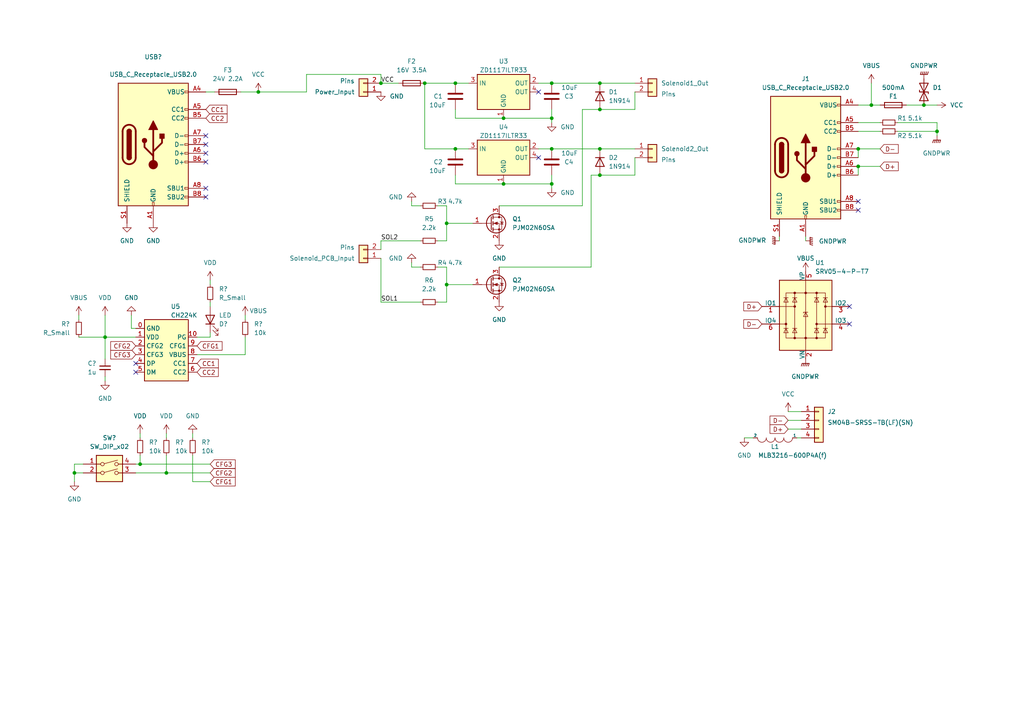
<source format=kicad_sch>
(kicad_sch (version 20211123) (generator eeschema)

  (uuid a1545928-1195-40b9-b3c4-78f837012afb)

  (paper "A4")

  (lib_symbols
    (symbol "Conn_01x04_1" (pin_names (offset 1.016) hide) (in_bom yes) (on_board yes)
      (property "Reference" "_" (id 0) (at 2.54 2.54 0)
        (effects (font (size 1.27 1.27)) (justify left))
      )
      (property "Value" "Conn_01x04_1" (id 1) (at 2.54 -0.635 0)
        (effects (font (size 1.27 1.27)) (justify left))
      )
      (property "Footprint" "" (id 2) (at 0 0 0)
        (effects (font (size 1.27 1.27)) hide)
      )
      (property "Datasheet" "~" (id 3) (at 0 0 0)
        (effects (font (size 1.27 1.27)) hide)
      )
      (property "ki_keywords" "connector" (id 4) (at 0 0 0)
        (effects (font (size 1.27 1.27)) hide)
      )
      (property "ki_description" "Generic connector, single row, 01x04, script generated (kicad-library-utils/schlib/autogen/connector/)" (id 5) (at 0 0 0)
        (effects (font (size 1.27 1.27)) hide)
      )
      (property "ki_fp_filters" "Connector*:*_1x??_*" (id 6) (at 0 0 0)
        (effects (font (size 1.27 1.27)) hide)
      )
      (symbol "Conn_01x04_1_1_1"
        (rectangle (start -1.27 0.127) (end 0 -0.127)
          (stroke (width 0.1524) (type default) (color 0 0 0 0))
          (fill (type none))
        )
        (rectangle (start -1.27 2.667) (end 0 2.413)
          (stroke (width 0.1524) (type default) (color 0 0 0 0))
          (fill (type none))
        )
        (rectangle (start -1.27 3.81) (end 1.27 -1.27)
          (stroke (width 0.254) (type default) (color 0 0 0 0))
          (fill (type background))
        )
        (pin passive line (at -5.08 2.54 0) (length 3.81)
          (name "Pin_1" (effects (font (size 1.27 1.27))))
          (number "1" (effects (font (size 1.27 1.27))))
        )
        (pin passive line (at -5.08 0 0) (length 3.81)
          (name "Pin_2" (effects (font (size 1.27 1.27))))
          (number "2" (effects (font (size 1.27 1.27))))
        )
      )
    )
    (symbol "Connector:USB_C_Receptacle_USB2.0" (pin_names (offset 1.016)) (in_bom yes) (on_board yes)
      (property "Reference" "J" (id 0) (at -10.16 19.05 0)
        (effects (font (size 1.27 1.27)) (justify left))
      )
      (property "Value" "USB_C_Receptacle_USB2.0" (id 1) (at 19.05 19.05 0)
        (effects (font (size 1.27 1.27)) (justify right))
      )
      (property "Footprint" "" (id 2) (at 3.81 0 0)
        (effects (font (size 1.27 1.27)) hide)
      )
      (property "Datasheet" "https://www.usb.org/sites/default/files/documents/usb_type-c.zip" (id 3) (at 3.81 0 0)
        (effects (font (size 1.27 1.27)) hide)
      )
      (property "ki_keywords" "usb universal serial bus type-C USB2.0" (id 4) (at 0 0 0)
        (effects (font (size 1.27 1.27)) hide)
      )
      (property "ki_description" "USB 2.0-only Type-C Receptacle connector" (id 5) (at 0 0 0)
        (effects (font (size 1.27 1.27)) hide)
      )
      (property "ki_fp_filters" "USB*C*Receptacle*" (id 6) (at 0 0 0)
        (effects (font (size 1.27 1.27)) hide)
      )
      (symbol "USB_C_Receptacle_USB2.0_0_0"
        (rectangle (start -0.254 -17.78) (end 0.254 -16.764)
          (stroke (width 0) (type default) (color 0 0 0 0))
          (fill (type none))
        )
        (rectangle (start 10.16 -14.986) (end 9.144 -15.494)
          (stroke (width 0) (type default) (color 0 0 0 0))
          (fill (type none))
        )
        (rectangle (start 10.16 -12.446) (end 9.144 -12.954)
          (stroke (width 0) (type default) (color 0 0 0 0))
          (fill (type none))
        )
        (rectangle (start 10.16 -4.826) (end 9.144 -5.334)
          (stroke (width 0) (type default) (color 0 0 0 0))
          (fill (type none))
        )
        (rectangle (start 10.16 -2.286) (end 9.144 -2.794)
          (stroke (width 0) (type default) (color 0 0 0 0))
          (fill (type none))
        )
        (rectangle (start 10.16 0.254) (end 9.144 -0.254)
          (stroke (width 0) (type default) (color 0 0 0 0))
          (fill (type none))
        )
        (rectangle (start 10.16 2.794) (end 9.144 2.286)
          (stroke (width 0) (type default) (color 0 0 0 0))
          (fill (type none))
        )
        (rectangle (start 10.16 7.874) (end 9.144 7.366)
          (stroke (width 0) (type default) (color 0 0 0 0))
          (fill (type none))
        )
        (rectangle (start 10.16 10.414) (end 9.144 9.906)
          (stroke (width 0) (type default) (color 0 0 0 0))
          (fill (type none))
        )
        (rectangle (start 10.16 15.494) (end 9.144 14.986)
          (stroke (width 0) (type default) (color 0 0 0 0))
          (fill (type none))
        )
      )
      (symbol "USB_C_Receptacle_USB2.0_0_1"
        (rectangle (start -10.16 17.78) (end 10.16 -17.78)
          (stroke (width 0.254) (type default) (color 0 0 0 0))
          (fill (type background))
        )
        (arc (start -8.89 -3.81) (mid -6.985 -5.715) (end -5.08 -3.81)
          (stroke (width 0.508) (type default) (color 0 0 0 0))
          (fill (type none))
        )
        (arc (start -7.62 -3.81) (mid -6.985 -4.445) (end -6.35 -3.81)
          (stroke (width 0.254) (type default) (color 0 0 0 0))
          (fill (type none))
        )
        (arc (start -7.62 -3.81) (mid -6.985 -4.445) (end -6.35 -3.81)
          (stroke (width 0.254) (type default) (color 0 0 0 0))
          (fill (type outline))
        )
        (rectangle (start -7.62 -3.81) (end -6.35 3.81)
          (stroke (width 0.254) (type default) (color 0 0 0 0))
          (fill (type outline))
        )
        (arc (start -6.35 3.81) (mid -6.985 4.445) (end -7.62 3.81)
          (stroke (width 0.254) (type default) (color 0 0 0 0))
          (fill (type none))
        )
        (arc (start -6.35 3.81) (mid -6.985 4.445) (end -7.62 3.81)
          (stroke (width 0.254) (type default) (color 0 0 0 0))
          (fill (type outline))
        )
        (arc (start -5.08 3.81) (mid -6.985 5.715) (end -8.89 3.81)
          (stroke (width 0.508) (type default) (color 0 0 0 0))
          (fill (type none))
        )
        (circle (center -2.54 1.143) (radius 0.635)
          (stroke (width 0.254) (type default) (color 0 0 0 0))
          (fill (type outline))
        )
        (circle (center 0 -5.842) (radius 1.27)
          (stroke (width 0) (type default) (color 0 0 0 0))
          (fill (type outline))
        )
        (polyline
          (pts
            (xy -8.89 -3.81)
            (xy -8.89 3.81)
          )
          (stroke (width 0.508) (type default) (color 0 0 0 0))
          (fill (type none))
        )
        (polyline
          (pts
            (xy -5.08 3.81)
            (xy -5.08 -3.81)
          )
          (stroke (width 0.508) (type default) (color 0 0 0 0))
          (fill (type none))
        )
        (polyline
          (pts
            (xy 0 -5.842)
            (xy 0 4.318)
          )
          (stroke (width 0.508) (type default) (color 0 0 0 0))
          (fill (type none))
        )
        (polyline
          (pts
            (xy 0 -3.302)
            (xy -2.54 -0.762)
            (xy -2.54 0.508)
          )
          (stroke (width 0.508) (type default) (color 0 0 0 0))
          (fill (type none))
        )
        (polyline
          (pts
            (xy 0 -2.032)
            (xy 2.54 0.508)
            (xy 2.54 1.778)
          )
          (stroke (width 0.508) (type default) (color 0 0 0 0))
          (fill (type none))
        )
        (polyline
          (pts
            (xy -1.27 4.318)
            (xy 0 6.858)
            (xy 1.27 4.318)
            (xy -1.27 4.318)
          )
          (stroke (width 0.254) (type default) (color 0 0 0 0))
          (fill (type outline))
        )
        (rectangle (start 1.905 1.778) (end 3.175 3.048)
          (stroke (width 0.254) (type default) (color 0 0 0 0))
          (fill (type outline))
        )
      )
      (symbol "USB_C_Receptacle_USB2.0_1_1"
        (pin passive line (at 0 -22.86 90) (length 5.08)
          (name "GND" (effects (font (size 1.27 1.27))))
          (number "A1" (effects (font (size 1.27 1.27))))
        )
        (pin passive line (at 0 -22.86 90) (length 5.08) hide
          (name "GND" (effects (font (size 1.27 1.27))))
          (number "A12" (effects (font (size 1.27 1.27))))
        )
        (pin passive line (at 15.24 15.24 180) (length 5.08)
          (name "VBUS" (effects (font (size 1.27 1.27))))
          (number "A4" (effects (font (size 1.27 1.27))))
        )
        (pin bidirectional line (at 15.24 10.16 180) (length 5.08)
          (name "CC1" (effects (font (size 1.27 1.27))))
          (number "A5" (effects (font (size 1.27 1.27))))
        )
        (pin bidirectional line (at 15.24 -2.54 180) (length 5.08)
          (name "D+" (effects (font (size 1.27 1.27))))
          (number "A6" (effects (font (size 1.27 1.27))))
        )
        (pin bidirectional line (at 15.24 2.54 180) (length 5.08)
          (name "D-" (effects (font (size 1.27 1.27))))
          (number "A7" (effects (font (size 1.27 1.27))))
        )
        (pin bidirectional line (at 15.24 -12.7 180) (length 5.08)
          (name "SBU1" (effects (font (size 1.27 1.27))))
          (number "A8" (effects (font (size 1.27 1.27))))
        )
        (pin passive line (at 15.24 15.24 180) (length 5.08) hide
          (name "VBUS" (effects (font (size 1.27 1.27))))
          (number "A9" (effects (font (size 1.27 1.27))))
        )
        (pin passive line (at 0 -22.86 90) (length 5.08) hide
          (name "GND" (effects (font (size 1.27 1.27))))
          (number "B1" (effects (font (size 1.27 1.27))))
        )
        (pin passive line (at 0 -22.86 90) (length 5.08) hide
          (name "GND" (effects (font (size 1.27 1.27))))
          (number "B12" (effects (font (size 1.27 1.27))))
        )
        (pin passive line (at 15.24 15.24 180) (length 5.08) hide
          (name "VBUS" (effects (font (size 1.27 1.27))))
          (number "B4" (effects (font (size 1.27 1.27))))
        )
        (pin bidirectional line (at 15.24 7.62 180) (length 5.08)
          (name "CC2" (effects (font (size 1.27 1.27))))
          (number "B5" (effects (font (size 1.27 1.27))))
        )
        (pin bidirectional line (at 15.24 -5.08 180) (length 5.08)
          (name "D+" (effects (font (size 1.27 1.27))))
          (number "B6" (effects (font (size 1.27 1.27))))
        )
        (pin bidirectional line (at 15.24 0 180) (length 5.08)
          (name "D-" (effects (font (size 1.27 1.27))))
          (number "B7" (effects (font (size 1.27 1.27))))
        )
        (pin bidirectional line (at 15.24 -15.24 180) (length 5.08)
          (name "SBU2" (effects (font (size 1.27 1.27))))
          (number "B8" (effects (font (size 1.27 1.27))))
        )
        (pin passive line (at 15.24 15.24 180) (length 5.08) hide
          (name "VBUS" (effects (font (size 1.27 1.27))))
          (number "B9" (effects (font (size 1.27 1.27))))
        )
        (pin passive line (at -7.62 -22.86 90) (length 5.08)
          (name "SHIELD" (effects (font (size 1.27 1.27))))
          (number "S1" (effects (font (size 1.27 1.27))))
        )
      )
    )
    (symbol "Connector_Generic:Conn_01x04" (pin_names (offset 1.016) hide) (in_bom yes) (on_board yes)
      (property "Reference" "J" (id 0) (at 0 5.08 0)
        (effects (font (size 1.27 1.27)))
      )
      (property "Value" "Conn_01x04" (id 1) (at 0 -7.62 0)
        (effects (font (size 1.27 1.27)))
      )
      (property "Footprint" "" (id 2) (at 0 0 0)
        (effects (font (size 1.27 1.27)) hide)
      )
      (property "Datasheet" "~" (id 3) (at 0 0 0)
        (effects (font (size 1.27 1.27)) hide)
      )
      (property "ki_keywords" "connector" (id 4) (at 0 0 0)
        (effects (font (size 1.27 1.27)) hide)
      )
      (property "ki_description" "Generic connector, single row, 01x04, script generated (kicad-library-utils/schlib/autogen/connector/)" (id 5) (at 0 0 0)
        (effects (font (size 1.27 1.27)) hide)
      )
      (property "ki_fp_filters" "Connector*:*_1x??_*" (id 6) (at 0 0 0)
        (effects (font (size 1.27 1.27)) hide)
      )
      (symbol "Conn_01x04_1_1"
        (rectangle (start -1.27 -4.953) (end 0 -5.207)
          (stroke (width 0.1524) (type default) (color 0 0 0 0))
          (fill (type none))
        )
        (rectangle (start -1.27 -2.413) (end 0 -2.667)
          (stroke (width 0.1524) (type default) (color 0 0 0 0))
          (fill (type none))
        )
        (rectangle (start -1.27 0.127) (end 0 -0.127)
          (stroke (width 0.1524) (type default) (color 0 0 0 0))
          (fill (type none))
        )
        (rectangle (start -1.27 2.667) (end 0 2.413)
          (stroke (width 0.1524) (type default) (color 0 0 0 0))
          (fill (type none))
        )
        (rectangle (start -1.27 3.81) (end 1.27 -6.35)
          (stroke (width 0.254) (type default) (color 0 0 0 0))
          (fill (type background))
        )
        (pin passive line (at -5.08 2.54 0) (length 3.81)
          (name "Pin_1" (effects (font (size 1.27 1.27))))
          (number "1" (effects (font (size 1.27 1.27))))
        )
        (pin passive line (at -5.08 0 0) (length 3.81)
          (name "Pin_2" (effects (font (size 1.27 1.27))))
          (number "2" (effects (font (size 1.27 1.27))))
        )
        (pin passive line (at -5.08 -2.54 0) (length 3.81)
          (name "Pin_3" (effects (font (size 1.27 1.27))))
          (number "3" (effects (font (size 1.27 1.27))))
        )
        (pin passive line (at -5.08 -5.08 0) (length 3.81)
          (name "Pin_4" (effects (font (size 1.27 1.27))))
          (number "4" (effects (font (size 1.27 1.27))))
        )
      )
    )
    (symbol "Device:C" (pin_numbers hide) (pin_names (offset 0.254)) (in_bom yes) (on_board yes)
      (property "Reference" "C" (id 0) (at 0.635 2.54 0)
        (effects (font (size 1.27 1.27)) (justify left))
      )
      (property "Value" "C" (id 1) (at 0.635 -2.54 0)
        (effects (font (size 1.27 1.27)) (justify left))
      )
      (property "Footprint" "" (id 2) (at 0.9652 -3.81 0)
        (effects (font (size 1.27 1.27)) hide)
      )
      (property "Datasheet" "~" (id 3) (at 0 0 0)
        (effects (font (size 1.27 1.27)) hide)
      )
      (property "ki_keywords" "cap capacitor" (id 4) (at 0 0 0)
        (effects (font (size 1.27 1.27)) hide)
      )
      (property "ki_description" "Unpolarized capacitor" (id 5) (at 0 0 0)
        (effects (font (size 1.27 1.27)) hide)
      )
      (property "ki_fp_filters" "C_*" (id 6) (at 0 0 0)
        (effects (font (size 1.27 1.27)) hide)
      )
      (symbol "C_0_1"
        (polyline
          (pts
            (xy -2.032 -0.762)
            (xy 2.032 -0.762)
          )
          (stroke (width 0.508) (type default) (color 0 0 0 0))
          (fill (type none))
        )
        (polyline
          (pts
            (xy -2.032 0.762)
            (xy 2.032 0.762)
          )
          (stroke (width 0.508) (type default) (color 0 0 0 0))
          (fill (type none))
        )
      )
      (symbol "C_1_1"
        (pin passive line (at 0 3.81 270) (length 2.794)
          (name "~" (effects (font (size 1.27 1.27))))
          (number "1" (effects (font (size 1.27 1.27))))
        )
        (pin passive line (at 0 -3.81 90) (length 2.794)
          (name "~" (effects (font (size 1.27 1.27))))
          (number "2" (effects (font (size 1.27 1.27))))
        )
      )
    )
    (symbol "Device:C_Small" (pin_numbers hide) (pin_names (offset 0.254) hide) (in_bom yes) (on_board yes)
      (property "Reference" "C" (id 0) (at 0.254 1.778 0)
        (effects (font (size 1.27 1.27)) (justify left))
      )
      (property "Value" "C_Small" (id 1) (at 0.254 -2.032 0)
        (effects (font (size 1.27 1.27)) (justify left))
      )
      (property "Footprint" "" (id 2) (at 0 0 0)
        (effects (font (size 1.27 1.27)) hide)
      )
      (property "Datasheet" "~" (id 3) (at 0 0 0)
        (effects (font (size 1.27 1.27)) hide)
      )
      (property "ki_keywords" "capacitor cap" (id 4) (at 0 0 0)
        (effects (font (size 1.27 1.27)) hide)
      )
      (property "ki_description" "Unpolarized capacitor, small symbol" (id 5) (at 0 0 0)
        (effects (font (size 1.27 1.27)) hide)
      )
      (property "ki_fp_filters" "C_*" (id 6) (at 0 0 0)
        (effects (font (size 1.27 1.27)) hide)
      )
      (symbol "C_Small_0_1"
        (polyline
          (pts
            (xy -1.524 -0.508)
            (xy 1.524 -0.508)
          )
          (stroke (width 0.3302) (type default) (color 0 0 0 0))
          (fill (type none))
        )
        (polyline
          (pts
            (xy -1.524 0.508)
            (xy 1.524 0.508)
          )
          (stroke (width 0.3048) (type default) (color 0 0 0 0))
          (fill (type none))
        )
      )
      (symbol "C_Small_1_1"
        (pin passive line (at 0 2.54 270) (length 2.032)
          (name "~" (effects (font (size 1.27 1.27))))
          (number "1" (effects (font (size 1.27 1.27))))
        )
        (pin passive line (at 0 -2.54 90) (length 2.032)
          (name "~" (effects (font (size 1.27 1.27))))
          (number "2" (effects (font (size 1.27 1.27))))
        )
      )
    )
    (symbol "Device:D_TVS" (pin_numbers hide) (pin_names (offset 1.016) hide) (in_bom yes) (on_board yes)
      (property "Reference" "D" (id 0) (at 0 2.54 0)
        (effects (font (size 1.27 1.27)))
      )
      (property "Value" "D_TVS" (id 1) (at 0 -2.54 0)
        (effects (font (size 1.27 1.27)))
      )
      (property "Footprint" "" (id 2) (at 0 0 0)
        (effects (font (size 1.27 1.27)) hide)
      )
      (property "Datasheet" "~" (id 3) (at 0 0 0)
        (effects (font (size 1.27 1.27)) hide)
      )
      (property "ki_keywords" "diode TVS thyrector" (id 4) (at 0 0 0)
        (effects (font (size 1.27 1.27)) hide)
      )
      (property "ki_description" "Bidirectional transient-voltage-suppression diode" (id 5) (at 0 0 0)
        (effects (font (size 1.27 1.27)) hide)
      )
      (property "ki_fp_filters" "TO-???* *_Diode_* *SingleDiode* D_*" (id 6) (at 0 0 0)
        (effects (font (size 1.27 1.27)) hide)
      )
      (symbol "D_TVS_0_1"
        (polyline
          (pts
            (xy 1.27 0)
            (xy -1.27 0)
          )
          (stroke (width 0) (type default) (color 0 0 0 0))
          (fill (type none))
        )
        (polyline
          (pts
            (xy 0.508 1.27)
            (xy 0 1.27)
            (xy 0 -1.27)
            (xy -0.508 -1.27)
          )
          (stroke (width 0.254) (type default) (color 0 0 0 0))
          (fill (type none))
        )
        (polyline
          (pts
            (xy -2.54 1.27)
            (xy -2.54 -1.27)
            (xy 2.54 1.27)
            (xy 2.54 -1.27)
            (xy -2.54 1.27)
          )
          (stroke (width 0.254) (type default) (color 0 0 0 0))
          (fill (type none))
        )
      )
      (symbol "D_TVS_1_1"
        (pin passive line (at -3.81 0 0) (length 2.54)
          (name "A1" (effects (font (size 1.27 1.27))))
          (number "1" (effects (font (size 1.27 1.27))))
        )
        (pin passive line (at 3.81 0 180) (length 2.54)
          (name "A2" (effects (font (size 1.27 1.27))))
          (number "2" (effects (font (size 1.27 1.27))))
        )
      )
    )
    (symbol "Device:Fuse" (pin_numbers hide) (pin_names (offset 0)) (in_bom yes) (on_board yes)
      (property "Reference" "F" (id 0) (at 2.032 0 90)
        (effects (font (size 1.27 1.27)))
      )
      (property "Value" "Fuse" (id 1) (at -1.905 0 90)
        (effects (font (size 1.27 1.27)))
      )
      (property "Footprint" "" (id 2) (at -1.778 0 90)
        (effects (font (size 1.27 1.27)) hide)
      )
      (property "Datasheet" "~" (id 3) (at 0 0 0)
        (effects (font (size 1.27 1.27)) hide)
      )
      (property "ki_keywords" "fuse" (id 4) (at 0 0 0)
        (effects (font (size 1.27 1.27)) hide)
      )
      (property "ki_description" "Fuse" (id 5) (at 0 0 0)
        (effects (font (size 1.27 1.27)) hide)
      )
      (property "ki_fp_filters" "*Fuse*" (id 6) (at 0 0 0)
        (effects (font (size 1.27 1.27)) hide)
      )
      (symbol "Fuse_0_1"
        (rectangle (start -0.762 -2.54) (end 0.762 2.54)
          (stroke (width 0.254) (type default) (color 0 0 0 0))
          (fill (type none))
        )
        (polyline
          (pts
            (xy 0 2.54)
            (xy 0 -2.54)
          )
          (stroke (width 0) (type default) (color 0 0 0 0))
          (fill (type none))
        )
      )
      (symbol "Fuse_1_1"
        (pin passive line (at 0 3.81 270) (length 1.27)
          (name "~" (effects (font (size 1.27 1.27))))
          (number "1" (effects (font (size 1.27 1.27))))
        )
        (pin passive line (at 0 -3.81 90) (length 1.27)
          (name "~" (effects (font (size 1.27 1.27))))
          (number "2" (effects (font (size 1.27 1.27))))
        )
      )
    )
    (symbol "Device:LED" (pin_numbers hide) (pin_names (offset 1.016) hide) (in_bom yes) (on_board yes)
      (property "Reference" "D" (id 0) (at 0 2.54 0)
        (effects (font (size 1.27 1.27)))
      )
      (property "Value" "LED" (id 1) (at 0 -2.54 0)
        (effects (font (size 1.27 1.27)))
      )
      (property "Footprint" "" (id 2) (at 0 0 0)
        (effects (font (size 1.27 1.27)) hide)
      )
      (property "Datasheet" "~" (id 3) (at 0 0 0)
        (effects (font (size 1.27 1.27)) hide)
      )
      (property "ki_keywords" "LED diode" (id 4) (at 0 0 0)
        (effects (font (size 1.27 1.27)) hide)
      )
      (property "ki_description" "Light emitting diode" (id 5) (at 0 0 0)
        (effects (font (size 1.27 1.27)) hide)
      )
      (property "ki_fp_filters" "LED* LED_SMD:* LED_THT:*" (id 6) (at 0 0 0)
        (effects (font (size 1.27 1.27)) hide)
      )
      (symbol "LED_0_1"
        (polyline
          (pts
            (xy -1.27 -1.27)
            (xy -1.27 1.27)
          )
          (stroke (width 0.254) (type default) (color 0 0 0 0))
          (fill (type none))
        )
        (polyline
          (pts
            (xy -1.27 0)
            (xy 1.27 0)
          )
          (stroke (width 0) (type default) (color 0 0 0 0))
          (fill (type none))
        )
        (polyline
          (pts
            (xy 1.27 -1.27)
            (xy 1.27 1.27)
            (xy -1.27 0)
            (xy 1.27 -1.27)
          )
          (stroke (width 0.254) (type default) (color 0 0 0 0))
          (fill (type none))
        )
        (polyline
          (pts
            (xy -3.048 -0.762)
            (xy -4.572 -2.286)
            (xy -3.81 -2.286)
            (xy -4.572 -2.286)
            (xy -4.572 -1.524)
          )
          (stroke (width 0) (type default) (color 0 0 0 0))
          (fill (type none))
        )
        (polyline
          (pts
            (xy -1.778 -0.762)
            (xy -3.302 -2.286)
            (xy -2.54 -2.286)
            (xy -3.302 -2.286)
            (xy -3.302 -1.524)
          )
          (stroke (width 0) (type default) (color 0 0 0 0))
          (fill (type none))
        )
      )
      (symbol "LED_1_1"
        (pin passive line (at -3.81 0 0) (length 2.54)
          (name "K" (effects (font (size 1.27 1.27))))
          (number "1" (effects (font (size 1.27 1.27))))
        )
        (pin passive line (at 3.81 0 180) (length 2.54)
          (name "A" (effects (font (size 1.27 1.27))))
          (number "2" (effects (font (size 1.27 1.27))))
        )
      )
    )
    (symbol "Device:R_Small" (pin_numbers hide) (pin_names (offset 0.254) hide) (in_bom yes) (on_board yes)
      (property "Reference" "R" (id 0) (at 0.762 0.508 0)
        (effects (font (size 1.27 1.27)) (justify left))
      )
      (property "Value" "R_Small" (id 1) (at 0.762 -1.016 0)
        (effects (font (size 1.27 1.27)) (justify left))
      )
      (property "Footprint" "" (id 2) (at 0 0 0)
        (effects (font (size 1.27 1.27)) hide)
      )
      (property "Datasheet" "~" (id 3) (at 0 0 0)
        (effects (font (size 1.27 1.27)) hide)
      )
      (property "ki_keywords" "R resistor" (id 4) (at 0 0 0)
        (effects (font (size 1.27 1.27)) hide)
      )
      (property "ki_description" "Resistor, small symbol" (id 5) (at 0 0 0)
        (effects (font (size 1.27 1.27)) hide)
      )
      (property "ki_fp_filters" "R_*" (id 6) (at 0 0 0)
        (effects (font (size 1.27 1.27)) hide)
      )
      (symbol "R_Small_0_1"
        (rectangle (start -0.762 1.778) (end 0.762 -1.778)
          (stroke (width 0.2032) (type default) (color 0 0 0 0))
          (fill (type none))
        )
      )
      (symbol "R_Small_1_1"
        (pin passive line (at 0 2.54 270) (length 0.762)
          (name "~" (effects (font (size 1.27 1.27))))
          (number "1" (effects (font (size 1.27 1.27))))
        )
        (pin passive line (at 0 -2.54 90) (length 0.762)
          (name "~" (effects (font (size 1.27 1.27))))
          (number "2" (effects (font (size 1.27 1.27))))
        )
      )
    )
    (symbol "Diode:1N914" (pin_numbers hide) (pin_names hide) (in_bom yes) (on_board yes)
      (property "Reference" "D" (id 0) (at 0 2.54 0)
        (effects (font (size 1.27 1.27)))
      )
      (property "Value" "1N914" (id 1) (at 0 -2.54 0)
        (effects (font (size 1.27 1.27)))
      )
      (property "Footprint" "Diode_THT:D_DO-35_SOD27_P7.62mm_Horizontal" (id 2) (at 0 -4.445 0)
        (effects (font (size 1.27 1.27)) hide)
      )
      (property "Datasheet" "http://www.vishay.com/docs/85622/1n914.pdf" (id 3) (at 0 0 0)
        (effects (font (size 1.27 1.27)) hide)
      )
      (property "ki_keywords" "diode" (id 4) (at 0 0 0)
        (effects (font (size 1.27 1.27)) hide)
      )
      (property "ki_description" "100V 0.3A Small Signal Fast Switching Diode, DO-35" (id 5) (at 0 0 0)
        (effects (font (size 1.27 1.27)) hide)
      )
      (property "ki_fp_filters" "D*DO?35*" (id 6) (at 0 0 0)
        (effects (font (size 1.27 1.27)) hide)
      )
      (symbol "1N914_0_1"
        (polyline
          (pts
            (xy -1.27 1.27)
            (xy -1.27 -1.27)
          )
          (stroke (width 0.254) (type default) (color 0 0 0 0))
          (fill (type none))
        )
        (polyline
          (pts
            (xy 1.27 0)
            (xy -1.27 0)
          )
          (stroke (width 0) (type default) (color 0 0 0 0))
          (fill (type none))
        )
        (polyline
          (pts
            (xy 1.27 1.27)
            (xy 1.27 -1.27)
            (xy -1.27 0)
            (xy 1.27 1.27)
          )
          (stroke (width 0.254) (type default) (color 0 0 0 0))
          (fill (type none))
        )
      )
      (symbol "1N914_1_1"
        (pin passive line (at -3.81 0 0) (length 2.54)
          (name "K" (effects (font (size 1.27 1.27))))
          (number "1" (effects (font (size 1.27 1.27))))
        )
        (pin passive line (at 3.81 0 180) (length 2.54)
          (name "A" (effects (font (size 1.27 1.27))))
          (number "2" (effects (font (size 1.27 1.27))))
        )
      )
    )
    (symbol "Driver_FET:HIP4082xB" (in_bom yes) (on_board yes)
      (property "Reference" "U?" (id 0) (at 1.27 11.43 0)
        (effects (font (size 1.27 1.27)) (justify left))
      )
      (property "Value" "CH224K" (id 1) (at 1.27 8.89 0)
        (effects (font (size 1.27 1.27)) (justify left))
      )
      (property "Footprint" "" (id 2) (at 2.54 19.05 0)
        (effects (font (size 1.27 1.27)) (justify left) hide)
      )
      (property "Datasheet" "" (id 3) (at 2.54 19.05 0)
        (effects (font (size 1.27 1.27)) hide)
      )
      (property "ki_keywords" "Driver H-bridge" (id 4) (at 0 0 0)
        (effects (font (size 1.27 1.27)) hide)
      )
      (property "ki_description" "80V, 1.25A Peak Current H-Bridge FET Driver, SOIC-16" (id 5) (at 0 0 0)
        (effects (font (size 1.27 1.27)) hide)
      )
      (property "ki_fp_filters" "SOIC*3.9x9.9mm*P1.27mm*" (id 6) (at 0 0 0)
        (effects (font (size 1.27 1.27)) hide)
      )
      (symbol "HIP4082xB_0_0"
        (pin passive line (at -8.89 5.08 0) (length 2.54)
          (name "GND" (effects (font (size 1.27 1.27))))
          (number "0" (effects (font (size 1.27 1.27))))
        )
      )
      (symbol "HIP4082xB_1_1"
        (rectangle (start -6.35 7.62) (end 6.35 -10.16)
          (stroke (width 0.254) (type default) (color 0 0 0 0))
          (fill (type background))
        )
        (pin input line (at -8.89 2.54 0) (length 2.54)
          (name "VDD" (effects (font (size 1.27 1.27))))
          (number "1" (effects (font (size 1.27 1.27))))
        )
        (pin output line (at 8.89 2.54 180) (length 2.54)
          (name "PG" (effects (font (size 1.27 1.27))))
          (number "10" (effects (font (size 1.27 1.27))))
        )
        (pin input line (at -8.89 0 0) (length 2.54)
          (name "CFG2" (effects (font (size 1.27 1.27))))
          (number "2" (effects (font (size 1.27 1.27))))
        )
        (pin input line (at -8.89 -2.54 0) (length 2.54)
          (name "CFG3" (effects (font (size 1.27 1.27))))
          (number "3" (effects (font (size 1.27 1.27))))
        )
        (pin input line (at -8.89 -5.08 0) (length 2.54)
          (name "DP" (effects (font (size 1.27 1.27))))
          (number "4" (effects (font (size 1.27 1.27))))
        )
        (pin input line (at -8.89 -7.62 0) (length 2.54)
          (name "DM" (effects (font (size 1.27 1.27))))
          (number "5" (effects (font (size 1.27 1.27))))
        )
        (pin input line (at 8.89 -7.62 180) (length 2.54)
          (name "CC2" (effects (font (size 1.27 1.27))))
          (number "6" (effects (font (size 1.27 1.27))))
        )
        (pin input line (at 8.89 -5.08 180) (length 2.54)
          (name "CC1" (effects (font (size 1.27 1.27))))
          (number "7" (effects (font (size 1.27 1.27))))
        )
        (pin input line (at 8.89 -2.54 180) (length 2.54)
          (name "VBUS" (effects (font (size 1.27 1.27))))
          (number "8" (effects (font (size 1.27 1.27))))
        )
        (pin input line (at 8.89 0 180) (length 2.54)
          (name "CFG1" (effects (font (size 1.27 1.27))))
          (number "9" (effects (font (size 1.27 1.27))))
        )
      )
    )
    (symbol "GND_1" (power) (pin_names (offset 0)) (in_bom yes) (on_board yes)
      (property "Reference" "#PWR" (id 0) (at 0 -6.35 0)
        (effects (font (size 1.27 1.27)) hide)
      )
      (property "Value" "GND_1" (id 1) (at 0 -3.81 0)
        (effects (font (size 1.27 1.27)))
      )
      (property "Footprint" "" (id 2) (at 0 0 0)
        (effects (font (size 1.27 1.27)) hide)
      )
      (property "Datasheet" "" (id 3) (at 0 0 0)
        (effects (font (size 1.27 1.27)) hide)
      )
      (property "ki_keywords" "global power" (id 4) (at 0 0 0)
        (effects (font (size 1.27 1.27)) hide)
      )
      (property "ki_description" "Power symbol creates a global label with name \"GND\" , ground" (id 5) (at 0 0 0)
        (effects (font (size 1.27 1.27)) hide)
      )
      (symbol "GND_1_0_1"
        (polyline
          (pts
            (xy 0 0)
            (xy 0 -1.27)
            (xy 1.27 -1.27)
            (xy 0 -2.54)
            (xy -1.27 -1.27)
            (xy 0 -1.27)
          )
          (stroke (width 0) (type default) (color 0 0 0 0))
          (fill (type none))
        )
      )
      (symbol "GND_1_1_1"
        (pin power_in line (at 0 0 270) (length 0) hide
          (name "GND" (effects (font (size 1.27 1.27))))
          (number "1" (effects (font (size 1.27 1.27))))
        )
      )
    )
    (symbol "GND_2" (power) (pin_names (offset 0)) (in_bom yes) (on_board yes)
      (property "Reference" "#PWR" (id 0) (at 0 -6.35 0)
        (effects (font (size 1.27 1.27)) hide)
      )
      (property "Value" "GND_2" (id 1) (at 0 -3.81 0)
        (effects (font (size 1.27 1.27)))
      )
      (property "Footprint" "" (id 2) (at 0 0 0)
        (effects (font (size 1.27 1.27)) hide)
      )
      (property "Datasheet" "" (id 3) (at 0 0 0)
        (effects (font (size 1.27 1.27)) hide)
      )
      (property "ki_keywords" "global power" (id 4) (at 0 0 0)
        (effects (font (size 1.27 1.27)) hide)
      )
      (property "ki_description" "Power symbol creates a global label with name \"GND\" , ground" (id 5) (at 0 0 0)
        (effects (font (size 1.27 1.27)) hide)
      )
      (symbol "GND_2_0_1"
        (polyline
          (pts
            (xy 0 0)
            (xy 0 -1.27)
            (xy 1.27 -1.27)
            (xy 0 -2.54)
            (xy -1.27 -1.27)
            (xy 0 -1.27)
          )
          (stroke (width 0) (type default) (color 0 0 0 0))
          (fill (type none))
        )
      )
      (symbol "GND_2_1_1"
        (pin power_in line (at 0 0 270) (length 0) hide
          (name "GND" (effects (font (size 1.27 1.27))))
          (number "1" (effects (font (size 1.27 1.27))))
        )
      )
    )
    (symbol "GND_3" (power) (pin_names (offset 0)) (in_bom yes) (on_board yes)
      (property "Reference" "#PWR" (id 0) (at 0 -6.35 0)
        (effects (font (size 1.27 1.27)) hide)
      )
      (property "Value" "GND_3" (id 1) (at 0 -3.81 0)
        (effects (font (size 1.27 1.27)))
      )
      (property "Footprint" "" (id 2) (at 0 0 0)
        (effects (font (size 1.27 1.27)) hide)
      )
      (property "Datasheet" "" (id 3) (at 0 0 0)
        (effects (font (size 1.27 1.27)) hide)
      )
      (property "ki_keywords" "global power" (id 4) (at 0 0 0)
        (effects (font (size 1.27 1.27)) hide)
      )
      (property "ki_description" "Power symbol creates a global label with name \"GND\" , ground" (id 5) (at 0 0 0)
        (effects (font (size 1.27 1.27)) hide)
      )
      (symbol "GND_3_0_1"
        (polyline
          (pts
            (xy 0 0)
            (xy 0 -1.27)
            (xy 1.27 -1.27)
            (xy 0 -2.54)
            (xy -1.27 -1.27)
            (xy 0 -1.27)
          )
          (stroke (width 0) (type default) (color 0 0 0 0))
          (fill (type none))
        )
      )
      (symbol "GND_3_1_1"
        (pin power_in line (at 0 0 270) (length 0) hide
          (name "GND" (effects (font (size 1.27 1.27))))
          (number "1" (effects (font (size 1.27 1.27))))
        )
      )
    )
    (symbol "GND_4" (power) (pin_names (offset 0)) (in_bom yes) (on_board yes)
      (property "Reference" "#PWR" (id 0) (at 0 -6.35 0)
        (effects (font (size 1.27 1.27)) hide)
      )
      (property "Value" "GND_4" (id 1) (at 0 -3.81 0)
        (effects (font (size 1.27 1.27)))
      )
      (property "Footprint" "" (id 2) (at 0 0 0)
        (effects (font (size 1.27 1.27)) hide)
      )
      (property "Datasheet" "" (id 3) (at 0 0 0)
        (effects (font (size 1.27 1.27)) hide)
      )
      (property "ki_keywords" "global power" (id 4) (at 0 0 0)
        (effects (font (size 1.27 1.27)) hide)
      )
      (property "ki_description" "Power symbol creates a global label with name \"GND\" , ground" (id 5) (at 0 0 0)
        (effects (font (size 1.27 1.27)) hide)
      )
      (symbol "GND_4_0_1"
        (polyline
          (pts
            (xy 0 0)
            (xy 0 -1.27)
            (xy 1.27 -1.27)
            (xy 0 -2.54)
            (xy -1.27 -1.27)
            (xy 0 -1.27)
          )
          (stroke (width 0) (type default) (color 0 0 0 0))
          (fill (type none))
        )
      )
      (symbol "GND_4_1_1"
        (pin power_in line (at 0 0 270) (length 0) hide
          (name "GND" (effects (font (size 1.27 1.27))))
          (number "1" (effects (font (size 1.27 1.27))))
        )
      )
    )
    (symbol "GND_5" (power) (pin_names (offset 0)) (in_bom yes) (on_board yes)
      (property "Reference" "#PWR" (id 0) (at 0 -6.35 0)
        (effects (font (size 1.27 1.27)) hide)
      )
      (property "Value" "GND_5" (id 1) (at 0 -3.81 0)
        (effects (font (size 1.27 1.27)))
      )
      (property "Footprint" "" (id 2) (at 0 0 0)
        (effects (font (size 1.27 1.27)) hide)
      )
      (property "Datasheet" "" (id 3) (at 0 0 0)
        (effects (font (size 1.27 1.27)) hide)
      )
      (property "ki_keywords" "global power" (id 4) (at 0 0 0)
        (effects (font (size 1.27 1.27)) hide)
      )
      (property "ki_description" "Power symbol creates a global label with name \"GND\" , ground" (id 5) (at 0 0 0)
        (effects (font (size 1.27 1.27)) hide)
      )
      (symbol "GND_5_0_1"
        (polyline
          (pts
            (xy 0 0)
            (xy 0 -1.27)
            (xy 1.27 -1.27)
            (xy 0 -2.54)
            (xy -1.27 -1.27)
            (xy 0 -1.27)
          )
          (stroke (width 0) (type default) (color 0 0 0 0))
          (fill (type none))
        )
      )
      (symbol "GND_5_1_1"
        (pin power_in line (at 0 0 270) (length 0) hide
          (name "GND" (effects (font (size 1.27 1.27))))
          (number "1" (effects (font (size 1.27 1.27))))
        )
      )
    )
    (symbol "GND_6" (power) (pin_names (offset 0)) (in_bom yes) (on_board yes)
      (property "Reference" "#PWR" (id 0) (at 0 -6.35 0)
        (effects (font (size 1.27 1.27)) hide)
      )
      (property "Value" "GND_6" (id 1) (at 0 -3.81 0)
        (effects (font (size 1.27 1.27)))
      )
      (property "Footprint" "" (id 2) (at 0 0 0)
        (effects (font (size 1.27 1.27)) hide)
      )
      (property "Datasheet" "" (id 3) (at 0 0 0)
        (effects (font (size 1.27 1.27)) hide)
      )
      (property "ki_keywords" "global power" (id 4) (at 0 0 0)
        (effects (font (size 1.27 1.27)) hide)
      )
      (property "ki_description" "Power symbol creates a global label with name \"GND\" , ground" (id 5) (at 0 0 0)
        (effects (font (size 1.27 1.27)) hide)
      )
      (symbol "GND_6_0_1"
        (polyline
          (pts
            (xy 0 0)
            (xy 0 -1.27)
            (xy 1.27 -1.27)
            (xy 0 -2.54)
            (xy -1.27 -1.27)
            (xy 0 -1.27)
          )
          (stroke (width 0) (type default) (color 0 0 0 0))
          (fill (type none))
        )
      )
      (symbol "GND_6_1_1"
        (pin power_in line (at 0 0 270) (length 0) hide
          (name "GND" (effects (font (size 1.27 1.27))))
          (number "1" (effects (font (size 1.27 1.27))))
        )
      )
    )
    (symbol "LT1963AxST-3.3_2" (in_bom yes) (on_board yes)
      (property "Reference" "U?" (id 0) (at 0 10.16 0)
        (effects (font (size 1.27 1.27)))
      )
      (property "Value" "LT1963AxST-3.3_2" (id 1) (at 0 7.62 0)
        (effects (font (size 1.27 1.27)))
      )
      (property "Footprint" "Package_TO_SOT_SMD:SOT-223-3_TabPin2" (id 2) (at 0 -11.43 0)
        (effects (font (size 1.27 1.27)) hide)
      )
      (property "Datasheet" "https://www.analog.com/media/en/technical-documentation/data-sheets/1963aff.pdf" (id 3) (at 0 -13.97 0)
        (effects (font (size 1.27 1.27)) hide)
      )
      (property "ki_keywords" "LDO voltage regulator fixed" (id 4) (at 0 0 0)
        (effects (font (size 1.27 1.27)) hide)
      )
      (property "ki_description" "3.3V, 1.5A, Low Noise, Fast Transient Response LDO Regulator, SOT-223" (id 5) (at 0 0 0)
        (effects (font (size 1.27 1.27)) hide)
      )
      (property "ki_fp_filters" "SOT*223*" (id 6) (at 0 0 0)
        (effects (font (size 1.27 1.27)) hide)
      )
      (symbol "LT1963AxST-3.3_2_0_1"
        (rectangle (start -7.62 5.08) (end 7.62 -5.08)
          (stroke (width 0.254) (type default) (color 0 0 0 0))
          (fill (type background))
        )
      )
      (symbol "LT1963AxST-3.3_2_1_1"
        (pin power_in line (at 0 -7.62 90) (length 2.54)
          (name "GND" (effects (font (size 1.27 1.27))))
          (number "1" (effects (font (size 1.27 1.27))))
        )
        (pin power_out line (at 10.16 2.54 180) (length 2.54)
          (name "OUT" (effects (font (size 1.27 1.27))))
          (number "2" (effects (font (size 1.27 1.27))))
        )
        (pin power_in line (at -10.16 2.54 0) (length 2.54)
          (name "IN" (effects (font (size 1.27 1.27))))
          (number "3" (effects (font (size 1.27 1.27))))
        )
        (pin power_out line (at 10.16 0 180) (length 2.54)
          (name "OUT" (effects (font (size 1.27 1.27))))
          (number "4" (effects (font (size 1.27 1.27))))
        )
      )
    )
    (symbol "Switch:SW_DIP_x02" (pin_names (offset 0) hide) (in_bom yes) (on_board yes)
      (property "Reference" "SW" (id 0) (at 0 6.35 0)
        (effects (font (size 1.27 1.27)))
      )
      (property "Value" "SW_DIP_x02" (id 1) (at 0 -3.81 0)
        (effects (font (size 1.27 1.27)))
      )
      (property "Footprint" "" (id 2) (at 0 0 0)
        (effects (font (size 1.27 1.27)) hide)
      )
      (property "Datasheet" "~" (id 3) (at 0 0 0)
        (effects (font (size 1.27 1.27)) hide)
      )
      (property "ki_keywords" "dip switch" (id 4) (at 0 0 0)
        (effects (font (size 1.27 1.27)) hide)
      )
      (property "ki_description" "2x DIP Switch, Single Pole Single Throw (SPST) switch, small symbol" (id 5) (at 0 0 0)
        (effects (font (size 1.27 1.27)) hide)
      )
      (property "ki_fp_filters" "SW?DIP?x2*" (id 6) (at 0 0 0)
        (effects (font (size 1.27 1.27)) hide)
      )
      (symbol "SW_DIP_x02_0_0"
        (circle (center -2.032 0) (radius 0.508)
          (stroke (width 0) (type default) (color 0 0 0 0))
          (fill (type none))
        )
        (circle (center -2.032 2.54) (radius 0.508)
          (stroke (width 0) (type default) (color 0 0 0 0))
          (fill (type none))
        )
        (polyline
          (pts
            (xy -1.524 0.127)
            (xy 2.3622 1.1684)
          )
          (stroke (width 0) (type default) (color 0 0 0 0))
          (fill (type none))
        )
        (polyline
          (pts
            (xy -1.524 2.667)
            (xy 2.3622 3.7084)
          )
          (stroke (width 0) (type default) (color 0 0 0 0))
          (fill (type none))
        )
        (circle (center 2.032 0) (radius 0.508)
          (stroke (width 0) (type default) (color 0 0 0 0))
          (fill (type none))
        )
        (circle (center 2.032 2.54) (radius 0.508)
          (stroke (width 0) (type default) (color 0 0 0 0))
          (fill (type none))
        )
      )
      (symbol "SW_DIP_x02_0_1"
        (rectangle (start -3.81 5.08) (end 3.81 -2.54)
          (stroke (width 0.254) (type default) (color 0 0 0 0))
          (fill (type background))
        )
      )
      (symbol "SW_DIP_x02_1_1"
        (pin passive line (at -7.62 2.54 0) (length 5.08)
          (name "~" (effects (font (size 1.27 1.27))))
          (number "1" (effects (font (size 1.27 1.27))))
        )
        (pin passive line (at -7.62 0 0) (length 5.08)
          (name "~" (effects (font (size 1.27 1.27))))
          (number "2" (effects (font (size 1.27 1.27))))
        )
        (pin passive line (at 7.62 0 180) (length 5.08)
          (name "~" (effects (font (size 1.27 1.27))))
          (number "3" (effects (font (size 1.27 1.27))))
        )
        (pin passive line (at 7.62 2.54 180) (length 5.08)
          (name "~" (effects (font (size 1.27 1.27))))
          (number "4" (effects (font (size 1.27 1.27))))
        )
      )
    )
    (symbol "Transistor_FET:2N7002E" (pin_names hide) (in_bom yes) (on_board yes)
      (property "Reference" "Q" (id 0) (at 5.08 1.905 0)
        (effects (font (size 1.27 1.27)) (justify left))
      )
      (property "Value" "2N7002E" (id 1) (at 5.08 0 0)
        (effects (font (size 1.27 1.27)) (justify left))
      )
      (property "Footprint" "Package_TO_SOT_SMD:SOT-23" (id 2) (at 5.08 -1.905 0)
        (effects (font (size 1.27 1.27) italic) (justify left) hide)
      )
      (property "Datasheet" "http://www.diodes.com/assets/Datasheets/ds30376.pdf" (id 3) (at 0 0 0)
        (effects (font (size 1.27 1.27)) (justify left) hide)
      )
      (property "ki_keywords" "N-Channel MOSFET" (id 4) (at 0 0 0)
        (effects (font (size 1.27 1.27)) hide)
      )
      (property "ki_description" "0.24A Id, 60V Vds, N-Channel MOSFET, SOT-23" (id 5) (at 0 0 0)
        (effects (font (size 1.27 1.27)) hide)
      )
      (property "ki_fp_filters" "SOT?23*" (id 6) (at 0 0 0)
        (effects (font (size 1.27 1.27)) hide)
      )
      (symbol "2N7002E_0_1"
        (polyline
          (pts
            (xy 0.254 0)
            (xy -2.54 0)
          )
          (stroke (width 0) (type default) (color 0 0 0 0))
          (fill (type none))
        )
        (polyline
          (pts
            (xy 0.254 1.905)
            (xy 0.254 -1.905)
          )
          (stroke (width 0.254) (type default) (color 0 0 0 0))
          (fill (type none))
        )
        (polyline
          (pts
            (xy 0.762 -1.27)
            (xy 0.762 -2.286)
          )
          (stroke (width 0.254) (type default) (color 0 0 0 0))
          (fill (type none))
        )
        (polyline
          (pts
            (xy 0.762 0.508)
            (xy 0.762 -0.508)
          )
          (stroke (width 0.254) (type default) (color 0 0 0 0))
          (fill (type none))
        )
        (polyline
          (pts
            (xy 0.762 2.286)
            (xy 0.762 1.27)
          )
          (stroke (width 0.254) (type default) (color 0 0 0 0))
          (fill (type none))
        )
        (polyline
          (pts
            (xy 2.54 2.54)
            (xy 2.54 1.778)
          )
          (stroke (width 0) (type default) (color 0 0 0 0))
          (fill (type none))
        )
        (polyline
          (pts
            (xy 2.54 -2.54)
            (xy 2.54 0)
            (xy 0.762 0)
          )
          (stroke (width 0) (type default) (color 0 0 0 0))
          (fill (type none))
        )
        (polyline
          (pts
            (xy 0.762 -1.778)
            (xy 3.302 -1.778)
            (xy 3.302 1.778)
            (xy 0.762 1.778)
          )
          (stroke (width 0) (type default) (color 0 0 0 0))
          (fill (type none))
        )
        (polyline
          (pts
            (xy 1.016 0)
            (xy 2.032 0.381)
            (xy 2.032 -0.381)
            (xy 1.016 0)
          )
          (stroke (width 0) (type default) (color 0 0 0 0))
          (fill (type outline))
        )
        (polyline
          (pts
            (xy 2.794 0.508)
            (xy 2.921 0.381)
            (xy 3.683 0.381)
            (xy 3.81 0.254)
          )
          (stroke (width 0) (type default) (color 0 0 0 0))
          (fill (type none))
        )
        (polyline
          (pts
            (xy 3.302 0.381)
            (xy 2.921 -0.254)
            (xy 3.683 -0.254)
            (xy 3.302 0.381)
          )
          (stroke (width 0) (type default) (color 0 0 0 0))
          (fill (type none))
        )
        (circle (center 1.651 0) (radius 2.794)
          (stroke (width 0.254) (type default) (color 0 0 0 0))
          (fill (type none))
        )
        (circle (center 2.54 -1.778) (radius 0.254)
          (stroke (width 0) (type default) (color 0 0 0 0))
          (fill (type outline))
        )
        (circle (center 2.54 1.778) (radius 0.254)
          (stroke (width 0) (type default) (color 0 0 0 0))
          (fill (type outline))
        )
      )
      (symbol "2N7002E_1_1"
        (pin input line (at -5.08 0 0) (length 2.54)
          (name "G" (effects (font (size 1.27 1.27))))
          (number "1" (effects (font (size 1.27 1.27))))
        )
        (pin passive line (at 2.54 -5.08 90) (length 2.54)
          (name "S" (effects (font (size 1.27 1.27))))
          (number "2" (effects (font (size 1.27 1.27))))
        )
        (pin passive line (at 2.54 5.08 270) (length 2.54)
          (name "D" (effects (font (size 1.27 1.27))))
          (number "3" (effects (font (size 1.27 1.27))))
        )
      )
    )
    (symbol "VBUS_1" (power) (pin_names (offset 0)) (in_bom yes) (on_board yes)
      (property "Reference" "#PWR" (id 0) (at 0 -3.81 0)
        (effects (font (size 1.27 1.27)) hide)
      )
      (property "Value" "VBUS_1" (id 1) (at 0 3.81 0)
        (effects (font (size 1.27 1.27)))
      )
      (property "Footprint" "" (id 2) (at 0 0 0)
        (effects (font (size 1.27 1.27)) hide)
      )
      (property "Datasheet" "" (id 3) (at 0 0 0)
        (effects (font (size 1.27 1.27)) hide)
      )
      (property "ki_keywords" "global power" (id 4) (at 0 0 0)
        (effects (font (size 1.27 1.27)) hide)
      )
      (property "ki_description" "Power symbol creates a global label with name \"VBUS\"" (id 5) (at 0 0 0)
        (effects (font (size 1.27 1.27)) hide)
      )
      (symbol "VBUS_1_0_1"
        (polyline
          (pts
            (xy -0.762 1.27)
            (xy 0 2.54)
          )
          (stroke (width 0) (type default) (color 0 0 0 0))
          (fill (type none))
        )
        (polyline
          (pts
            (xy 0 0)
            (xy 0 2.54)
          )
          (stroke (width 0) (type default) (color 0 0 0 0))
          (fill (type none))
        )
        (polyline
          (pts
            (xy 0 2.54)
            (xy 0.762 1.27)
          )
          (stroke (width 0) (type default) (color 0 0 0 0))
          (fill (type none))
        )
      )
      (symbol "VBUS_1_1_1"
        (pin power_in line (at 0 0 90) (length 0) hide
          (name "VBUS" (effects (font (size 1.27 1.27))))
          (number "1" (effects (font (size 1.27 1.27))))
        )
      )
    )
    (symbol "VBUS_2" (power) (pin_names (offset 0)) (in_bom yes) (on_board yes)
      (property "Reference" "#PWR" (id 0) (at 0 -3.81 0)
        (effects (font (size 1.27 1.27)) hide)
      )
      (property "Value" "VBUS_2" (id 1) (at 0 3.81 0)
        (effects (font (size 1.27 1.27)))
      )
      (property "Footprint" "" (id 2) (at 0 0 0)
        (effects (font (size 1.27 1.27)) hide)
      )
      (property "Datasheet" "" (id 3) (at 0 0 0)
        (effects (font (size 1.27 1.27)) hide)
      )
      (property "ki_keywords" "global power" (id 4) (at 0 0 0)
        (effects (font (size 1.27 1.27)) hide)
      )
      (property "ki_description" "Power symbol creates a global label with name \"VBUS\"" (id 5) (at 0 0 0)
        (effects (font (size 1.27 1.27)) hide)
      )
      (symbol "VBUS_2_0_1"
        (polyline
          (pts
            (xy -0.762 1.27)
            (xy 0 2.54)
          )
          (stroke (width 0) (type default) (color 0 0 0 0))
          (fill (type none))
        )
        (polyline
          (pts
            (xy 0 0)
            (xy 0 2.54)
          )
          (stroke (width 0) (type default) (color 0 0 0 0))
          (fill (type none))
        )
        (polyline
          (pts
            (xy 0 2.54)
            (xy 0.762 1.27)
          )
          (stroke (width 0) (type default) (color 0 0 0 0))
          (fill (type none))
        )
      )
      (symbol "VBUS_2_1_1"
        (pin power_in line (at 0 0 90) (length 0) hide
          (name "VBUS" (effects (font (size 1.27 1.27))))
          (number "1" (effects (font (size 1.27 1.27))))
        )
      )
    )
    (symbol "VCC_1" (power) (pin_names (offset 0)) (in_bom yes) (on_board yes)
      (property "Reference" "#PWR" (id 0) (at 0 -3.81 0)
        (effects (font (size 1.27 1.27)) hide)
      )
      (property "Value" "VCC_1" (id 1) (at 0 3.81 0)
        (effects (font (size 1.27 1.27)))
      )
      (property "Footprint" "" (id 2) (at 0 0 0)
        (effects (font (size 1.27 1.27)) hide)
      )
      (property "Datasheet" "" (id 3) (at 0 0 0)
        (effects (font (size 1.27 1.27)) hide)
      )
      (property "ki_keywords" "global power" (id 4) (at 0 0 0)
        (effects (font (size 1.27 1.27)) hide)
      )
      (property "ki_description" "Power symbol creates a global label with name \"VCC\"" (id 5) (at 0 0 0)
        (effects (font (size 1.27 1.27)) hide)
      )
      (symbol "VCC_1_0_1"
        (polyline
          (pts
            (xy -0.762 1.27)
            (xy 0 2.54)
          )
          (stroke (width 0) (type default) (color 0 0 0 0))
          (fill (type none))
        )
        (polyline
          (pts
            (xy 0 0)
            (xy 0 2.54)
          )
          (stroke (width 0) (type default) (color 0 0 0 0))
          (fill (type none))
        )
        (polyline
          (pts
            (xy 0 2.54)
            (xy 0.762 1.27)
          )
          (stroke (width 0) (type default) (color 0 0 0 0))
          (fill (type none))
        )
      )
      (symbol "VCC_1_1_1"
        (pin power_in line (at 0 0 90) (length 0) hide
          (name "VCC" (effects (font (size 1.27 1.27))))
          (number "1" (effects (font (size 1.27 1.27))))
        )
      )
    )
    (symbol "marbastlib-various:SRV05-4" (pin_names (offset 0)) (in_bom yes) (on_board yes)
      (property "Reference" "U" (id 0) (at -5.08 11.43 0)
        (effects (font (size 1.27 1.27)) (justify right))
      )
      (property "Value" "SRV05-4" (id 1) (at 2.54 11.43 0)
        (effects (font (size 1.27 1.27)) (justify left))
      )
      (property "Footprint" "marbastlib-various:SOT-23-6-routable" (id 2) (at 17.78 -11.43 0)
        (effects (font (size 1.27 1.27)) hide)
      )
      (property "Datasheet" "http://www.onsemi.com/pub/Collateral/SRV05-4-D.PDF" (id 3) (at 0 0 0)
        (effects (font (size 1.27 1.27)) hide)
      )
      (property "ki_keywords" "ESD protection diodes" (id 4) (at 0 0 0)
        (effects (font (size 1.27 1.27)) hide)
      )
      (property "ki_description" "ESD Protection Diodes with Low Clamping Voltage, SOT-23-6" (id 5) (at 0 0 0)
        (effects (font (size 1.27 1.27)) hide)
      )
      (property "ki_fp_filters" "SOT?23*" (id 6) (at 0 0 0)
        (effects (font (size 1.27 1.27)) hide)
      )
      (symbol "SRV05-4_0_0"
        (rectangle (start -5.715 6.477) (end 5.715 -6.604)
          (stroke (width 0) (type default) (color 0 0 0 0))
          (fill (type none))
        )
        (polyline
          (pts
            (xy -3.175 -6.604)
            (xy -3.175 6.477)
          )
          (stroke (width 0) (type default) (color 0 0 0 0))
          (fill (type none))
        )
        (polyline
          (pts
            (xy 3.175 6.477)
            (xy 3.175 -6.604)
          )
          (stroke (width 0) (type default) (color 0 0 0 0))
          (fill (type none))
        )
      )
      (symbol "SRV05-4_0_1"
        (rectangle (start -7.62 10.16) (end 7.62 -10.16)
          (stroke (width 0.254) (type default) (color 0 0 0 0))
          (fill (type background))
        )
        (circle (center -5.715 -2.54) (radius 0.2794)
          (stroke (width 0) (type default) (color 0 0 0 0))
          (fill (type outline))
        )
        (circle (center -3.175 -6.604) (radius 0.2794)
          (stroke (width 0) (type default) (color 0 0 0 0))
          (fill (type outline))
        )
        (circle (center -3.175 2.54) (radius 0.2794)
          (stroke (width 0) (type default) (color 0 0 0 0))
          (fill (type outline))
        )
        (circle (center -3.175 6.477) (radius 0.2794)
          (stroke (width 0) (type default) (color 0 0 0 0))
          (fill (type outline))
        )
        (circle (center 0 -6.604) (radius 0.2794)
          (stroke (width 0) (type default) (color 0 0 0 0))
          (fill (type outline))
        )
        (polyline
          (pts
            (xy -7.747 2.54)
            (xy -3.175 2.54)
          )
          (stroke (width 0) (type default) (color 0 0 0 0))
          (fill (type none))
        )
        (polyline
          (pts
            (xy -7.62 -2.54)
            (xy -5.715 -2.54)
          )
          (stroke (width 0) (type default) (color 0 0 0 0))
          (fill (type none))
        )
        (polyline
          (pts
            (xy -5.08 -3.81)
            (xy -6.35 -3.81)
          )
          (stroke (width 0) (type default) (color 0 0 0 0))
          (fill (type none))
        )
        (polyline
          (pts
            (xy -5.08 5.08)
            (xy -6.35 5.08)
          )
          (stroke (width 0) (type default) (color 0 0 0 0))
          (fill (type none))
        )
        (polyline
          (pts
            (xy -2.54 -3.81)
            (xy -3.81 -3.81)
          )
          (stroke (width 0) (type default) (color 0 0 0 0))
          (fill (type none))
        )
        (polyline
          (pts
            (xy -2.54 5.08)
            (xy -3.81 5.08)
          )
          (stroke (width 0) (type default) (color 0 0 0 0))
          (fill (type none))
        )
        (polyline
          (pts
            (xy 0 10.16)
            (xy 0 -10.16)
          )
          (stroke (width 0) (type default) (color 0 0 0 0))
          (fill (type none))
        )
        (polyline
          (pts
            (xy 3.81 -3.81)
            (xy 2.54 -3.81)
          )
          (stroke (width 0) (type default) (color 0 0 0 0))
          (fill (type none))
        )
        (polyline
          (pts
            (xy 3.81 5.08)
            (xy 2.54 5.08)
          )
          (stroke (width 0) (type default) (color 0 0 0 0))
          (fill (type none))
        )
        (polyline
          (pts
            (xy 6.35 -3.81)
            (xy 5.08 -3.81)
          )
          (stroke (width 0) (type default) (color 0 0 0 0))
          (fill (type none))
        )
        (polyline
          (pts
            (xy 6.35 5.08)
            (xy 5.08 5.08)
          )
          (stroke (width 0) (type default) (color 0 0 0 0))
          (fill (type none))
        )
        (polyline
          (pts
            (xy 7.62 -2.54)
            (xy 3.175 -2.54)
          )
          (stroke (width 0) (type default) (color 0 0 0 0))
          (fill (type none))
        )
        (polyline
          (pts
            (xy 7.62 2.54)
            (xy 5.715 2.54)
          )
          (stroke (width 0) (type default) (color 0 0 0 0))
          (fill (type none))
        )
        (polyline
          (pts
            (xy 0.635 0.889)
            (xy -0.635 0.889)
            (xy -0.635 0.635)
          )
          (stroke (width 0) (type default) (color 0 0 0 0))
          (fill (type none))
        )
        (polyline
          (pts
            (xy -5.08 -5.08)
            (xy -6.35 -5.08)
            (xy -5.715 -3.81)
            (xy -5.08 -5.08)
          )
          (stroke (width 0) (type default) (color 0 0 0 0))
          (fill (type none))
        )
        (polyline
          (pts
            (xy -5.08 3.81)
            (xy -6.35 3.81)
            (xy -5.715 5.08)
            (xy -5.08 3.81)
          )
          (stroke (width 0) (type default) (color 0 0 0 0))
          (fill (type none))
        )
        (polyline
          (pts
            (xy -2.54 -5.08)
            (xy -3.81 -5.08)
            (xy -3.175 -3.81)
            (xy -2.54 -5.08)
          )
          (stroke (width 0) (type default) (color 0 0 0 0))
          (fill (type none))
        )
        (polyline
          (pts
            (xy -2.54 3.81)
            (xy -3.81 3.81)
            (xy -3.175 5.08)
            (xy -2.54 3.81)
          )
          (stroke (width 0) (type default) (color 0 0 0 0))
          (fill (type none))
        )
        (polyline
          (pts
            (xy 0.635 -0.381)
            (xy -0.635 -0.381)
            (xy 0 0.889)
            (xy 0.635 -0.381)
          )
          (stroke (width 0) (type default) (color 0 0 0 0))
          (fill (type none))
        )
        (polyline
          (pts
            (xy 3.81 -5.08)
            (xy 2.54 -5.08)
            (xy 3.175 -3.81)
            (xy 3.81 -5.08)
          )
          (stroke (width 0) (type default) (color 0 0 0 0))
          (fill (type none))
        )
        (polyline
          (pts
            (xy 3.81 3.81)
            (xy 2.54 3.81)
            (xy 3.175 5.08)
            (xy 3.81 3.81)
          )
          (stroke (width 0) (type default) (color 0 0 0 0))
          (fill (type none))
        )
        (polyline
          (pts
            (xy 6.35 -5.08)
            (xy 5.08 -5.08)
            (xy 5.715 -3.81)
            (xy 6.35 -5.08)
          )
          (stroke (width 0) (type default) (color 0 0 0 0))
          (fill (type none))
        )
        (polyline
          (pts
            (xy 6.35 3.81)
            (xy 5.08 3.81)
            (xy 5.715 5.08)
            (xy 6.35 3.81)
          )
          (stroke (width 0) (type default) (color 0 0 0 0))
          (fill (type none))
        )
        (circle (center 0 6.477) (radius 0.2794)
          (stroke (width 0) (type default) (color 0 0 0 0))
          (fill (type outline))
        )
        (circle (center 3.175 -6.604) (radius 0.2794)
          (stroke (width 0) (type default) (color 0 0 0 0))
          (fill (type outline))
        )
        (circle (center 3.175 -2.54) (radius 0.2794)
          (stroke (width 0) (type default) (color 0 0 0 0))
          (fill (type outline))
        )
        (circle (center 3.175 6.477) (radius 0.2794)
          (stroke (width 0) (type default) (color 0 0 0 0))
          (fill (type outline))
        )
        (circle (center 5.715 2.54) (radius 0.2794)
          (stroke (width 0) (type default) (color 0 0 0 0))
          (fill (type outline))
        )
      )
      (symbol "SRV05-4_1_1"
        (pin passive line (at -12.7 2.54 0) (length 5.08)
          (name "IO1" (effects (font (size 1.27 1.27))))
          (number "1" (effects (font (size 1.27 1.27))))
        )
        (pin passive line (at 0 -12.7 90) (length 2.54)
          (name "VN" (effects (font (size 1.27 1.27))))
          (number "2" (effects (font (size 1.27 1.27))))
        )
        (pin passive line (at 12.7 2.54 180) (length 5.08)
          (name "IO2" (effects (font (size 1.27 1.27))))
          (number "3" (effects (font (size 1.27 1.27))))
        )
        (pin passive line (at 12.7 -2.54 180) (length 5.08)
          (name "IO3" (effects (font (size 1.27 1.27))))
          (number "4" (effects (font (size 1.27 1.27))))
        )
        (pin passive line (at 0 12.7 270) (length 2.54)
          (name "VP" (effects (font (size 1.27 1.27))))
          (number "5" (effects (font (size 1.27 1.27))))
        )
        (pin passive line (at -12.7 -2.54 0) (length 5.08)
          (name "IO4" (effects (font (size 1.27 1.27))))
          (number "6" (effects (font (size 1.27 1.27))))
        )
      )
    )
    (symbol "power:GND" (power) (pin_names (offset 0)) (in_bom yes) (on_board yes)
      (property "Reference" "#PWR" (id 0) (at 0 -6.35 0)
        (effects (font (size 1.27 1.27)) hide)
      )
      (property "Value" "GND" (id 1) (at 0 -3.81 0)
        (effects (font (size 1.27 1.27)))
      )
      (property "Footprint" "" (id 2) (at 0 0 0)
        (effects (font (size 1.27 1.27)) hide)
      )
      (property "Datasheet" "" (id 3) (at 0 0 0)
        (effects (font (size 1.27 1.27)) hide)
      )
      (property "ki_keywords" "power-flag" (id 4) (at 0 0 0)
        (effects (font (size 1.27 1.27)) hide)
      )
      (property "ki_description" "Power symbol creates a global label with name \"GND\" , ground" (id 5) (at 0 0 0)
        (effects (font (size 1.27 1.27)) hide)
      )
      (symbol "GND_0_1"
        (polyline
          (pts
            (xy 0 0)
            (xy 0 -1.27)
            (xy 1.27 -1.27)
            (xy 0 -2.54)
            (xy -1.27 -1.27)
            (xy 0 -1.27)
          )
          (stroke (width 0) (type default) (color 0 0 0 0))
          (fill (type none))
        )
      )
      (symbol "GND_1_1"
        (pin power_in line (at 0 0 270) (length 0) hide
          (name "GND" (effects (font (size 1.27 1.27))))
          (number "1" (effects (font (size 1.27 1.27))))
        )
      )
    )
    (symbol "power:GNDPWR" (power) (pin_names (offset 0)) (in_bom yes) (on_board yes)
      (property "Reference" "#PWR" (id 0) (at 0 -5.08 0)
        (effects (font (size 1.27 1.27)) hide)
      )
      (property "Value" "GNDPWR" (id 1) (at 0 -3.302 0)
        (effects (font (size 1.27 1.27)))
      )
      (property "Footprint" "" (id 2) (at 0 -1.27 0)
        (effects (font (size 1.27 1.27)) hide)
      )
      (property "Datasheet" "" (id 3) (at 0 -1.27 0)
        (effects (font (size 1.27 1.27)) hide)
      )
      (property "ki_keywords" "power-flag" (id 4) (at 0 0 0)
        (effects (font (size 1.27 1.27)) hide)
      )
      (property "ki_description" "Power symbol creates a global label with name \"GNDPWR\" , power ground" (id 5) (at 0 0 0)
        (effects (font (size 1.27 1.27)) hide)
      )
      (symbol "GNDPWR_0_1"
        (polyline
          (pts
            (xy 0 -1.27)
            (xy 0 0)
          )
          (stroke (width 0) (type default) (color 0 0 0 0))
          (fill (type none))
        )
        (polyline
          (pts
            (xy -1.016 -1.27)
            (xy -1.27 -2.032)
            (xy -1.27 -2.032)
          )
          (stroke (width 0.2032) (type default) (color 0 0 0 0))
          (fill (type none))
        )
        (polyline
          (pts
            (xy -0.508 -1.27)
            (xy -0.762 -2.032)
            (xy -0.762 -2.032)
          )
          (stroke (width 0.2032) (type default) (color 0 0 0 0))
          (fill (type none))
        )
        (polyline
          (pts
            (xy 0 -1.27)
            (xy -0.254 -2.032)
            (xy -0.254 -2.032)
          )
          (stroke (width 0.2032) (type default) (color 0 0 0 0))
          (fill (type none))
        )
        (polyline
          (pts
            (xy 0.508 -1.27)
            (xy 0.254 -2.032)
            (xy 0.254 -2.032)
          )
          (stroke (width 0.2032) (type default) (color 0 0 0 0))
          (fill (type none))
        )
        (polyline
          (pts
            (xy 1.016 -1.27)
            (xy -1.016 -1.27)
            (xy -1.016 -1.27)
          )
          (stroke (width 0.2032) (type default) (color 0 0 0 0))
          (fill (type none))
        )
        (polyline
          (pts
            (xy 1.016 -1.27)
            (xy 0.762 -2.032)
            (xy 0.762 -2.032)
            (xy 0.762 -2.032)
          )
          (stroke (width 0.2032) (type default) (color 0 0 0 0))
          (fill (type none))
        )
      )
      (symbol "GNDPWR_1_1"
        (pin power_in line (at 0 0 270) (length 0) hide
          (name "GNDPWR" (effects (font (size 1.27 1.27))))
          (number "1" (effects (font (size 1.27 1.27))))
        )
      )
    )
    (symbol "power:VBUS" (power) (pin_names (offset 0)) (in_bom yes) (on_board yes)
      (property "Reference" "#PWR" (id 0) (at 0 -3.81 0)
        (effects (font (size 1.27 1.27)) hide)
      )
      (property "Value" "VBUS" (id 1) (at 0 3.81 0)
        (effects (font (size 1.27 1.27)))
      )
      (property "Footprint" "" (id 2) (at 0 0 0)
        (effects (font (size 1.27 1.27)) hide)
      )
      (property "Datasheet" "" (id 3) (at 0 0 0)
        (effects (font (size 1.27 1.27)) hide)
      )
      (property "ki_keywords" "power-flag" (id 4) (at 0 0 0)
        (effects (font (size 1.27 1.27)) hide)
      )
      (property "ki_description" "Power symbol creates a global label with name \"VBUS\"" (id 5) (at 0 0 0)
        (effects (font (size 1.27 1.27)) hide)
      )
      (symbol "VBUS_0_1"
        (polyline
          (pts
            (xy -0.762 1.27)
            (xy 0 2.54)
          )
          (stroke (width 0) (type default) (color 0 0 0 0))
          (fill (type none))
        )
        (polyline
          (pts
            (xy 0 0)
            (xy 0 2.54)
          )
          (stroke (width 0) (type default) (color 0 0 0 0))
          (fill (type none))
        )
        (polyline
          (pts
            (xy 0 2.54)
            (xy 0.762 1.27)
          )
          (stroke (width 0) (type default) (color 0 0 0 0))
          (fill (type none))
        )
      )
      (symbol "VBUS_1_1"
        (pin power_in line (at 0 0 90) (length 0) hide
          (name "VBUS" (effects (font (size 1.27 1.27))))
          (number "1" (effects (font (size 1.27 1.27))))
        )
      )
    )
    (symbol "power:VCC" (power) (pin_names (offset 0)) (in_bom yes) (on_board yes)
      (property "Reference" "#PWR" (id 0) (at 0 -3.81 0)
        (effects (font (size 1.27 1.27)) hide)
      )
      (property "Value" "VCC" (id 1) (at 0 3.81 0)
        (effects (font (size 1.27 1.27)))
      )
      (property "Footprint" "" (id 2) (at 0 0 0)
        (effects (font (size 1.27 1.27)) hide)
      )
      (property "Datasheet" "" (id 3) (at 0 0 0)
        (effects (font (size 1.27 1.27)) hide)
      )
      (property "ki_keywords" "power-flag" (id 4) (at 0 0 0)
        (effects (font (size 1.27 1.27)) hide)
      )
      (property "ki_description" "Power symbol creates a global label with name \"VCC\"" (id 5) (at 0 0 0)
        (effects (font (size 1.27 1.27)) hide)
      )
      (symbol "VCC_0_1"
        (polyline
          (pts
            (xy -0.762 1.27)
            (xy 0 2.54)
          )
          (stroke (width 0) (type default) (color 0 0 0 0))
          (fill (type none))
        )
        (polyline
          (pts
            (xy 0 0)
            (xy 0 2.54)
          )
          (stroke (width 0) (type default) (color 0 0 0 0))
          (fill (type none))
        )
        (polyline
          (pts
            (xy 0 2.54)
            (xy 0.762 1.27)
          )
          (stroke (width 0) (type default) (color 0 0 0 0))
          (fill (type none))
        )
      )
      (symbol "VCC_1_1"
        (pin power_in line (at 0 0 90) (length 0) hide
          (name "VCC" (effects (font (size 1.27 1.27))))
          (number "1" (effects (font (size 1.27 1.27))))
        )
      )
    )
    (symbol "power:VDD" (power) (pin_names (offset 0)) (in_bom yes) (on_board yes)
      (property "Reference" "#PWR" (id 0) (at 0 -3.81 0)
        (effects (font (size 1.27 1.27)) hide)
      )
      (property "Value" "VDD" (id 1) (at 0 3.81 0)
        (effects (font (size 1.27 1.27)))
      )
      (property "Footprint" "" (id 2) (at 0 0 0)
        (effects (font (size 1.27 1.27)) hide)
      )
      (property "Datasheet" "" (id 3) (at 0 0 0)
        (effects (font (size 1.27 1.27)) hide)
      )
      (property "ki_keywords" "global power" (id 4) (at 0 0 0)
        (effects (font (size 1.27 1.27)) hide)
      )
      (property "ki_description" "Power symbol creates a global label with name \"VDD\"" (id 5) (at 0 0 0)
        (effects (font (size 1.27 1.27)) hide)
      )
      (symbol "VDD_0_1"
        (polyline
          (pts
            (xy -0.762 1.27)
            (xy 0 2.54)
          )
          (stroke (width 0) (type default) (color 0 0 0 0))
          (fill (type none))
        )
        (polyline
          (pts
            (xy 0 0)
            (xy 0 2.54)
          )
          (stroke (width 0) (type default) (color 0 0 0 0))
          (fill (type none))
        )
        (polyline
          (pts
            (xy 0 2.54)
            (xy 0.762 1.27)
          )
          (stroke (width 0) (type default) (color 0 0 0 0))
          (fill (type none))
        )
      )
      (symbol "VDD_1_1"
        (pin power_in line (at 0 0 90) (length 0) hide
          (name "VDD" (effects (font (size 1.27 1.27))))
          (number "1" (effects (font (size 1.27 1.27))))
        )
      )
    )
    (symbol "pspice:INDUCTOR" (pin_numbers hide) (pin_names (offset 0)) (in_bom yes) (on_board yes)
      (property "Reference" "L" (id 0) (at 0 2.54 0)
        (effects (font (size 1.27 1.27)))
      )
      (property "Value" "INDUCTOR" (id 1) (at 0 -1.27 0)
        (effects (font (size 1.27 1.27)))
      )
      (property "Footprint" "" (id 2) (at 0 0 0)
        (effects (font (size 1.27 1.27)) hide)
      )
      (property "Datasheet" "~" (id 3) (at 0 0 0)
        (effects (font (size 1.27 1.27)) hide)
      )
      (property "ki_keywords" "simulation" (id 4) (at 0 0 0)
        (effects (font (size 1.27 1.27)) hide)
      )
      (property "ki_description" "Inductor symbol for simulation only" (id 5) (at 0 0 0)
        (effects (font (size 1.27 1.27)) hide)
      )
      (symbol "INDUCTOR_0_1"
        (arc (start -2.54 0) (mid -3.81 1.27) (end -5.08 0)
          (stroke (width 0) (type default) (color 0 0 0 0))
          (fill (type none))
        )
        (arc (start 0 0) (mid -1.27 1.27) (end -2.54 0)
          (stroke (width 0) (type default) (color 0 0 0 0))
          (fill (type none))
        )
        (arc (start 2.54 0) (mid 1.27 1.27) (end 0 0)
          (stroke (width 0) (type default) (color 0 0 0 0))
          (fill (type none))
        )
        (arc (start 5.08 0) (mid 3.81 1.27) (end 2.54 0)
          (stroke (width 0) (type default) (color 0 0 0 0))
          (fill (type none))
        )
      )
      (symbol "INDUCTOR_1_1"
        (pin input line (at -6.35 0 0) (length 1.27)
          (name "1" (effects (font (size 0.762 0.762))))
          (number "1" (effects (font (size 0.762 0.762))))
        )
        (pin input line (at 6.35 0 180) (length 1.27)
          (name "2" (effects (font (size 0.762 0.762))))
          (number "2" (effects (font (size 0.762 0.762))))
        )
      )
    )
  )

  (junction (at 132.08 24.13) (diameter 0) (color 0 0 0 0)
    (uuid 00240f94-f6fb-4ef1-bfed-b460f581b2ee)
  )
  (junction (at 160.02 24.13) (diameter 0) (color 0 0 0 0)
    (uuid 03427619-b80c-444b-b74b-14e804bad580)
  )
  (junction (at 146.05 53.34) (diameter 0) (color 0 0 0 0)
    (uuid 070dbb07-2c84-4968-955c-6b23deee54df)
  )
  (junction (at 110.49 24.13) (diameter 0) (color 0 0 0 0)
    (uuid 286e8a39-c589-45b4-8215-61006836731e)
  )
  (junction (at 173.99 31.75) (diameter 0) (color 0 0 0 0)
    (uuid 3dd33597-9cd5-4df5-b486-2d291f115738)
  )
  (junction (at 30.48 97.79) (diameter 0) (color 0 0 0 0)
    (uuid 453243ea-afd1-4f73-943d-3df8bbafaaa9)
  )
  (junction (at 248.92 48.26) (diameter 0) (color 0 0 0 0)
    (uuid 460147d8-e4b6-4910-88e9-07d1ddd6c2df)
  )
  (junction (at 173.99 24.13) (diameter 0) (color 0 0 0 0)
    (uuid 4b1dd913-1fbb-48b5-9495-e65acd44ffea)
  )
  (junction (at 248.92 43.18) (diameter 0) (color 0 0 0 0)
    (uuid 4b982f8b-ca29-4ebf-88fc-8a50b24e0802)
  )
  (junction (at 48.26 137.16) (diameter 0) (color 0 0 0 0)
    (uuid 52bdcd4f-c54d-40bc-bc06-fd0953c0db19)
  )
  (junction (at 123.19 24.13) (diameter 0) (color 0 0 0 0)
    (uuid 53f8ae0f-769a-425c-8495-ac4a6900053a)
  )
  (junction (at 252.73 30.48) (diameter 0) (color 0 0 0 0)
    (uuid 57543893-39bf-4d83-b4e0-8d020b4a6d48)
  )
  (junction (at 132.08 43.18) (diameter 0) (color 0 0 0 0)
    (uuid 5815da26-1bbd-41da-9548-e0e7e9a9494b)
  )
  (junction (at 160.02 34.29) (diameter 0) (color 0 0 0 0)
    (uuid 5ed7ed9c-c70a-4601-a559-a719e2c865af)
  )
  (junction (at 129.54 64.77) (diameter 0) (color 0 0 0 0)
    (uuid 620f3c1f-98a1-4a2e-b167-bf906f6dcc95)
  )
  (junction (at 267.97 30.48) (diameter 0) (color 0 0 0 0)
    (uuid 6f10eb3a-ff8a-4263-b377-4c979707fcd4)
  )
  (junction (at 173.99 50.8) (diameter 0) (color 0 0 0 0)
    (uuid 71700caf-16ae-43dc-a44c-6d4554844be5)
  )
  (junction (at 21.59 137.16) (diameter 0) (color 0 0 0 0)
    (uuid 7fbb22ef-9bb9-4ad1-b8fb-92f3d11c6449)
  )
  (junction (at 146.05 34.29) (diameter 0) (color 0 0 0 0)
    (uuid 80994ad3-fc1a-4e2b-b1d4-972e2c659dfc)
  )
  (junction (at 74.93 26.67) (diameter 0) (color 0 0 0 0)
    (uuid b8adbc5b-e978-416c-ba60-999510a41e55)
  )
  (junction (at 173.99 43.18) (diameter 0) (color 0 0 0 0)
    (uuid c9686314-97ab-4eaa-9358-73644bdb4b0f)
  )
  (junction (at 271.78 38.1) (diameter 0) (color 0 0 0 0)
    (uuid cf6731a0-7770-4937-aa31-fb6c458a6c13)
  )
  (junction (at 129.54 82.55) (diameter 0) (color 0 0 0 0)
    (uuid d7e1b6c7-4023-4262-9040-43d76d00d057)
  )
  (junction (at 160.02 53.34) (diameter 0) (color 0 0 0 0)
    (uuid e4d6b683-eadf-4ae4-a8a0-6bd356203973)
  )
  (junction (at 40.64 134.62) (diameter 0) (color 0 0 0 0)
    (uuid ec068890-e7d8-48dc-9d19-d7604fdcc50d)
  )
  (junction (at 160.02 43.18) (diameter 0) (color 0 0 0 0)
    (uuid f16ef9a9-3748-4bfc-926a-ff04e44d09ee)
  )

  (no_connect (at 248.92 58.42) (uuid 046ca2d8-3ca1-4c64-8090-c45e9adcf30e))
  (no_connect (at 59.69 44.45) (uuid 28887a89-abc5-4679-8f13-326fb13471c8))
  (no_connect (at 39.37 105.41) (uuid 30f22491-14c9-4d84-bae2-e829a0ece2ac))
  (no_connect (at 59.69 39.37) (uuid 439aed3b-eef2-4b3a-9ac2-d478e5d535b0))
  (no_connect (at 156.21 26.67) (uuid 54504983-82f8-4b61-90a0-6cb25cffc0d2))
  (no_connect (at 59.69 57.15) (uuid 89ad31f8-d744-444b-948a-f431928bd01a))
  (no_connect (at 59.69 54.61) (uuid 8fc5f00b-fc0e-4710-b42c-8408136a3e42))
  (no_connect (at 59.69 46.99) (uuid 973a6935-d103-49c7-8734-38bb8bd2620a))
  (no_connect (at 156.21 45.72) (uuid 9b9f321d-1aab-4829-bd53-a5ef03e89545))
  (no_connect (at 246.38 88.9) (uuid 9ba1cdc8-1a44-45d8-af29-47fd8c45aa17))
  (no_connect (at 248.92 60.96) (uuid a4541b62-7a39-4707-9c6f-80dce1be9cee))
  (no_connect (at 246.38 93.98) (uuid c1aaeadb-d0b4-4f63-ad6d-84aadf4c76a2))
  (no_connect (at 39.37 107.95) (uuid c1ab9ade-ed99-4a95-8cbb-7a4ff6e1e95c))
  (no_connect (at 59.69 41.91) (uuid e511eb6b-4a4c-4e7a-b3e4-6dbf916cd74f))

  (wire (pts (xy 146.05 34.29) (xy 160.02 34.29))
    (stroke (width 0) (type default) (color 0 0 0 0))
    (uuid 00151831-e43b-4f4f-9a1c-2a6bd42f6e5e)
  )
  (wire (pts (xy 132.08 24.13) (xy 135.89 24.13))
    (stroke (width 0) (type default) (color 0 0 0 0))
    (uuid 01402821-2eb7-4f7c-96de-06c091b6f02b)
  )
  (wire (pts (xy 71.12 92.71) (xy 71.12 91.44))
    (stroke (width 0) (type default) (color 0 0 0 0))
    (uuid 08821d7b-567f-4828-9b3d-a8cebc996e5e)
  )
  (wire (pts (xy 119.38 59.69) (xy 121.92 59.69))
    (stroke (width 0) (type default) (color 0 0 0 0))
    (uuid 089e476d-ee4e-4e0a-976b-8a56651e982d)
  )
  (wire (pts (xy 123.19 24.13) (xy 132.08 24.13))
    (stroke (width 0) (type default) (color 0 0 0 0))
    (uuid 093e0faf-6efd-4d6f-9376-53f21faf0575)
  )
  (wire (pts (xy 129.54 82.55) (xy 137.16 82.55))
    (stroke (width 0) (type default) (color 0 0 0 0))
    (uuid 101b3719-9097-4e98-8514-83883eb84c13)
  )
  (wire (pts (xy 127 69.85) (xy 129.54 69.85))
    (stroke (width 0) (type default) (color 0 0 0 0))
    (uuid 11278d2f-ad1e-40d7-b10c-24f1f0a5ef1a)
  )
  (wire (pts (xy 144.78 77.47) (xy 171.45 77.47))
    (stroke (width 0) (type default) (color 0 0 0 0))
    (uuid 1b572d49-611f-46dd-b251-dd57846e4c05)
  )
  (wire (pts (xy 146.05 53.34) (xy 160.02 53.34))
    (stroke (width 0) (type default) (color 0 0 0 0))
    (uuid 1e2e2b3d-72be-457d-8cf9-bfa437eff726)
  )
  (wire (pts (xy 160.02 24.13) (xy 173.99 24.13))
    (stroke (width 0) (type default) (color 0 0 0 0))
    (uuid 20e31557-3077-4451-a113-40a51e1dc19e)
  )
  (wire (pts (xy 168.91 31.75) (xy 168.91 59.69))
    (stroke (width 0) (type default) (color 0 0 0 0))
    (uuid 2466d2ab-0edd-4660-bcb1-81ff2c3d1da2)
  )
  (wire (pts (xy 30.48 109.22) (xy 30.48 110.49))
    (stroke (width 0) (type default) (color 0 0 0 0))
    (uuid 25822097-1f1e-47a7-a528-01314cb6d1c5)
  )
  (wire (pts (xy 129.54 59.69) (xy 129.54 64.77))
    (stroke (width 0) (type default) (color 0 0 0 0))
    (uuid 270a4742-bb44-44e7-aa1b-53480f5a0a14)
  )
  (wire (pts (xy 252.73 24.13) (xy 252.73 30.48))
    (stroke (width 0) (type default) (color 0 0 0 0))
    (uuid 2d0d333a-99a0-4575-9433-710c8cc7ac0b)
  )
  (wire (pts (xy 248.92 48.26) (xy 255.27 48.26))
    (stroke (width 0) (type default) (color 0 0 0 0))
    (uuid 2e6b1f7e-e4c3-43a1-ae90-c85aa40696d5)
  )
  (wire (pts (xy 156.21 24.13) (xy 160.02 24.13))
    (stroke (width 0) (type default) (color 0 0 0 0))
    (uuid 30466161-e517-4f94-b568-7164bfaae0e5)
  )
  (wire (pts (xy 132.08 34.29) (xy 146.05 34.29))
    (stroke (width 0) (type default) (color 0 0 0 0))
    (uuid 330091eb-cf33-419a-9c67-c54f8ae765d8)
  )
  (wire (pts (xy 132.08 53.34) (xy 146.05 53.34))
    (stroke (width 0) (type default) (color 0 0 0 0))
    (uuid 33f795a0-b694-4ddc-8817-69076db46b65)
  )
  (wire (pts (xy 215.9 127) (xy 218.44 127))
    (stroke (width 0) (type default) (color 0 0 0 0))
    (uuid 347eb7ab-00cb-48e1-9ed6-0bfc4096f1d6)
  )
  (wire (pts (xy 248.92 48.26) (xy 248.92 50.8))
    (stroke (width 0) (type default) (color 0 0 0 0))
    (uuid 36696ac6-2db1-4b52-ae3d-9f3c89d2042f)
  )
  (wire (pts (xy 57.15 97.79) (xy 60.96 97.79))
    (stroke (width 0) (type default) (color 0 0 0 0))
    (uuid 3fd9b3aa-a921-4370-947e-96c896648af8)
  )
  (wire (pts (xy 171.45 77.47) (xy 171.45 50.8))
    (stroke (width 0) (type default) (color 0 0 0 0))
    (uuid 426eb8d8-9897-4f8d-ad46-7fe5f575e5d5)
  )
  (wire (pts (xy 132.08 43.18) (xy 135.89 43.18))
    (stroke (width 0) (type default) (color 0 0 0 0))
    (uuid 4791969a-1a37-4957-9af8-502173e2bef8)
  )
  (wire (pts (xy 110.49 69.85) (xy 110.49 72.39))
    (stroke (width 0) (type default) (color 0 0 0 0))
    (uuid 47ac392b-697e-4c01-b674-fdcc5d62e789)
  )
  (wire (pts (xy 231.14 127) (xy 232.41 127))
    (stroke (width 0) (type default) (color 0 0 0 0))
    (uuid 490c3e58-7360-48f7-9419-6eb669a2c1d9)
  )
  (wire (pts (xy 160.02 43.18) (xy 173.99 43.18))
    (stroke (width 0) (type default) (color 0 0 0 0))
    (uuid 4b359124-8635-4d34-b7e8-35a8b0f057df)
  )
  (wire (pts (xy 110.49 87.63) (xy 121.92 87.63))
    (stroke (width 0) (type default) (color 0 0 0 0))
    (uuid 4ca5236d-94f5-42b9-9696-f63fd5f56940)
  )
  (wire (pts (xy 262.89 30.48) (xy 267.97 30.48))
    (stroke (width 0) (type default) (color 0 0 0 0))
    (uuid 4ef07d45-f940-4cb6-bb96-2ddec13fd099)
  )
  (wire (pts (xy 160.02 35.56) (xy 160.02 34.29))
    (stroke (width 0) (type default) (color 0 0 0 0))
    (uuid 51629840-6fc4-430f-96bc-994145bdaf9b)
  )
  (wire (pts (xy 60.96 139.7) (xy 55.88 139.7))
    (stroke (width 0) (type default) (color 0 0 0 0))
    (uuid 52f5a1de-5994-4727-8d91-f681effa0ae2)
  )
  (wire (pts (xy 60.96 87.63) (xy 60.96 88.9))
    (stroke (width 0) (type default) (color 0 0 0 0))
    (uuid 54207319-f7c5-408d-b144-afd7165e6cf9)
  )
  (wire (pts (xy 110.49 74.93) (xy 110.49 87.63))
    (stroke (width 0) (type default) (color 0 0 0 0))
    (uuid 56f9f98e-d37f-46e9-a453-fc0fdc0b7859)
  )
  (wire (pts (xy 21.59 137.16) (xy 21.59 139.7))
    (stroke (width 0) (type default) (color 0 0 0 0))
    (uuid 5731314f-fea6-46dd-a8e4-fc5cc64b5707)
  )
  (wire (pts (xy 173.99 31.75) (xy 184.15 31.75))
    (stroke (width 0) (type default) (color 0 0 0 0))
    (uuid 58dc37f1-d2cf-4401-9095-f10d54be9c30)
  )
  (wire (pts (xy 38.1 91.44) (xy 38.1 95.25))
    (stroke (width 0) (type default) (color 0 0 0 0))
    (uuid 597bece6-0f0c-4f54-9230-2ea22c5fedef)
  )
  (wire (pts (xy 171.45 50.8) (xy 173.99 50.8))
    (stroke (width 0) (type default) (color 0 0 0 0))
    (uuid 5a4c9dc1-55c1-41f0-ac85-f8d1c4fc9b91)
  )
  (wire (pts (xy 22.86 91.44) (xy 22.86 92.71))
    (stroke (width 0) (type default) (color 0 0 0 0))
    (uuid 5e5b785a-8a0a-49f6-80b5-ef056e1b4294)
  )
  (wire (pts (xy 248.92 30.48) (xy 252.73 30.48))
    (stroke (width 0) (type default) (color 0 0 0 0))
    (uuid 629fdb7a-7978-43d0-987e-b84465775826)
  )
  (wire (pts (xy 226.06 69.85) (xy 226.06 68.58))
    (stroke (width 0) (type default) (color 0 0 0 0))
    (uuid 6536525e-ceaf-45aa-af03-6086c8ce80dd)
  )
  (wire (pts (xy 160.02 31.75) (xy 160.02 34.29))
    (stroke (width 0) (type default) (color 0 0 0 0))
    (uuid 66a4e3a7-61fb-41a8-ba1b-0330ce221bb3)
  )
  (wire (pts (xy 55.88 125.73) (xy 55.88 127))
    (stroke (width 0) (type default) (color 0 0 0 0))
    (uuid 69301735-3d4c-4465-8c3e-2d6f7dc45d05)
  )
  (wire (pts (xy 132.08 53.34) (xy 132.08 50.8))
    (stroke (width 0) (type default) (color 0 0 0 0))
    (uuid 6a3e43a6-e514-4363-9ef9-94c3628ae62b)
  )
  (wire (pts (xy 129.54 64.77) (xy 129.54 69.85))
    (stroke (width 0) (type default) (color 0 0 0 0))
    (uuid 6ce50c13-5b09-4ad3-a193-f5b402a81d6f)
  )
  (wire (pts (xy 129.54 59.69) (xy 127 59.69))
    (stroke (width 0) (type default) (color 0 0 0 0))
    (uuid 6e5d2882-2e0e-4de3-ad13-1bc54ce656dc)
  )
  (wire (pts (xy 248.92 38.1) (xy 255.27 38.1))
    (stroke (width 0) (type default) (color 0 0 0 0))
    (uuid 6e77d4d6-0239-4c20-98f8-23ae4f71d638)
  )
  (wire (pts (xy 132.08 31.75) (xy 132.08 34.29))
    (stroke (width 0) (type default) (color 0 0 0 0))
    (uuid 6ef8876e-efb8-4457-bf9d-eac0536b25ef)
  )
  (wire (pts (xy 160.02 54.61) (xy 160.02 53.34))
    (stroke (width 0) (type default) (color 0 0 0 0))
    (uuid 6fd32afc-ae8e-4278-9e18-68976bdcb785)
  )
  (wire (pts (xy 110.49 69.85) (xy 121.92 69.85))
    (stroke (width 0) (type default) (color 0 0 0 0))
    (uuid 711d3d2e-52fe-474a-b7f3-fad67d766a16)
  )
  (wire (pts (xy 59.69 26.67) (xy 62.23 26.67))
    (stroke (width 0) (type default) (color 0 0 0 0))
    (uuid 71ba306a-246c-4ebd-b0b1-ca003b0b7028)
  )
  (wire (pts (xy 271.78 39.37) (xy 271.78 38.1))
    (stroke (width 0) (type default) (color 0 0 0 0))
    (uuid 724faf7d-2021-43df-899d-08ec0b8fd204)
  )
  (wire (pts (xy 69.85 26.67) (xy 74.93 26.67))
    (stroke (width 0) (type default) (color 0 0 0 0))
    (uuid 774a468f-e632-49d2-a68d-654d0ba60d85)
  )
  (wire (pts (xy 60.96 81.28) (xy 60.96 82.55))
    (stroke (width 0) (type default) (color 0 0 0 0))
    (uuid 79bc7043-e103-4e1d-917e-1ab214d9119f)
  )
  (wire (pts (xy 271.78 35.56) (xy 271.78 38.1))
    (stroke (width 0) (type default) (color 0 0 0 0))
    (uuid 7ce4aab5-8271-4432-a4b1-bff168293b45)
  )
  (wire (pts (xy 129.54 77.47) (xy 127 77.47))
    (stroke (width 0) (type default) (color 0 0 0 0))
    (uuid 83314b3f-83c5-4fba-b9bb-17c6b34f7461)
  )
  (wire (pts (xy 30.48 91.44) (xy 30.48 97.79))
    (stroke (width 0) (type default) (color 0 0 0 0))
    (uuid 857c0d8f-8f0f-4f2f-840b-7429f0c723b3)
  )
  (wire (pts (xy 228.6 121.92) (xy 232.41 121.92))
    (stroke (width 0) (type default) (color 0 0 0 0))
    (uuid 8cfa00be-01e6-47ed-bc83-786e4bc8dade)
  )
  (wire (pts (xy 55.88 132.08) (xy 55.88 139.7))
    (stroke (width 0) (type default) (color 0 0 0 0))
    (uuid 8e02ac90-98c5-4d83-b3de-8b4844714bd5)
  )
  (wire (pts (xy 48.26 132.08) (xy 48.26 137.16))
    (stroke (width 0) (type default) (color 0 0 0 0))
    (uuid 958161ef-4cca-4c85-82d8-a86237a1999e)
  )
  (wire (pts (xy 248.92 43.18) (xy 255.27 43.18))
    (stroke (width 0) (type default) (color 0 0 0 0))
    (uuid 9666bb6a-0c1d-4c92-be6d-94a465ec5c51)
  )
  (wire (pts (xy 110.49 21.59) (xy 110.49 24.13))
    (stroke (width 0) (type default) (color 0 0 0 0))
    (uuid 96cae10a-db9d-41cf-95f8-67dd27db22ae)
  )
  (wire (pts (xy 252.73 30.48) (xy 255.27 30.48))
    (stroke (width 0) (type default) (color 0 0 0 0))
    (uuid 9c5933cf-1535-4465-90dd-da9b75afcdcf)
  )
  (wire (pts (xy 30.48 97.79) (xy 30.48 104.14))
    (stroke (width 0) (type default) (color 0 0 0 0))
    (uuid 9f9bb09a-c703-4dee-8da2-24c77c7f1ebe)
  )
  (wire (pts (xy 71.12 102.87) (xy 71.12 97.79))
    (stroke (width 0) (type default) (color 0 0 0 0))
    (uuid a06e91ee-ae27-410d-b10a-cf7ae15d40ab)
  )
  (wire (pts (xy 38.1 95.25) (xy 39.37 95.25))
    (stroke (width 0) (type default) (color 0 0 0 0))
    (uuid a51bbbc8-b3c6-4def-9c68-77c87827e20f)
  )
  (wire (pts (xy 127 87.63) (xy 129.54 87.63))
    (stroke (width 0) (type default) (color 0 0 0 0))
    (uuid a5306cce-47fb-4781-90a8-241b8213b627)
  )
  (wire (pts (xy 39.37 134.62) (xy 40.64 134.62))
    (stroke (width 0) (type default) (color 0 0 0 0))
    (uuid a7359233-3f2b-49f1-8f5c-e4a38ef5e761)
  )
  (wire (pts (xy 184.15 31.75) (xy 184.15 26.67))
    (stroke (width 0) (type default) (color 0 0 0 0))
    (uuid a8a2cf1a-bd4f-4cfb-bd50-472c3f3f0a0d)
  )
  (wire (pts (xy 21.59 137.16) (xy 24.13 137.16))
    (stroke (width 0) (type default) (color 0 0 0 0))
    (uuid ab5a6dd3-3469-447d-9458-6444ae061ff5)
  )
  (wire (pts (xy 48.26 137.16) (xy 39.37 137.16))
    (stroke (width 0) (type default) (color 0 0 0 0))
    (uuid ac17a6b9-0508-444c-b6f1-0ee713524247)
  )
  (wire (pts (xy 168.91 31.75) (xy 173.99 31.75))
    (stroke (width 0) (type default) (color 0 0 0 0))
    (uuid ad5e5731-ab12-4c6a-986f-3f7b0b6b9c25)
  )
  (wire (pts (xy 88.9 26.67) (xy 88.9 21.59))
    (stroke (width 0) (type default) (color 0 0 0 0))
    (uuid b43af11e-082e-4152-84d8-88fb140dc742)
  )
  (wire (pts (xy 21.59 134.62) (xy 21.59 137.16))
    (stroke (width 0) (type default) (color 0 0 0 0))
    (uuid b44845d9-2046-420b-886e-00bb53c7a8c5)
  )
  (wire (pts (xy 129.54 87.63) (xy 129.54 82.55))
    (stroke (width 0) (type default) (color 0 0 0 0))
    (uuid b4ff67e9-4665-48aa-a0f5-98f773a8ea2f)
  )
  (wire (pts (xy 30.48 97.79) (xy 22.86 97.79))
    (stroke (width 0) (type default) (color 0 0 0 0))
    (uuid b6917d0e-0557-40e5-a3b5-d399a3ad01b1)
  )
  (wire (pts (xy 173.99 50.8) (xy 184.15 50.8))
    (stroke (width 0) (type default) (color 0 0 0 0))
    (uuid b69f3240-68a6-44d6-a463-1a4efa672fcc)
  )
  (wire (pts (xy 123.19 43.18) (xy 132.08 43.18))
    (stroke (width 0) (type default) (color 0 0 0 0))
    (uuid b9ac6a8a-be61-4f7a-bdb8-8420f54b2873)
  )
  (wire (pts (xy 60.96 137.16) (xy 48.26 137.16))
    (stroke (width 0) (type default) (color 0 0 0 0))
    (uuid bd51c28d-7fba-4615-9181-4edaca5e9f9f)
  )
  (wire (pts (xy 48.26 125.73) (xy 48.26 127))
    (stroke (width 0) (type default) (color 0 0 0 0))
    (uuid c154e6af-5140-4524-af3d-14b62b88543a)
  )
  (wire (pts (xy 60.96 134.62) (xy 40.64 134.62))
    (stroke (width 0) (type default) (color 0 0 0 0))
    (uuid c447fff9-1f85-4348-98d9-fb1135b50cde)
  )
  (wire (pts (xy 30.48 97.79) (xy 39.37 97.79))
    (stroke (width 0) (type default) (color 0 0 0 0))
    (uuid c764b70d-17e8-4ebf-ab96-dcb4ab56d665)
  )
  (wire (pts (xy 40.64 132.08) (xy 40.64 134.62))
    (stroke (width 0) (type default) (color 0 0 0 0))
    (uuid cae58e4b-b88a-4c6a-b4b0-3af92c0de11b)
  )
  (wire (pts (xy 228.6 119.38) (xy 232.41 119.38))
    (stroke (width 0) (type default) (color 0 0 0 0))
    (uuid cb314744-386e-4165-bfbc-8b873cee6aae)
  )
  (wire (pts (xy 184.15 50.8) (xy 184.15 45.72))
    (stroke (width 0) (type default) (color 0 0 0 0))
    (uuid cdf0711a-3de8-4396-8068-bafda0c9bce5)
  )
  (wire (pts (xy 129.54 64.77) (xy 137.16 64.77))
    (stroke (width 0) (type default) (color 0 0 0 0))
    (uuid d1b64111-9c74-47eb-9f66-bc9417df58cd)
  )
  (wire (pts (xy 129.54 82.55) (xy 129.54 77.47))
    (stroke (width 0) (type default) (color 0 0 0 0))
    (uuid d3270193-1557-42ec-93df-762398426709)
  )
  (wire (pts (xy 121.92 77.47) (xy 119.38 77.47))
    (stroke (width 0) (type default) (color 0 0 0 0))
    (uuid d9318736-9217-4f7d-81c6-5fd38da3a5e4)
  )
  (wire (pts (xy 60.96 97.79) (xy 60.96 96.52))
    (stroke (width 0) (type default) (color 0 0 0 0))
    (uuid d93a80f8-f59e-462a-8a27-a7fa38f3353e)
  )
  (wire (pts (xy 160.02 50.8) (xy 160.02 53.34))
    (stroke (width 0) (type default) (color 0 0 0 0))
    (uuid dc725384-5f46-423c-9fba-a56a7664dfbf)
  )
  (wire (pts (xy 40.64 125.73) (xy 40.64 127))
    (stroke (width 0) (type default) (color 0 0 0 0))
    (uuid dde3aa15-ebeb-4315-8541-528bd0458757)
  )
  (wire (pts (xy 110.49 24.13) (xy 115.57 24.13))
    (stroke (width 0) (type default) (color 0 0 0 0))
    (uuid de55eddd-ef21-4316-8c1c-35b8626cfbb9)
  )
  (wire (pts (xy 57.15 102.87) (xy 71.12 102.87))
    (stroke (width 0) (type default) (color 0 0 0 0))
    (uuid def0c3c2-6d87-463d-a7d9-62a33409d11f)
  )
  (wire (pts (xy 74.93 26.67) (xy 88.9 26.67))
    (stroke (width 0) (type default) (color 0 0 0 0))
    (uuid def155d8-6014-4af3-a209-70e3eb2370e2)
  )
  (wire (pts (xy 248.92 35.56) (xy 255.27 35.56))
    (stroke (width 0) (type default) (color 0 0 0 0))
    (uuid df9a1242-2d73-4343-b170-237bc9a8080f)
  )
  (wire (pts (xy 267.97 30.48) (xy 271.78 30.48))
    (stroke (width 0) (type default) (color 0 0 0 0))
    (uuid e450da72-98c3-4b02-bd53-9f12a50ec903)
  )
  (wire (pts (xy 248.92 43.18) (xy 248.92 45.72))
    (stroke (width 0) (type default) (color 0 0 0 0))
    (uuid e46ecd61-0bbe-4b9f-a151-a2cacac5967b)
  )
  (wire (pts (xy 144.78 59.69) (xy 168.91 59.69))
    (stroke (width 0) (type default) (color 0 0 0 0))
    (uuid e6ba92ee-4a11-47ac-88b7-24bde575a1ec)
  )
  (wire (pts (xy 24.13 134.62) (xy 21.59 134.62))
    (stroke (width 0) (type default) (color 0 0 0 0))
    (uuid e98f00f8-ff48-4ec2-9f0f-ad252b9bfd03)
  )
  (wire (pts (xy 119.38 58.42) (xy 119.38 59.69))
    (stroke (width 0) (type default) (color 0 0 0 0))
    (uuid e9fb3655-9696-4e0b-b746-2f3af09e9430)
  )
  (wire (pts (xy 233.68 69.85) (xy 233.68 68.58))
    (stroke (width 0) (type default) (color 0 0 0 0))
    (uuid eb1920c2-67c1-466a-a7c9-b984b617ff6a)
  )
  (wire (pts (xy 156.21 43.18) (xy 160.02 43.18))
    (stroke (width 0) (type default) (color 0 0 0 0))
    (uuid ebca063d-95a8-4d8c-85ab-6310e67bdd6e)
  )
  (wire (pts (xy 119.38 77.47) (xy 119.38 76.2))
    (stroke (width 0) (type default) (color 0 0 0 0))
    (uuid ec4f53b9-c8e1-4269-bbfd-ed1293683ebc)
  )
  (wire (pts (xy 88.9 21.59) (xy 110.49 21.59))
    (stroke (width 0) (type default) (color 0 0 0 0))
    (uuid efc0f857-68a4-474d-9fd8-9aacd7e998ff)
  )
  (wire (pts (xy 228.6 124.46) (xy 232.41 124.46))
    (stroke (width 0) (type default) (color 0 0 0 0))
    (uuid f06ce7ac-866f-40a1-952c-0c28fac863ea)
  )
  (wire (pts (xy 123.19 24.13) (xy 123.19 43.18))
    (stroke (width 0) (type default) (color 0 0 0 0))
    (uuid f35a8328-9865-4061-87cb-f510f25c4d07)
  )
  (wire (pts (xy 173.99 43.18) (xy 184.15 43.18))
    (stroke (width 0) (type default) (color 0 0 0 0))
    (uuid f4349386-ea1c-4e4a-a7a9-cf9f8ca54152)
  )
  (wire (pts (xy 260.35 38.1) (xy 271.78 38.1))
    (stroke (width 0) (type default) (color 0 0 0 0))
    (uuid fab1abc4-c49d-4b88-8c7f-939d7feb7b6c)
  )
  (wire (pts (xy 260.35 35.56) (xy 271.78 35.56))
    (stroke (width 0) (type default) (color 0 0 0 0))
    (uuid fb191df4-267d-4797-80dd-be346b8eeb99)
  )
  (wire (pts (xy 173.99 24.13) (xy 184.15 24.13))
    (stroke (width 0) (type default) (color 0 0 0 0))
    (uuid ff400669-7b8b-4670-a5f3-96f24102ad62)
  )

  (label "SOL2" (at 110.49 69.85 0)
    (effects (font (size 1.27 1.27)) (justify left bottom))
    (uuid a5723666-8038-449b-bcff-fe1a5225dfd1)
  )
  (label "SOL1" (at 110.49 87.63 0)
    (effects (font (size 1.27 1.27)) (justify left bottom))
    (uuid d2b75472-cbce-4177-957d-ea4e987201ce)
  )
  (label "VCC" (at 110.49 24.13 0)
    (effects (font (size 1.27 1.27)) (justify left bottom))
    (uuid e9cf6cab-0333-49db-8d3d-e4d0da62e163)
  )

  (global_label "D+" (shape input) (at 228.6 124.46 180) (fields_autoplaced)
    (effects (font (size 1.27 1.27)) (justify right))
    (uuid 0a3c5a8a-8ff4-410e-8e6a-879ff03e1dce)
    (property "Intersheet References" "${INTERSHEET_REFS}" (id 0) (at 223.3445 124.3806 0)
      (effects (font (size 1.27 1.27)) (justify right) hide)
    )
  )
  (global_label "CFG3" (shape input) (at 60.96 134.62 0) (fields_autoplaced)
    (effects (font (size 1.27 1.27)) (justify left))
    (uuid 0b7c2850-315f-44cf-9a3a-a77a522eb5ea)
    (property "Intersheet References" "${INTERSHEET_REFS}" (id 0) (at 68.2112 134.5406 0)
      (effects (font (size 1.27 1.27)) (justify left) hide)
    )
  )
  (global_label "CC1" (shape input) (at 57.15 105.41 0) (fields_autoplaced)
    (effects (font (size 1.27 1.27)) (justify left))
    (uuid 27ed25c3-e8a3-4a9f-bc35-b9ff101aed67)
    (property "Intersheet References" "${INTERSHEET_REFS}" (id 0) (at 63.3126 105.3306 0)
      (effects (font (size 1.27 1.27)) (justify left) hide)
    )
  )
  (global_label "CC2" (shape input) (at 59.69 34.29 0) (fields_autoplaced)
    (effects (font (size 1.27 1.27)) (justify left))
    (uuid 4608dff4-5463-446b-967d-9403aba1837a)
    (property "Intersheet References" "${INTERSHEET_REFS}" (id 0) (at 65.8526 34.2106 0)
      (effects (font (size 1.27 1.27)) (justify left) hide)
    )
  )
  (global_label "D-" (shape input) (at 255.27 43.18 0) (fields_autoplaced)
    (effects (font (size 1.27 1.27)) (justify left))
    (uuid 5dbda758-e74b-4ccf-ad68-495d537d68ba)
    (property "Intersheet References" "${INTERSHEET_REFS}" (id 0) (at 260.5255 43.1006 0)
      (effects (font (size 1.27 1.27)) (justify left) hide)
    )
  )
  (global_label "CFG1" (shape input) (at 60.96 139.7 0) (fields_autoplaced)
    (effects (font (size 1.27 1.27)) (justify left))
    (uuid 792d0c17-3c33-4dbe-b210-8e3875beb4d7)
    (property "Intersheet References" "${INTERSHEET_REFS}" (id 0) (at 68.2112 139.6206 0)
      (effects (font (size 1.27 1.27)) (justify left) hide)
    )
  )
  (global_label "D-" (shape input) (at 228.6 121.92 180) (fields_autoplaced)
    (effects (font (size 1.27 1.27)) (justify right))
    (uuid 79324edc-29c0-4af8-a5b5-a788f3d7d642)
    (property "Intersheet References" "${INTERSHEET_REFS}" (id 0) (at 223.3445 121.8406 0)
      (effects (font (size 1.27 1.27)) (justify right) hide)
    )
  )
  (global_label "CC1" (shape input) (at 59.69 31.75 0) (fields_autoplaced)
    (effects (font (size 1.27 1.27)) (justify left))
    (uuid 858c1c82-5206-41cd-babe-6278425a0519)
    (property "Intersheet References" "${INTERSHEET_REFS}" (id 0) (at 65.8526 31.6706 0)
      (effects (font (size 1.27 1.27)) (justify left) hide)
    )
  )
  (global_label "CFG1" (shape input) (at 57.15 100.33 0) (fields_autoplaced)
    (effects (font (size 1.27 1.27)) (justify left))
    (uuid 953b825f-e8d5-42a7-b967-d21817672bac)
    (property "Intersheet References" "${INTERSHEET_REFS}" (id 0) (at 64.4012 100.2506 0)
      (effects (font (size 1.27 1.27)) (justify left) hide)
    )
  )
  (global_label "CFG2" (shape input) (at 39.37 100.33 180) (fields_autoplaced)
    (effects (font (size 1.27 1.27)) (justify right))
    (uuid a2c47cce-c98c-4731-9a02-826953dffe6c)
    (property "Intersheet References" "${INTERSHEET_REFS}" (id 0) (at 32.1188 100.2506 0)
      (effects (font (size 1.27 1.27)) (justify right) hide)
    )
  )
  (global_label "CFG3" (shape input) (at 39.37 102.87 180) (fields_autoplaced)
    (effects (font (size 1.27 1.27)) (justify right))
    (uuid a423578d-2574-4f3d-bf45-d7475ae080ed)
    (property "Intersheet References" "${INTERSHEET_REFS}" (id 0) (at 32.1188 102.7906 0)
      (effects (font (size 1.27 1.27)) (justify right) hide)
    )
  )
  (global_label "CFG2" (shape input) (at 60.96 137.16 0) (fields_autoplaced)
    (effects (font (size 1.27 1.27)) (justify left))
    (uuid a8b0c851-2175-494a-a84e-eb806fc32d58)
    (property "Intersheet References" "${INTERSHEET_REFS}" (id 0) (at 68.2112 137.0806 0)
      (effects (font (size 1.27 1.27)) (justify left) hide)
    )
  )
  (global_label "CC2" (shape input) (at 57.15 107.95 0) (fields_autoplaced)
    (effects (font (size 1.27 1.27)) (justify left))
    (uuid ba5c7e76-a518-46d9-968e-6673941365ac)
    (property "Intersheet References" "${INTERSHEET_REFS}" (id 0) (at 63.3126 107.8706 0)
      (effects (font (size 1.27 1.27)) (justify left) hide)
    )
  )
  (global_label "D+" (shape input) (at 255.27 48.26 0) (fields_autoplaced)
    (effects (font (size 1.27 1.27)) (justify left))
    (uuid c10ace36-a93c-4c08-ac75-059ef9e1f71c)
    (property "Intersheet References" "${INTERSHEET_REFS}" (id 0) (at 260.5255 48.1806 0)
      (effects (font (size 1.27 1.27)) (justify left) hide)
    )
  )
  (global_label "D+" (shape input) (at 220.98 88.9 180) (fields_autoplaced)
    (effects (font (size 1.27 1.27)) (justify right))
    (uuid c531d7d2-e840-4b8a-a6be-4d3e38e6e7e4)
    (property "Intersheet References" "${INTERSHEET_REFS}" (id 0) (at 215.7245 88.8206 0)
      (effects (font (size 1.27 1.27)) (justify right) hide)
    )
  )
  (global_label "D-" (shape input) (at 220.98 93.98 180) (fields_autoplaced)
    (effects (font (size 1.27 1.27)) (justify right))
    (uuid fb7c6185-a48b-4561-b474-6a5686b703f0)
    (property "Intersheet References" "${INTERSHEET_REFS}" (id 0) (at 215.7245 93.9006 0)
      (effects (font (size 1.27 1.27)) (justify right) hide)
    )
  )

  (symbol (lib_id "power:GND") (at 36.83 64.77 0) (unit 1)
    (in_bom yes) (on_board yes) (fields_autoplaced)
    (uuid 021b33fa-30b3-411c-994c-b257b7f7ff2e)
    (property "Reference" "#PWR?" (id 0) (at 36.83 71.12 0)
      (effects (font (size 1.27 1.27)) hide)
    )
    (property "Value" "GND" (id 1) (at 36.83 69.85 0))
    (property "Footprint" "" (id 2) (at 36.83 64.77 0)
      (effects (font (size 1.27 1.27)) hide)
    )
    (property "Datasheet" "" (id 3) (at 36.83 64.77 0)
      (effects (font (size 1.27 1.27)) hide)
    )
    (pin "1" (uuid 51a1df46-9fa9-44ff-a1b9-5bb4f6f6f739))
  )

  (symbol (lib_id "power:VCC") (at 228.6 119.38 0) (unit 1)
    (in_bom yes) (on_board yes) (fields_autoplaced)
    (uuid 028de466-bebb-403e-a45a-48077889dded)
    (property "Reference" "#PWR?" (id 0) (at 228.6 123.19 0)
      (effects (font (size 1.27 1.27)) hide)
    )
    (property "Value" "VCC" (id 1) (at 228.6 114.3 0))
    (property "Footprint" "" (id 2) (at 228.6 119.38 0)
      (effects (font (size 1.27 1.27)) hide)
    )
    (property "Datasheet" "" (id 3) (at 228.6 119.38 0)
      (effects (font (size 1.27 1.27)) hide)
    )
    (pin "1" (uuid 00672e53-7700-4e5c-a3f2-4c10b4817fa6))
  )

  (symbol (lib_id "Device:D_TVS") (at 267.97 26.67 90) (unit 1)
    (in_bom yes) (on_board yes) (fields_autoplaced)
    (uuid 072da7ed-f924-49d9-9314-d20a41eb0580)
    (property "Reference" "D1" (id 0) (at 270.51 25.3999 90)
      (effects (font (size 1.27 1.27)) (justify right))
    )
    (property "Value" "D_TVS" (id 1) (at 270.51 27.9399 90)
      (effects (font (size 1.27 1.27)) (justify right) hide)
    )
    (property "Footprint" "" (id 2) (at 267.97 26.67 0)
      (effects (font (size 1.27 1.27)) hide)
    )
    (property "Datasheet" "~" (id 3) (at 267.97 26.67 0)
      (effects (font (size 1.27 1.27)) hide)
    )
    (property "LCSC" "C123799" (id 4) (at 267.97 26.67 90)
      (effects (font (size 1.27 1.27)) hide)
    )
    (pin "1" (uuid 8da2306e-c4b6-44a0-8505-ede7d7c5cc33))
    (pin "2" (uuid 98cf1f15-817f-4f65-8dda-bd6dab810c51))
  )

  (symbol (lib_id "Diode:1N914") (at 173.99 46.99 270) (unit 1)
    (in_bom yes) (on_board yes) (fields_autoplaced)
    (uuid 0d41160a-c229-4403-ab6c-f8d3a7600c37)
    (property "Reference" "D2" (id 0) (at 176.53 45.7199 90)
      (effects (font (size 1.27 1.27)) (justify left))
    )
    (property "Value" "1N914" (id 1) (at 176.53 48.2599 90)
      (effects (font (size 1.27 1.27)) (justify left))
    )
    (property "Footprint" "Diode_THT:D_DO-35_SOD27_P7.62mm_Horizontal" (id 2) (at 169.545 46.99 0)
      (effects (font (size 1.27 1.27)) hide)
    )
    (property "Datasheet" "http://www.vishay.com/docs/85622/1n914.pdf" (id 3) (at 173.99 46.99 0)
      (effects (font (size 1.27 1.27)) hide)
    )
    (pin "1" (uuid 95ed1ec8-ac94-4a29-a357-25ebf02da1be))
    (pin "2" (uuid e6c8c310-3bbf-4f4a-b6be-5ff442b14814))
  )

  (symbol (lib_name "LT1963AxST-3.3_2") (lib_id "Regulator_Linear:LT1963AxST-3.3") (at 146.05 45.72 0) (unit 1)
    (in_bom yes) (on_board yes)
    (uuid 0e2e4643-08bf-4f92-aef7-9f7b9d6eea01)
    (property "Reference" "U4" (id 0) (at 146.05 36.83 0))
    (property "Value" "ZD1117ILTR33" (id 1) (at 146.05 39.37 0))
    (property "Footprint" "Package_TO_SOT_SMD:SOT-223-3_TabPin2" (id 2) (at 146.05 57.15 0)
      (effects (font (size 1.27 1.27)) hide)
    )
    (property "Datasheet" "https://datasheet.lcsc.com/lcsc/2201121400_Zetta-ZD1117ILTR33_C2928930.pdf" (id 3) (at 146.05 59.69 0)
      (effects (font (size 1.27 1.27)) hide)
    )
    (property "LCSC" "C2928930" (id 4) (at 146.05 45.72 0)
      (effects (font (size 1.27 1.27)) hide)
    )
    (pin "1" (uuid f0709e8c-679b-4703-bf41-5d051b9d5221))
    (pin "2" (uuid 4c600d4b-986f-4495-9f46-371e5089b8c6))
    (pin "3" (uuid f7b956d5-f235-44ca-ad3c-0e76c9c282c3))
    (pin "4" (uuid 1f37ae30-e90c-4082-bf37-accdc3688076))
  )

  (symbol (lib_name "GND_1") (lib_id "power:GND") (at 110.49 26.67 0) (unit 1)
    (in_bom yes) (on_board yes) (fields_autoplaced)
    (uuid 12b32e0b-389b-4b4f-9c8a-9027e96a14b8)
    (property "Reference" "#PWR?" (id 0) (at 110.49 33.02 0)
      (effects (font (size 1.27 1.27)) hide)
    )
    (property "Value" "GND" (id 1) (at 113.03 27.9399 0)
      (effects (font (size 1.27 1.27)) (justify left))
    )
    (property "Footprint" "" (id 2) (at 110.49 26.67 0)
      (effects (font (size 1.27 1.27)) hide)
    )
    (property "Datasheet" "" (id 3) (at 110.49 26.67 0)
      (effects (font (size 1.27 1.27)) hide)
    )
    (pin "1" (uuid cea2730c-18f4-4891-85fd-36db71197be3))
  )

  (symbol (lib_name "GND_5") (lib_id "power:GND") (at 21.59 139.7 0) (unit 1)
    (in_bom yes) (on_board yes) (fields_autoplaced)
    (uuid 13f2ff26-4fcc-4f4e-833e-c2ceabef6be1)
    (property "Reference" "#PWR?" (id 0) (at 21.59 146.05 0)
      (effects (font (size 1.27 1.27)) hide)
    )
    (property "Value" "GND" (id 1) (at 21.59 144.78 0))
    (property "Footprint" "" (id 2) (at 21.59 139.7 0)
      (effects (font (size 1.27 1.27)) hide)
    )
    (property "Datasheet" "" (id 3) (at 21.59 139.7 0)
      (effects (font (size 1.27 1.27)) hide)
    )
    (pin "1" (uuid a44a8248-7393-486c-8175-0d2f8fc42d94))
  )

  (symbol (lib_id "power:GNDPWR") (at 233.68 69.85 90) (unit 1)
    (in_bom yes) (on_board yes) (fields_autoplaced)
    (uuid 1409f7c6-6b60-45d5-a187-f39c105a2335)
    (property "Reference" "#PWR?" (id 0) (at 238.76 69.85 0)
      (effects (font (size 1.27 1.27)) hide)
    )
    (property "Value" "GNDPWR" (id 1) (at 237.49 69.9769 90)
      (effects (font (size 1.27 1.27)) (justify right))
    )
    (property "Footprint" "" (id 2) (at 234.95 69.85 0)
      (effects (font (size 1.27 1.27)) hide)
    )
    (property "Datasheet" "" (id 3) (at 234.95 69.85 0)
      (effects (font (size 1.27 1.27)) hide)
    )
    (pin "1" (uuid 516816c5-1dbd-458b-a54f-020d1cee475a))
  )

  (symbol (lib_id "pspice:INDUCTOR") (at 224.79 127 180) (unit 1)
    (in_bom yes) (on_board yes)
    (uuid 1bd422b4-37a8-4b66-91aa-239d6601dbc4)
    (property "Reference" "L1" (id 0) (at 224.79 129.54 0))
    (property "Value" "MLB3216-600P4A(f)" (id 1) (at 229.87 132.08 0))
    (property "Footprint" "" (id 2) (at 224.79 127 0)
      (effects (font (size 1.27 1.27)) hide)
    )
    (property "Datasheet" "~" (id 3) (at 224.79 127 0)
      (effects (font (size 1.27 1.27)) hide)
    )
    (property "LCSC" "C33600" (id 4) (at 224.79 127 0)
      (effects (font (size 1.27 1.27)) hide)
    )
    (pin "1" (uuid dbe750d5-20ed-4cd2-9389-c9d38c7419c9))
    (pin "2" (uuid 1fb2fb6a-dc16-4e77-82d9-fbe17fba1ba3))
  )

  (symbol (lib_id "power:VDD") (at 30.48 91.44 0) (unit 1)
    (in_bom yes) (on_board yes) (fields_autoplaced)
    (uuid 220327d6-9a39-487e-b523-4e8678a956c3)
    (property "Reference" "#PWR?" (id 0) (at 30.48 95.25 0)
      (effects (font (size 1.27 1.27)) hide)
    )
    (property "Value" "VDD" (id 1) (at 30.48 86.36 0))
    (property "Footprint" "" (id 2) (at 30.48 91.44 0)
      (effects (font (size 1.27 1.27)) hide)
    )
    (property "Datasheet" "" (id 3) (at 30.48 91.44 0)
      (effects (font (size 1.27 1.27)) hide)
    )
    (pin "1" (uuid 267bd7ec-da6b-4e5d-a8cd-a93beb2ecd0c))
  )

  (symbol (lib_id "Diode:1N914") (at 173.99 27.94 270) (unit 1)
    (in_bom yes) (on_board yes) (fields_autoplaced)
    (uuid 23e92f8e-7363-4c18-a12d-22f81e6f1116)
    (property "Reference" "D1" (id 0) (at 176.53 26.6699 90)
      (effects (font (size 1.27 1.27)) (justify left))
    )
    (property "Value" "1N914" (id 1) (at 176.53 29.2099 90)
      (effects (font (size 1.27 1.27)) (justify left))
    )
    (property "Footprint" "Diode_THT:D_DO-35_SOD27_P7.62mm_Horizontal" (id 2) (at 169.545 27.94 0)
      (effects (font (size 1.27 1.27)) hide)
    )
    (property "Datasheet" "http://www.vishay.com/docs/85622/1n914.pdf" (id 3) (at 173.99 27.94 0)
      (effects (font (size 1.27 1.27)) hide)
    )
    (pin "1" (uuid 5b129b1f-0e75-4b2b-b65b-db9ce8647183))
    (pin "2" (uuid 1bff43dc-8d14-4b35-8d1e-2d704da7304e))
  )

  (symbol (lib_name "GND_4") (lib_id "power:GND") (at 30.48 110.49 0) (unit 1)
    (in_bom yes) (on_board yes) (fields_autoplaced)
    (uuid 327700b7-017b-4c41-8200-c3cca99fa38b)
    (property "Reference" "#PWR?" (id 0) (at 30.48 116.84 0)
      (effects (font (size 1.27 1.27)) hide)
    )
    (property "Value" "GND" (id 1) (at 30.48 115.57 0))
    (property "Footprint" "" (id 2) (at 30.48 110.49 0)
      (effects (font (size 1.27 1.27)) hide)
    )
    (property "Datasheet" "" (id 3) (at 30.48 110.49 0)
      (effects (font (size 1.27 1.27)) hide)
    )
    (pin "1" (uuid c38789fe-17f1-4207-94a1-1634b8057231))
  )

  (symbol (lib_id "Device:R_Small") (at 257.81 35.56 90) (unit 1)
    (in_bom yes) (on_board yes)
    (uuid 341dde39-440e-4d05-8def-6a5cecefd88c)
    (property "Reference" "R1" (id 0) (at 261.62 34.29 90))
    (property "Value" "5.1k" (id 1) (at 265.43 34.29 90))
    (property "Footprint" "Resistor_SMD:R_0402_1005Metric" (id 2) (at 257.81 35.56 0)
      (effects (font (size 1.27 1.27)) hide)
    )
    (property "Datasheet" "~" (id 3) (at 257.81 35.56 0)
      (effects (font (size 1.27 1.27)) hide)
    )
    (property "LCSC" "C25905" (id 4) (at 257.81 35.56 90)
      (effects (font (size 1.27 1.27)) hide)
    )
    (pin "1" (uuid e07e1653-d05d-4bf2-bea3-6515a06de065))
    (pin "2" (uuid 680c3e83-f590-4924-85a1-36d51b076683))
  )

  (symbol (lib_id "Device:R_Small") (at 22.86 95.25 0) (unit 1)
    (in_bom yes) (on_board yes)
    (uuid 35e1f9ca-9f4e-41cf-981c-d7b25f56f498)
    (property "Reference" "R?" (id 0) (at 20.32 93.98 0)
      (effects (font (size 1.27 1.27)) (justify right))
    )
    (property "Value" "R_Small" (id 1) (at 20.32 96.52 0)
      (effects (font (size 1.27 1.27)) (justify right))
    )
    (property "Footprint" "" (id 2) (at 22.86 95.25 0)
      (effects (font (size 1.27 1.27)) hide)
    )
    (property "Datasheet" "~" (id 3) (at 22.86 95.25 0)
      (effects (font (size 1.27 1.27)) hide)
    )
    (pin "1" (uuid 4a4cbb3b-0cc3-4694-b90b-40428bd4eb40))
    (pin "2" (uuid 10442830-b15a-4434-a51d-2d0082759714))
  )

  (symbol (lib_id "Device:R_Small") (at 40.64 129.54 180) (unit 1)
    (in_bom yes) (on_board yes) (fields_autoplaced)
    (uuid 3d669c6f-3dd1-439a-89ca-dd2f9f3192b0)
    (property "Reference" "R?" (id 0) (at 43.18 128.2699 0)
      (effects (font (size 1.27 1.27)) (justify right))
    )
    (property "Value" "10k" (id 1) (at 43.18 130.8099 0)
      (effects (font (size 1.27 1.27)) (justify right))
    )
    (property "Footprint" "" (id 2) (at 40.64 129.54 0)
      (effects (font (size 1.27 1.27)) hide)
    )
    (property "Datasheet" "~" (id 3) (at 40.64 129.54 0)
      (effects (font (size 1.27 1.27)) hide)
    )
    (pin "1" (uuid 3c4a8927-1033-480a-b3e2-4d945a0d62d8))
    (pin "2" (uuid 1578a3fb-ad6a-4338-b941-c4a9e458bf80))
  )

  (symbol (lib_id "Device:C") (at 160.02 27.94 180) (unit 1)
    (in_bom yes) (on_board yes)
    (uuid 3daf0886-f497-4c7a-8e2d-43b7caccc1d8)
    (property "Reference" "C3" (id 0) (at 166.37 27.94 0)
      (effects (font (size 1.27 1.27)) (justify left))
    )
    (property "Value" "10uF" (id 1) (at 167.64 25.4 0)
      (effects (font (size 1.27 1.27)) (justify left))
    )
    (property "Footprint" "" (id 2) (at 159.0548 24.13 0)
      (effects (font (size 1.27 1.27)) hide)
    )
    (property "Datasheet" "~" (id 3) (at 160.02 27.94 0)
      (effects (font (size 1.27 1.27)) hide)
    )
    (property "LCSC" "C194427" (id 4) (at 160.02 27.94 0)
      (effects (font (size 1.27 1.27)) hide)
    )
    (pin "1" (uuid 1220f35a-0ee1-459c-b5c4-c655669629f2))
    (pin "2" (uuid d094c365-431c-4f44-b140-e79c7f13ddc8))
  )

  (symbol (lib_id "power:VBUS") (at 233.68 78.74 0) (unit 1)
    (in_bom yes) (on_board yes)
    (uuid 3e18478d-54c9-494f-a339-dfc2e2786e85)
    (property "Reference" "#PWR?" (id 0) (at 233.68 82.55 0)
      (effects (font (size 1.27 1.27)) hide)
    )
    (property "Value" "VBUS" (id 1) (at 233.68 74.93 0))
    (property "Footprint" "" (id 2) (at 233.68 78.74 0)
      (effects (font (size 1.27 1.27)) hide)
    )
    (property "Datasheet" "" (id 3) (at 233.68 78.74 0)
      (effects (font (size 1.27 1.27)) hide)
    )
    (pin "1" (uuid d6048459-6b39-4f19-9d7e-b8d49ee0531f))
  )

  (symbol (lib_name "GND_6") (lib_id "power:GND") (at 55.88 125.73 180) (unit 1)
    (in_bom yes) (on_board yes) (fields_autoplaced)
    (uuid 433572ce-66f6-4d24-9c5e-e27973a50c91)
    (property "Reference" "#PWR?" (id 0) (at 55.88 119.38 0)
      (effects (font (size 1.27 1.27)) hide)
    )
    (property "Value" "GND" (id 1) (at 55.88 120.65 0))
    (property "Footprint" "" (id 2) (at 55.88 125.73 0)
      (effects (font (size 1.27 1.27)) hide)
    )
    (property "Datasheet" "" (id 3) (at 55.88 125.73 0)
      (effects (font (size 1.27 1.27)) hide)
    )
    (pin "1" (uuid dee8fc64-baf2-46d1-aae6-88e18873c847))
  )

  (symbol (lib_id "power:GND") (at 215.9 127 0) (unit 1)
    (in_bom yes) (on_board yes) (fields_autoplaced)
    (uuid 4f44ee30-5c03-4596-b4c5-60aeac1098e1)
    (property "Reference" "#PWR?" (id 0) (at 215.9 133.35 0)
      (effects (font (size 1.27 1.27)) hide)
    )
    (property "Value" "GND" (id 1) (at 215.9 132.08 0))
    (property "Footprint" "" (id 2) (at 215.9 127 0)
      (effects (font (size 1.27 1.27)) hide)
    )
    (property "Datasheet" "" (id 3) (at 215.9 127 0)
      (effects (font (size 1.27 1.27)) hide)
    )
    (pin "1" (uuid 90097e17-a820-4963-8264-1d8cded44cf3))
  )

  (symbol (lib_id "Connector:USB_C_Receptacle_USB2.0") (at 233.68 45.72 0) (unit 1)
    (in_bom yes) (on_board yes) (fields_autoplaced)
    (uuid 5099f397-6fe7-454f-899c-34e2b5f22ca7)
    (property "Reference" "J1" (id 0) (at 233.68 22.86 0))
    (property "Value" "USB_C_Receptacle_USB2.0" (id 1) (at 233.68 25.4 0))
    (property "Footprint" "" (id 2) (at 237.49 45.72 0)
      (effects (font (size 1.27 1.27)) hide)
    )
    (property "Datasheet" "https://www.usb.org/sites/default/files/documents/usb_type-c.zip" (id 3) (at 237.49 45.72 0)
      (effects (font (size 1.27 1.27)) hide)
    )
    (pin "A1" (uuid 6474aa6c-825c-4f0f-9938-759b68df02a5))
    (pin "A12" (uuid f48f1d12-9008-4743-81e2-bdec45db64a1))
    (pin "A4" (uuid 19515fa4-c166-4b6e-837d-c01a89e98000))
    (pin "A5" (uuid 43f341b3-06e9-4e7a-a26e-5365b89d76bf))
    (pin "A6" (uuid 4d51bc15-1f84-46be-8e16-e836b10f854e))
    (pin "A7" (uuid cd48b13f-c989-4ac1-a7f0-053afcd77527))
    (pin "A8" (uuid 9e18f8b3-9e1a-4022-9224-10c12ca8a28d))
    (pin "A9" (uuid 10fa1a8c-62cb-4b8f-b916-b18d737ff71b))
    (pin "B1" (uuid e7376da1-2f59-4570-81e8-46fca0289df0))
    (pin "B12" (uuid 750e60a2-e808-4253-8275-b79930fb2714))
    (pin "B4" (uuid f879c0e8-5893-4eb4-8e59-2292a632100f))
    (pin "B5" (uuid 7114de55-86d9-46c1-a412-07f5eb895435))
    (pin "B6" (uuid 29cd9e70-9b68-44f7-96b2-fe993c246832))
    (pin "B7" (uuid 2e1d63b8-5189-41bb-8b6a-c4ada546b2d5))
    (pin "B8" (uuid dd5f7736-b8aa-44f2-a044-e514d63d48f3))
    (pin "B9" (uuid 47484446-e64c-4a82-88af-15de92cf6ad4))
    (pin "S1" (uuid 5206328f-de7d-41ba-bad8-f1768b7701cb))
  )

  (symbol (lib_id "power:VCC") (at 271.78 30.48 270) (unit 1)
    (in_bom yes) (on_board yes) (fields_autoplaced)
    (uuid 50a799a7-f8f3-4f13-9288-b10696e9a7da)
    (property "Reference" "#PWR?" (id 0) (at 267.97 30.48 0)
      (effects (font (size 1.27 1.27)) hide)
    )
    (property "Value" "VCC" (id 1) (at 275.59 30.4799 90)
      (effects (font (size 1.27 1.27)) (justify left))
    )
    (property "Footprint" "" (id 2) (at 271.78 30.48 0)
      (effects (font (size 1.27 1.27)) hide)
    )
    (property "Datasheet" "" (id 3) (at 271.78 30.48 0)
      (effects (font (size 1.27 1.27)) hide)
    )
    (pin "1" (uuid 78a228c9-bbf0-49cf-b917-2dec23b390df))
  )

  (symbol (lib_id "marbastlib-various:SRV05-4") (at 233.68 91.44 0) (unit 1)
    (in_bom yes) (on_board yes) (fields_autoplaced)
    (uuid 59cbc428-c63f-4e29-be89-d9e971907c8a)
    (property "Reference" "U1" (id 0) (at 236.4487 76.2 0)
      (effects (font (size 1.27 1.27)) (justify left))
    )
    (property "Value" "SRV05-4-P-T7" (id 1) (at 236.4487 78.74 0)
      (effects (font (size 1.27 1.27)) (justify left))
    )
    (property "Footprint" "marbastlib-various:SOT-23-6-routable" (id 2) (at 251.46 102.87 0)
      (effects (font (size 1.27 1.27)) hide)
    )
    (property "Datasheet" "http://www.onsemi.com/pub/Collateral/SRV05-4-D.PDF" (id 3) (at 233.68 91.44 0)
      (effects (font (size 1.27 1.27)) hide)
    )
    (property "LCSC" "C85364" (id 4) (at 233.68 91.44 0)
      (effects (font (size 1.27 1.27)) hide)
    )
    (pin "1" (uuid 9cd08d9a-30d8-4481-8b89-439f25699866))
    (pin "2" (uuid a112a689-460a-4797-8770-032af7f647a4))
    (pin "3" (uuid 6e6f41cf-eea7-4319-a566-0c19ed9572c2))
    (pin "4" (uuid a10750d5-0025-436b-b123-569ff7398042))
    (pin "5" (uuid 4bba9d91-a09d-4464-9433-66c355db9f0e))
    (pin "6" (uuid 3197e171-6de6-44b7-a4b4-9049a1085e5c))
  )

  (symbol (lib_id "power:VDD") (at 48.26 125.73 0) (unit 1)
    (in_bom yes) (on_board yes) (fields_autoplaced)
    (uuid 5a249ca7-0fa9-4bdd-8c94-ecd4fa9ab8aa)
    (property "Reference" "#PWR?" (id 0) (at 48.26 129.54 0)
      (effects (font (size 1.27 1.27)) hide)
    )
    (property "Value" "VDD" (id 1) (at 48.26 120.65 0))
    (property "Footprint" "" (id 2) (at 48.26 125.73 0)
      (effects (font (size 1.27 1.27)) hide)
    )
    (property "Datasheet" "" (id 3) (at 48.26 125.73 0)
      (effects (font (size 1.27 1.27)) hide)
    )
    (pin "1" (uuid 0960ee24-8174-4d6d-8b7e-3bd82864f706))
  )

  (symbol (lib_id "Device:R_Small") (at 124.46 59.69 90) (unit 1)
    (in_bom yes) (on_board yes)
    (uuid 5dcc4607-2425-4f15-991a-a43026ff5b31)
    (property "Reference" "R3" (id 0) (at 128.27 58.42 90))
    (property "Value" "4.7k" (id 1) (at 132.08 58.42 90))
    (property "Footprint" "" (id 2) (at 124.46 59.69 0)
      (effects (font (size 1.27 1.27)) hide)
    )
    (property "Datasheet" "~" (id 3) (at 124.46 59.69 0)
      (effects (font (size 1.27 1.27)) hide)
    )
    (property "LCSC" "C105871" (id 4) (at 124.46 59.69 90)
      (effects (font (size 1.27 1.27)) hide)
    )
    (pin "1" (uuid cfc326a2-17e6-434b-9216-bf76adc2e0f8))
    (pin "2" (uuid 17d77bbd-d14d-4f99-b72e-0891a45882ef))
  )

  (symbol (lib_name "VBUS_1") (lib_id "power:VBUS") (at 71.12 91.44 0) (unit 1)
    (in_bom yes) (on_board yes)
    (uuid 60d24f03-d3f8-4c67-9917-27e0baa886ef)
    (property "Reference" "#PWR?" (id 0) (at 71.12 95.25 0)
      (effects (font (size 1.27 1.27)) hide)
    )
    (property "Value" "VBUS" (id 1) (at 74.93 90.17 0))
    (property "Footprint" "" (id 2) (at 71.12 91.44 0)
      (effects (font (size 1.27 1.27)) hide)
    )
    (property "Datasheet" "" (id 3) (at 71.12 91.44 0)
      (effects (font (size 1.27 1.27)) hide)
    )
    (pin "1" (uuid b186f89e-2e7b-407a-9a13-ed83a5f815b5))
  )

  (symbol (lib_id "Switch:SW_DIP_x02") (at 31.75 137.16 0) (unit 1)
    (in_bom yes) (on_board yes) (fields_autoplaced)
    (uuid 65df7729-c2ed-4589-b691-d14f3209dfb8)
    (property "Reference" "SW?" (id 0) (at 31.75 127 0))
    (property "Value" "SW_DIP_x02" (id 1) (at 31.75 129.54 0))
    (property "Footprint" "" (id 2) (at 31.75 137.16 0)
      (effects (font (size 1.27 1.27)) hide)
    )
    (property "Datasheet" "~" (id 3) (at 31.75 137.16 0)
      (effects (font (size 1.27 1.27)) hide)
    )
    (pin "1" (uuid 5820c810-b1ee-490f-8ba7-c5e84116108c))
    (pin "2" (uuid 905770c2-9799-446b-8164-3bf36625d0fc))
    (pin "3" (uuid 3e653ba7-14f8-4278-84d6-2584986f38fa))
    (pin "4" (uuid a720b9a6-26ec-41c0-8898-729dc549f6c4))
  )

  (symbol (lib_name "VBUS_2") (lib_id "power:VBUS") (at 22.86 91.44 0) (unit 1)
    (in_bom yes) (on_board yes) (fields_autoplaced)
    (uuid 66b86fd3-bf9d-4d63-b2cc-13dd455fe8c2)
    (property "Reference" "#PWR?" (id 0) (at 22.86 95.25 0)
      (effects (font (size 1.27 1.27)) hide)
    )
    (property "Value" "VBUS" (id 1) (at 22.86 86.36 0))
    (property "Footprint" "" (id 2) (at 22.86 91.44 0)
      (effects (font (size 1.27 1.27)) hide)
    )
    (property "Datasheet" "" (id 3) (at 22.86 91.44 0)
      (effects (font (size 1.27 1.27)) hide)
    )
    (pin "1" (uuid c8ad1fb6-b723-4e44-87ac-ed665ba031b9))
  )

  (symbol (lib_id "Connector:USB_C_Receptacle_USB2.0") (at 44.45 41.91 0) (unit 1)
    (in_bom yes) (on_board yes)
    (uuid 74629988-0e2a-4994-a398-fbffac5468d8)
    (property "Reference" "USB?" (id 0) (at 44.45 16.51 0))
    (property "Value" "USB_C_Receptacle_USB2.0" (id 1) (at 44.45 21.59 0))
    (property "Footprint" "" (id 2) (at 48.26 41.91 0)
      (effects (font (size 1.27 1.27)) hide)
    )
    (property "Datasheet" "https://www.usb.org/sites/default/files/documents/usb_type-c.zip" (id 3) (at 48.26 41.91 0)
      (effects (font (size 1.27 1.27)) hide)
    )
    (pin "A1" (uuid 60475010-bf09-441c-a077-f9cd6e6e9ab9))
    (pin "A12" (uuid ee76c733-4429-4fe0-b3a7-6acf9ec4dd5f))
    (pin "A4" (uuid ff8728ce-a3bb-4381-ae99-60dbf52adbab))
    (pin "A5" (uuid 74306f11-8d3c-458d-87ce-a6e5947d43ae))
    (pin "A6" (uuid 72e7631e-9673-4c6c-8506-3017ac4d1d6e))
    (pin "A7" (uuid 056b63b5-2cc8-4f54-baa4-11442012b086))
    (pin "A8" (uuid ab83d1df-89d3-4f52-af97-673e1e7e9656))
    (pin "A9" (uuid c8c09d13-134f-4c53-9090-9a5346abfacd))
    (pin "B1" (uuid 01f1a928-7ed7-42eb-a68f-5cff22bc18fc))
    (pin "B12" (uuid fac69363-0139-40d2-be77-921781995ef3))
    (pin "B4" (uuid 6275a88b-5bfb-4df6-9524-aa3c936dcf32))
    (pin "B5" (uuid 49240ab9-8c60-4953-b188-e25f35103a95))
    (pin "B6" (uuid a99ee01c-3085-48de-bf92-3df40e8d0199))
    (pin "B7" (uuid f47b8ae7-b5f2-4805-96b8-e6d554138eff))
    (pin "B8" (uuid 92bb7c27-5f45-44f1-8aac-ad2dc2f831e2))
    (pin "B9" (uuid 3389b849-1970-400a-ba8f-acb968eee8a1))
    (pin "S1" (uuid b0a5227f-1a29-471f-9e59-f2c46636352c))
  )

  (symbol (lib_name "Conn_01x04_1") (lib_id "Connector_Generic:Conn_01x04") (at 105.41 72.39 180) (unit 1)
    (in_bom yes) (on_board yes)
    (uuid 76aab2f4-6214-42a6-9705-1193fd2d88e1)
    (property "Reference" "Solenoid_PCB_Input" (id 0) (at 102.87 74.93 0)
      (effects (font (size 1.27 1.27)) (justify left))
    )
    (property "Value" "Pins" (id 1) (at 102.87 71.755 0)
      (effects (font (size 1.27 1.27)) (justify left))
    )
    (property "Footprint" "" (id 2) (at 105.41 72.39 0)
      (effects (font (size 1.27 1.27)) hide)
    )
    (property "Datasheet" "~" (id 3) (at 105.41 72.39 0)
      (effects (font (size 1.27 1.27)) hide)
    )
    (pin "1" (uuid ac5e48a5-50d0-4f3d-b512-244a843b6584))
    (pin "2" (uuid b0cac5be-81d3-43af-af1f-d65da56c2d6d))
  )

  (symbol (lib_name "GND_3") (lib_id "power:GND") (at 38.1 91.44 180) (unit 1)
    (in_bom yes) (on_board yes) (fields_autoplaced)
    (uuid 76bf197f-744d-4124-a522-a663287a4fd7)
    (property "Reference" "#PWR?" (id 0) (at 38.1 85.09 0)
      (effects (font (size 1.27 1.27)) hide)
    )
    (property "Value" "GND" (id 1) (at 38.1 86.36 0))
    (property "Footprint" "" (id 2) (at 38.1 91.44 0)
      (effects (font (size 1.27 1.27)) hide)
    )
    (property "Datasheet" "" (id 3) (at 38.1 91.44 0)
      (effects (font (size 1.27 1.27)) hide)
    )
    (pin "1" (uuid f6dec3a0-22de-4ebf-b0ce-26690ec544ae))
  )

  (symbol (lib_name "GND_1") (lib_id "power:GND") (at 160.02 35.56 0) (unit 1)
    (in_bom yes) (on_board yes) (fields_autoplaced)
    (uuid 7f0c5059-fcac-4607-8e00-205feaca3921)
    (property "Reference" "#PWR?" (id 0) (at 160.02 41.91 0)
      (effects (font (size 1.27 1.27)) hide)
    )
    (property "Value" "GND" (id 1) (at 162.56 36.8299 0)
      (effects (font (size 1.27 1.27)) (justify left))
    )
    (property "Footprint" "" (id 2) (at 160.02 35.56 0)
      (effects (font (size 1.27 1.27)) hide)
    )
    (property "Datasheet" "" (id 3) (at 160.02 35.56 0)
      (effects (font (size 1.27 1.27)) hide)
    )
    (pin "1" (uuid 4e6590a1-c1fe-4ac9-9950-df67dc67a829))
  )

  (symbol (lib_id "power:VBUS") (at 252.73 24.13 0) (unit 1)
    (in_bom yes) (on_board yes) (fields_autoplaced)
    (uuid 8385d9f6-6997-423b-b38d-d0ab00c45f3f)
    (property "Reference" "#PWR?" (id 0) (at 252.73 27.94 0)
      (effects (font (size 1.27 1.27)) hide)
    )
    (property "Value" "VBUS" (id 1) (at 252.73 19.05 0))
    (property "Footprint" "" (id 2) (at 252.73 24.13 0)
      (effects (font (size 1.27 1.27)) hide)
    )
    (property "Datasheet" "" (id 3) (at 252.73 24.13 0)
      (effects (font (size 1.27 1.27)) hide)
    )
    (pin "1" (uuid 2fb9964c-4cd4-4e81-b5e8-f78759d3adb5))
  )

  (symbol (lib_id "Device:R_Small") (at 257.81 38.1 90) (unit 1)
    (in_bom yes) (on_board yes)
    (uuid 84febc35-87fd-4cad-8e04-2b66390cfc12)
    (property "Reference" "R2" (id 0) (at 261.62 39.37 90))
    (property "Value" "5.1k" (id 1) (at 265.43 39.37 90))
    (property "Footprint" "Resistor_SMD:R_0402_1005Metric" (id 2) (at 257.81 38.1 0)
      (effects (font (size 1.27 1.27)) hide)
    )
    (property "Datasheet" "~" (id 3) (at 257.81 38.1 0)
      (effects (font (size 1.27 1.27)) hide)
    )
    (property "LCSC" "C25905" (id 4) (at 257.81 38.1 90)
      (effects (font (size 1.27 1.27)) hide)
    )
    (pin "1" (uuid 494d4ce3-60c4-4021-8bd1-ab41a12b14ed))
    (pin "2" (uuid 414f80f7-b2d5-43c3-a018-819efe44fe30))
  )

  (symbol (lib_id "Device:R_Small") (at 55.88 129.54 180) (unit 1)
    (in_bom yes) (on_board yes) (fields_autoplaced)
    (uuid 8e56a6a7-1611-4cd0-85b3-0fe8e589b1d2)
    (property "Reference" "R?" (id 0) (at 58.42 128.2699 0)
      (effects (font (size 1.27 1.27)) (justify right))
    )
    (property "Value" "10k" (id 1) (at 58.42 130.8099 0)
      (effects (font (size 1.27 1.27)) (justify right))
    )
    (property "Footprint" "" (id 2) (at 55.88 129.54 0)
      (effects (font (size 1.27 1.27)) hide)
    )
    (property "Datasheet" "~" (id 3) (at 55.88 129.54 0)
      (effects (font (size 1.27 1.27)) hide)
    )
    (pin "1" (uuid e7ad3ad7-5cc1-4206-90b4-14d3b2414856))
    (pin "2" (uuid 36f1018e-de4a-4f9a-a2d9-16c88418a917))
  )

  (symbol (lib_id "Device:LED") (at 60.96 92.71 90) (unit 1)
    (in_bom yes) (on_board yes)
    (uuid 91aef563-faad-4b00-88c1-d706896b8d94)
    (property "Reference" "D?" (id 0) (at 63.5 93.98 90)
      (effects (font (size 1.27 1.27)) (justify right))
    )
    (property "Value" "LED" (id 1) (at 63.5 91.44 90)
      (effects (font (size 1.27 1.27)) (justify right))
    )
    (property "Footprint" "" (id 2) (at 60.96 92.71 0)
      (effects (font (size 1.27 1.27)) hide)
    )
    (property "Datasheet" "~" (id 3) (at 60.96 92.71 0)
      (effects (font (size 1.27 1.27)) hide)
    )
    (pin "1" (uuid 33314a76-afac-4461-863a-19b7a263ffa1))
    (pin "2" (uuid 633b598c-cbb2-45af-856b-d63b597c7b76))
  )

  (symbol (lib_id "Device:R_Small") (at 124.46 77.47 90) (unit 1)
    (in_bom yes) (on_board yes)
    (uuid 984683f2-47b5-46ff-bef6-d05a33a8311e)
    (property "Reference" "R4" (id 0) (at 128.27 76.2 90))
    (property "Value" "4.7k" (id 1) (at 132.08 76.2 90))
    (property "Footprint" "" (id 2) (at 124.46 77.47 0)
      (effects (font (size 1.27 1.27)) hide)
    )
    (property "Datasheet" "~" (id 3) (at 124.46 77.47 0)
      (effects (font (size 1.27 1.27)) hide)
    )
    (property "LCSC" "C105871" (id 4) (at 124.46 77.47 90)
      (effects (font (size 1.27 1.27)) hide)
    )
    (pin "1" (uuid f010fc63-a621-46fb-a236-c9d281c2390c))
    (pin "2" (uuid a7f27a11-bcc8-4d9d-ac5c-79632e3b8c46))
  )

  (symbol (lib_id "power:GNDPWR") (at 267.97 22.86 180) (unit 1)
    (in_bom yes) (on_board yes)
    (uuid 9f1c97a3-ddb6-447a-aa73-c47716d96793)
    (property "Reference" "#PWR?" (id 0) (at 267.97 17.78 0)
      (effects (font (size 1.27 1.27)) hide)
    )
    (property "Value" "GNDPWR" (id 1) (at 267.97 19.05 0))
    (property "Footprint" "" (id 2) (at 267.97 21.59 0)
      (effects (font (size 1.27 1.27)) hide)
    )
    (property "Datasheet" "" (id 3) (at 267.97 21.59 0)
      (effects (font (size 1.27 1.27)) hide)
    )
    (pin "1" (uuid 0736a624-f83d-4039-a532-bfe8055c6ffb))
  )

  (symbol (lib_id "power:GND") (at 119.38 76.2 180) (unit 1)
    (in_bom yes) (on_board yes)
    (uuid a2782974-6954-4908-b5a4-9aea7152eb30)
    (property "Reference" "#PWR?" (id 0) (at 119.38 69.85 0)
      (effects (font (size 1.27 1.27)) hide)
    )
    (property "Value" "GND" (id 1) (at 116.84 74.93 0)
      (effects (font (size 1.27 1.27)) (justify left))
    )
    (property "Footprint" "" (id 2) (at 119.38 76.2 0)
      (effects (font (size 1.27 1.27)) hide)
    )
    (property "Datasheet" "" (id 3) (at 119.38 76.2 0)
      (effects (font (size 1.27 1.27)) hide)
    )
    (pin "1" (uuid 19e387f6-7f78-46b0-bfcc-a303ecd5f99c))
  )

  (symbol (lib_id "Transistor_FET:2N7002E") (at 142.24 82.55 0) (unit 1)
    (in_bom yes) (on_board yes) (fields_autoplaced)
    (uuid a2928b12-7235-46ef-aac4-c9f704b04a69)
    (property "Reference" "Q2" (id 0) (at 148.59 81.2799 0)
      (effects (font (size 1.27 1.27)) (justify left))
    )
    (property "Value" "PJM02N60SA" (id 1) (at 148.59 83.8199 0)
      (effects (font (size 1.27 1.27)) (justify left))
    )
    (property "Footprint" "Package_TO_SOT_SMD:SOT-23" (id 2) (at 147.32 84.455 0)
      (effects (font (size 1.27 1.27) italic) (justify left) hide)
    )
    (property "Datasheet" "https://datasheet.lcsc.com/lcsc/2108150030_PJSEMI-PJM02N60SA_C2856840.pdf" (id 3) (at 142.24 82.55 0)
      (effects (font (size 1.27 1.27)) (justify left) hide)
    )
    (property "LCSC" "C2856840" (id 4) (at 142.24 82.55 0)
      (effects (font (size 1.27 1.27)) hide)
    )
    (pin "1" (uuid 7bd23d87-5dbb-47ba-a064-859095e1dcef))
    (pin "2" (uuid 899f297c-701a-49ad-b2ae-b4b5ce9b80af))
    (pin "3" (uuid 1dfc985f-6114-47cd-a4aa-b31b0ef18d1c))
  )

  (symbol (lib_id "Device:Fuse") (at 259.08 30.48 90) (unit 1)
    (in_bom yes) (on_board yes)
    (uuid a6c7f556-10bb-4a6d-b61b-a732ec6fa5cc)
    (property "Reference" "F1" (id 0) (at 259.08 27.94 90))
    (property "Value" "500mA" (id 1) (at 259.08 25.4 90))
    (property "Footprint" "Fuse:Fuse_1206_3216Metric" (id 2) (at 259.08 32.258 90)
      (effects (font (size 1.27 1.27)) hide)
    )
    (property "Datasheet" "~" (id 3) (at 259.08 30.48 0)
      (effects (font (size 1.27 1.27)) hide)
    )
    (property "LCSC" "C70076" (id 4) (at 259.08 30.48 90)
      (effects (font (size 1.27 1.27)) hide)
    )
    (pin "1" (uuid 16d5bf81-590a-4149-97e0-64f3b3ad6f52))
    (pin "2" (uuid 90fa0465-7fe5-474b-8e7c-9f955c02a0f6))
  )

  (symbol (lib_id "power:GNDPWR") (at 226.06 69.85 270) (unit 1)
    (in_bom yes) (on_board yes) (fields_autoplaced)
    (uuid adf5825b-05e2-4ba8-bbf2-4e31b380b4d6)
    (property "Reference" "#PWR?" (id 0) (at 220.98 69.85 0)
      (effects (font (size 1.27 1.27)) hide)
    )
    (property "Value" "GNDPWR" (id 1) (at 222.25 69.7229 90)
      (effects (font (size 1.27 1.27)) (justify right))
    )
    (property "Footprint" "" (id 2) (at 224.79 69.85 0)
      (effects (font (size 1.27 1.27)) hide)
    )
    (property "Datasheet" "" (id 3) (at 224.79 69.85 0)
      (effects (font (size 1.27 1.27)) hide)
    )
    (pin "1" (uuid 22880670-dfb2-4bba-bfe3-91aaa6b146a2))
  )

  (symbol (lib_id "power:VDD") (at 60.96 81.28 0) (unit 1)
    (in_bom yes) (on_board yes) (fields_autoplaced)
    (uuid b0423f52-c84e-4ad3-8f8e-98c89e1d1a32)
    (property "Reference" "#PWR?" (id 0) (at 60.96 85.09 0)
      (effects (font (size 1.27 1.27)) hide)
    )
    (property "Value" "VDD" (id 1) (at 60.96 76.2 0))
    (property "Footprint" "" (id 2) (at 60.96 81.28 0)
      (effects (font (size 1.27 1.27)) hide)
    )
    (property "Datasheet" "" (id 3) (at 60.96 81.28 0)
      (effects (font (size 1.27 1.27)) hide)
    )
    (pin "1" (uuid b58abfc3-d676-4fdc-9bae-d55b8e7cf5c8))
  )

  (symbol (lib_id "Device:Fuse") (at 66.04 26.67 90) (unit 1)
    (in_bom yes) (on_board yes)
    (uuid b1feb040-3daf-40c0-9bef-9ef008bfc9d4)
    (property "Reference" "F3" (id 0) (at 66.04 20.32 90))
    (property "Value" "24V 2.2A" (id 1) (at 66.04 22.86 90))
    (property "Footprint" "Fuse:Fuse_1206_3216Metric" (id 2) (at 66.04 28.448 90)
      (effects (font (size 1.27 1.27)) hide)
    )
    (property "Datasheet" "~" (id 3) (at 66.04 26.67 0)
      (effects (font (size 1.27 1.27)) hide)
    )
    (property "LCSC" "C2685749" (id 4) (at 66.04 26.67 90)
      (effects (font (size 1.27 1.27)) hide)
    )
    (pin "1" (uuid c397f258-10b0-4d5f-aa4f-aa6b4182e90b))
    (pin "2" (uuid f1bd3692-9d03-4390-aabc-f09228973aec))
  )

  (symbol (lib_name "VCC_1") (lib_id "power:VCC") (at 74.93 26.67 0) (unit 1)
    (in_bom yes) (on_board yes) (fields_autoplaced)
    (uuid bac179e9-4e15-4af2-8d92-06f6d0abbc8b)
    (property "Reference" "#PWR?" (id 0) (at 74.93 30.48 0)
      (effects (font (size 1.27 1.27)) hide)
    )
    (property "Value" "VCC" (id 1) (at 74.93 21.59 0))
    (property "Footprint" "" (id 2) (at 74.93 26.67 0)
      (effects (font (size 1.27 1.27)) hide)
    )
    (property "Datasheet" "" (id 3) (at 74.93 26.67 0)
      (effects (font (size 1.27 1.27)) hide)
    )
    (pin "1" (uuid a8117116-bb67-47d5-b903-f9414b1342ea))
  )

  (symbol (lib_id "Driver_FET:HIP4082xB") (at 48.26 100.33 0) (unit 1)
    (in_bom yes) (on_board yes) (fields_autoplaced)
    (uuid be488bc9-5dfe-45b0-a67f-1b88a4b897cc)
    (property "Reference" "U5" (id 0) (at 49.53 88.9 0)
      (effects (font (size 1.27 1.27)) (justify left))
    )
    (property "Value" "CH224K" (id 1) (at 49.53 91.44 0)
      (effects (font (size 1.27 1.27)) (justify left))
    )
    (property "Footprint" "Package_SO:SSOP-10_3.9x4.9mm_P1.00mm" (id 2) (at 50.8 81.28 0)
      (effects (font (size 1.27 1.27)) (justify left) hide)
    )
    (property "Datasheet" "https://www.aliexpress.com/item/1005004331079912.html" (id 3) (at 50.8 81.28 0)
      (effects (font (size 1.27 1.27)) hide)
    )
    (property "LCSC" "C970725" (id 4) (at 48.26 100.33 0)
      (effects (font (size 1.27 1.27)) hide)
    )
    (pin "0" (uuid 805313af-383a-49e5-bb77-66a8738219b3))
    (pin "1" (uuid e595f068-26f4-4a01-bd39-b43462e1b2fe))
    (pin "10" (uuid 183063d0-03a7-4f29-9a89-d62fb1d10f59))
    (pin "2" (uuid ef8fde65-4e35-4369-95a8-2f36c8af5a53))
    (pin "3" (uuid 1c598d88-9f8c-4b5a-ba6b-0d7ccf2f7ffd))
    (pin "4" (uuid 8f79a034-69b4-4abb-923a-6211a61f20e6))
    (pin "5" (uuid 40044c88-8cc9-4f98-b956-fc0fb5a77a03))
    (pin "6" (uuid 1e37a4e2-dbe6-4c9b-b272-d54c05a3b9ab))
    (pin "7" (uuid a90f6bbb-5c27-462c-9520-8b1a30685f72))
    (pin "8" (uuid 6754e7d2-f519-4593-b93b-f2ddf85c1380))
    (pin "9" (uuid 21592fcb-9f8e-4f59-bfb3-b7361afce31a))
  )

  (symbol (lib_id "Connector_Generic:Conn_01x04") (at 237.49 121.92 0) (unit 1)
    (in_bom yes) (on_board yes)
    (uuid beb1055d-1629-42f0-a9e2-b69905b93ed2)
    (property "Reference" "J2" (id 0) (at 240.03 119.38 0)
      (effects (font (size 1.27 1.27)) (justify left))
    )
    (property "Value" "SM04B-SRSS-TB(LF)(SN)" (id 1) (at 240.03 122.555 0)
      (effects (font (size 1.27 1.27)) (justify left))
    )
    (property "Footprint" "random-keyboard-parts:JST-SR-4" (id 2) (at 237.49 121.92 0)
      (effects (font (size 1.27 1.27)) hide)
    )
    (property "Datasheet" "~" (id 3) (at 237.49 121.92 0)
      (effects (font (size 1.27 1.27)) hide)
    )
    (property "Manufacturer" "JST Sales America" (id 4) (at 237.49 121.92 0)
      (effects (font (size 1.27 1.27)) hide)
    )
    (property "Manufacturer Part No" "SM04B-SRSS-TB(LF)(SN)" (id 5) (at 237.49 121.92 0)
      (effects (font (size 1.27 1.27)) hide)
    )
    (property "LCSC Part No" "C160404" (id 6) (at 237.49 121.92 0)
      (effects (font (size 1.27 1.27)) hide)
    )
    (pin "1" (uuid 072f3060-c1a0-42b8-ae47-a3aff17bbc44))
    (pin "2" (uuid 7e60de6a-8a8a-4fe2-b610-aa725181712b))
    (pin "3" (uuid e93a4eb7-1df5-4ec8-b8d8-33d4cb806736))
    (pin "4" (uuid 0e4963b9-76a4-42db-9e80-c7f08f260338))
  )

  (symbol (lib_name "Conn_01x04_1") (lib_id "Connector_Generic:Conn_01x04") (at 105.41 24.13 180) (unit 1)
    (in_bom yes) (on_board yes)
    (uuid c0d1636b-3d0f-43b5-86b1-9c0cf59fb140)
    (property "Reference" "Power_Input" (id 0) (at 102.87 26.67 0)
      (effects (font (size 1.27 1.27)) (justify left))
    )
    (property "Value" "Pins" (id 1) (at 102.87 23.495 0)
      (effects (font (size 1.27 1.27)) (justify left))
    )
    (property "Footprint" "" (id 2) (at 105.41 24.13 0)
      (effects (font (size 1.27 1.27)) hide)
    )
    (property "Datasheet" "~" (id 3) (at 105.41 24.13 0)
      (effects (font (size 1.27 1.27)) hide)
    )
    (pin "1" (uuid 595d7cb1-f87f-4de0-83da-b58037363b6d))
    (pin "2" (uuid 18ab13d7-7e36-4346-b0df-455802ea8e79))
  )

  (symbol (lib_id "Device:C") (at 160.02 46.99 180) (unit 1)
    (in_bom yes) (on_board yes)
    (uuid c11be3c8-7e16-4e44-a1b8-a512908ed8e1)
    (property "Reference" "C4" (id 0) (at 166.37 46.99 0)
      (effects (font (size 1.27 1.27)) (justify left))
    )
    (property "Value" "10uF" (id 1) (at 167.64 44.45 0)
      (effects (font (size 1.27 1.27)) (justify left))
    )
    (property "Footprint" "" (id 2) (at 159.0548 43.18 0)
      (effects (font (size 1.27 1.27)) hide)
    )
    (property "Datasheet" "~" (id 3) (at 160.02 46.99 0)
      (effects (font (size 1.27 1.27)) hide)
    )
    (property "LCSC" "C194427" (id 4) (at 160.02 46.99 0)
      (effects (font (size 1.27 1.27)) hide)
    )
    (pin "1" (uuid 1e20c6ca-82be-4587-9d45-9b7cc117f0d5))
    (pin "2" (uuid f1a9052b-f3cb-4dcc-a602-81fd04cd417e))
  )

  (symbol (lib_id "Device:C") (at 132.08 27.94 0) (unit 1)
    (in_bom yes) (on_board yes)
    (uuid c144d729-da4a-464f-95ed-d62b3ed86ca8)
    (property "Reference" "C1" (id 0) (at 125.73 27.94 0)
      (effects (font (size 1.27 1.27)) (justify left))
    )
    (property "Value" "10uF" (id 1) (at 124.46 30.48 0)
      (effects (font (size 1.27 1.27)) (justify left))
    )
    (property "Footprint" "" (id 2) (at 133.0452 31.75 0)
      (effects (font (size 1.27 1.27)) hide)
    )
    (property "Datasheet" "~" (id 3) (at 132.08 27.94 0)
      (effects (font (size 1.27 1.27)) hide)
    )
    (property "LCSC" "C194427" (id 4) (at 132.08 27.94 0)
      (effects (font (size 1.27 1.27)) hide)
    )
    (pin "1" (uuid ec743354-ac6c-4655-bc6b-39b11ecc97df))
    (pin "2" (uuid 3bca65ac-34cd-4916-87a3-e9dcab5baa79))
  )

  (symbol (lib_id "Device:Fuse") (at 119.38 24.13 90) (unit 1)
    (in_bom yes) (on_board yes) (fields_autoplaced)
    (uuid c4f23d83-8435-413f-934d-8daf4e9caadc)
    (property "Reference" "F2" (id 0) (at 119.38 17.78 90))
    (property "Value" "16V 3.5A" (id 1) (at 119.38 20.32 90))
    (property "Footprint" "Fuse:Fuse_1206_3216Metric" (id 2) (at 119.38 25.908 90)
      (effects (font (size 1.27 1.27)) hide)
    )
    (property "Datasheet" "~" (id 3) (at 119.38 24.13 0)
      (effects (font (size 1.27 1.27)) hide)
    )
    (property "LCSC" "C2685749" (id 4) (at 119.38 24.13 90)
      (effects (font (size 1.27 1.27)) hide)
    )
    (pin "1" (uuid 4c540fbb-3339-4035-bbd7-9a3cb6e3b10b))
    (pin "2" (uuid 1aa5e5ef-3bb0-4669-9492-4dd21afa5847))
  )

  (symbol (lib_id "power:GND") (at 44.45 64.77 0) (unit 1)
    (in_bom yes) (on_board yes) (fields_autoplaced)
    (uuid cc2a0349-7e8f-4a39-bf27-463230b3568c)
    (property "Reference" "#PWR?" (id 0) (at 44.45 71.12 0)
      (effects (font (size 1.27 1.27)) hide)
    )
    (property "Value" "GND" (id 1) (at 44.45 69.85 0))
    (property "Footprint" "" (id 2) (at 44.45 64.77 0)
      (effects (font (size 1.27 1.27)) hide)
    )
    (property "Datasheet" "" (id 3) (at 44.45 64.77 0)
      (effects (font (size 1.27 1.27)) hide)
    )
    (pin "1" (uuid a8dda006-b7f2-4f89-a1cb-7905509539b6))
  )

  (symbol (lib_id "Device:R_Small") (at 48.26 129.54 180) (unit 1)
    (in_bom yes) (on_board yes) (fields_autoplaced)
    (uuid da4de302-a87e-435f-b059-5e51c184715b)
    (property "Reference" "R?" (id 0) (at 50.8 128.2699 0)
      (effects (font (size 1.27 1.27)) (justify right))
    )
    (property "Value" "10k" (id 1) (at 50.8 130.8099 0)
      (effects (font (size 1.27 1.27)) (justify right))
    )
    (property "Footprint" "" (id 2) (at 48.26 129.54 0)
      (effects (font (size 1.27 1.27)) hide)
    )
    (property "Datasheet" "~" (id 3) (at 48.26 129.54 0)
      (effects (font (size 1.27 1.27)) hide)
    )
    (pin "1" (uuid cf2493c3-aaec-44f3-ab1a-57f32ee1c960))
    (pin "2" (uuid 12e5e9b1-dfe0-4671-88b2-ac6dd2b11a15))
  )

  (symbol (lib_id "Transistor_FET:2N7002E") (at 142.24 64.77 0) (unit 1)
    (in_bom yes) (on_board yes) (fields_autoplaced)
    (uuid dbfb224a-27dd-45c9-ac0f-f9c1afca25d8)
    (property "Reference" "Q1" (id 0) (at 148.59 63.4999 0)
      (effects (font (size 1.27 1.27)) (justify left))
    )
    (property "Value" "PJM02N60SA" (id 1) (at 148.59 66.0399 0)
      (effects (font (size 1.27 1.27)) (justify left))
    )
    (property "Footprint" "Package_TO_SOT_SMD:SOT-23" (id 2) (at 147.32 66.675 0)
      (effects (font (size 1.27 1.27) italic) (justify left) hide)
    )
    (property "Datasheet" "https://datasheet.lcsc.com/lcsc/2108150030_PJSEMI-PJM02N60SA_C2856840.pdf" (id 3) (at 142.24 64.77 0)
      (effects (font (size 1.27 1.27)) (justify left) hide)
    )
    (property "LCSC" "C2856840" (id 4) (at 142.24 64.77 0)
      (effects (font (size 1.27 1.27)) hide)
    )
    (pin "1" (uuid 6cdf1596-efc4-488e-b0f1-bdfd3c6be0b3))
    (pin "2" (uuid cdf0305f-befa-4bfe-a166-48351cbfd522))
    (pin "3" (uuid b60dd5ac-899e-4d75-9c9a-c357cf6590e3))
  )

  (symbol (lib_id "power:GNDPWR") (at 233.68 104.14 0) (unit 1)
    (in_bom yes) (on_board yes) (fields_autoplaced)
    (uuid dfd9c27c-e9e3-4b9c-a949-fd515e3f8c1c)
    (property "Reference" "#PWR?" (id 0) (at 233.68 109.22 0)
      (effects (font (size 1.27 1.27)) hide)
    )
    (property "Value" "GNDPWR" (id 1) (at 233.553 109.22 0))
    (property "Footprint" "" (id 2) (at 233.68 105.41 0)
      (effects (font (size 1.27 1.27)) hide)
    )
    (property "Datasheet" "" (id 3) (at 233.68 105.41 0)
      (effects (font (size 1.27 1.27)) hide)
    )
    (pin "1" (uuid fd2b65cc-37df-4ec6-9ccf-f69a423473a8))
  )

  (symbol (lib_id "Device:R_Small") (at 71.12 95.25 180) (unit 1)
    (in_bom yes) (on_board yes) (fields_autoplaced)
    (uuid dfe1f082-3d72-4c96-9f9a-130e8a41302f)
    (property "Reference" "R?" (id 0) (at 73.66 93.9799 0)
      (effects (font (size 1.27 1.27)) (justify right))
    )
    (property "Value" "10k" (id 1) (at 73.66 96.5199 0)
      (effects (font (size 1.27 1.27)) (justify right))
    )
    (property "Footprint" "" (id 2) (at 71.12 95.25 0)
      (effects (font (size 1.27 1.27)) hide)
    )
    (property "Datasheet" "~" (id 3) (at 71.12 95.25 0)
      (effects (font (size 1.27 1.27)) hide)
    )
    (pin "1" (uuid 4f34aeb4-9523-460a-bc3b-f94a44a4ac19))
    (pin "2" (uuid 450b32b3-c3e3-4785-9437-79c66f985741))
  )

  (symbol (lib_id "Device:R_Small") (at 60.96 85.09 0) (unit 1)
    (in_bom yes) (on_board yes) (fields_autoplaced)
    (uuid e234d31e-0199-45ee-a2a5-ab0888d9cb7e)
    (property "Reference" "R?" (id 0) (at 63.5 83.8199 0)
      (effects (font (size 1.27 1.27)) (justify left))
    )
    (property "Value" "R_Small" (id 1) (at 63.5 86.3599 0)
      (effects (font (size 1.27 1.27)) (justify left))
    )
    (property "Footprint" "" (id 2) (at 60.96 85.09 0)
      (effects (font (size 1.27 1.27)) hide)
    )
    (property "Datasheet" "~" (id 3) (at 60.96 85.09 0)
      (effects (font (size 1.27 1.27)) hide)
    )
    (pin "1" (uuid 4e9e0ebb-3218-4ef5-8e36-308372547df8))
    (pin "2" (uuid f73230e4-ffa8-43e5-81cc-9e334d0f4b46))
  )

  (symbol (lib_id "power:GND") (at 119.38 58.42 180) (unit 1)
    (in_bom yes) (on_board yes)
    (uuid e38777a5-55d6-4ee3-8c59-e44e8bfb2b9e)
    (property "Reference" "#PWR?" (id 0) (at 119.38 52.07 0)
      (effects (font (size 1.27 1.27)) hide)
    )
    (property "Value" "GND" (id 1) (at 116.84 57.1501 0)
      (effects (font (size 1.27 1.27)) (justify left))
    )
    (property "Footprint" "" (id 2) (at 119.38 58.42 0)
      (effects (font (size 1.27 1.27)) hide)
    )
    (property "Datasheet" "" (id 3) (at 119.38 58.42 0)
      (effects (font (size 1.27 1.27)) hide)
    )
    (pin "1" (uuid 0e07b16d-2eda-437b-b4ba-afe7a9b6c929))
  )

  (symbol (lib_id "Device:R_Small") (at 124.46 69.85 90) (unit 1)
    (in_bom yes) (on_board yes) (fields_autoplaced)
    (uuid e39321cf-8dcc-439f-a553-1904f0ae725c)
    (property "Reference" "R5" (id 0) (at 124.46 63.5 90))
    (property "Value" "2.2k" (id 1) (at 124.46 66.04 90))
    (property "Footprint" "" (id 2) (at 124.46 69.85 0)
      (effects (font (size 1.27 1.27)) hide)
    )
    (property "Datasheet" "~" (id 3) (at 124.46 69.85 0)
      (effects (font (size 1.27 1.27)) hide)
    )
    (property "LCSC" "C25933" (id 4) (at 124.46 69.85 90)
      (effects (font (size 1.27 1.27)) hide)
    )
    (pin "1" (uuid e7af194b-ebc2-4a7d-9034-c354460863b0))
    (pin "2" (uuid 406e3f4d-0e0a-4e97-826e-a82cb3fffc77))
  )

  (symbol (lib_name "GND_1") (lib_id "power:GND") (at 160.02 54.61 0) (unit 1)
    (in_bom yes) (on_board yes) (fields_autoplaced)
    (uuid ea70cce1-28cc-4f45-83d5-41281009aeac)
    (property "Reference" "#PWR?" (id 0) (at 160.02 60.96 0)
      (effects (font (size 1.27 1.27)) hide)
    )
    (property "Value" "GND" (id 1) (at 162.56 55.8799 0)
      (effects (font (size 1.27 1.27)) (justify left))
    )
    (property "Footprint" "" (id 2) (at 160.02 54.61 0)
      (effects (font (size 1.27 1.27)) hide)
    )
    (property "Datasheet" "" (id 3) (at 160.02 54.61 0)
      (effects (font (size 1.27 1.27)) hide)
    )
    (pin "1" (uuid f16ab1d0-b1f7-4e94-9f53-679fcb145b87))
  )

  (symbol (lib_id "Device:R_Small") (at 124.46 87.63 90) (unit 1)
    (in_bom yes) (on_board yes) (fields_autoplaced)
    (uuid ec602d6c-5b2b-4d6e-9272-b7792194cb07)
    (property "Reference" "R6" (id 0) (at 124.46 81.28 90))
    (property "Value" "2.2k" (id 1) (at 124.46 83.82 90))
    (property "Footprint" "" (id 2) (at 124.46 87.63 0)
      (effects (font (size 1.27 1.27)) hide)
    )
    (property "Datasheet" "~" (id 3) (at 124.46 87.63 0)
      (effects (font (size 1.27 1.27)) hide)
    )
    (property "LCSC" "C25933" (id 4) (at 124.46 87.63 90)
      (effects (font (size 1.27 1.27)) hide)
    )
    (pin "1" (uuid 66cb92b4-3c1b-40d8-8840-878ed27ff6e7))
    (pin "2" (uuid 31a21a39-0595-4cfe-8480-f7420852b6e8))
  )

  (symbol (lib_id "power:VDD") (at 40.64 125.73 0) (unit 1)
    (in_bom yes) (on_board yes) (fields_autoplaced)
    (uuid ec74d58d-09c2-49ec-bcab-fd7356f4ae35)
    (property "Reference" "#PWR?" (id 0) (at 40.64 129.54 0)
      (effects (font (size 1.27 1.27)) hide)
    )
    (property "Value" "VDD" (id 1) (at 40.64 120.65 0))
    (property "Footprint" "" (id 2) (at 40.64 125.73 0)
      (effects (font (size 1.27 1.27)) hide)
    )
    (property "Datasheet" "" (id 3) (at 40.64 125.73 0)
      (effects (font (size 1.27 1.27)) hide)
    )
    (pin "1" (uuid 0cb68b6f-259b-4fa3-9d47-f2042517a672))
  )

  (symbol (lib_id "power:GNDPWR") (at 271.78 39.37 0) (unit 1)
    (in_bom yes) (on_board yes) (fields_autoplaced)
    (uuid ecd8a3ba-a191-40d6-9d04-a19b58ae5f44)
    (property "Reference" "#PWR?" (id 0) (at 271.78 44.45 0)
      (effects (font (size 1.27 1.27)) hide)
    )
    (property "Value" "GNDPWR" (id 1) (at 271.653 44.45 0))
    (property "Footprint" "" (id 2) (at 271.78 40.64 0)
      (effects (font (size 1.27 1.27)) hide)
    )
    (property "Datasheet" "" (id 3) (at 271.78 40.64 0)
      (effects (font (size 1.27 1.27)) hide)
    )
    (pin "1" (uuid a8563c98-faad-4464-a335-f62beab26c94))
  )

  (symbol (lib_name "LT1963AxST-3.3_2") (lib_id "Regulator_Linear:LT1963AxST-3.3") (at 146.05 26.67 0) (unit 1)
    (in_bom yes) (on_board yes)
    (uuid ef25d2f9-c7e1-416d-a25f-2b432c7a7abb)
    (property "Reference" "U3" (id 0) (at 146.05 17.78 0))
    (property "Value" "ZD1117ILTR33" (id 1) (at 146.05 20.32 0))
    (property "Footprint" "Package_TO_SOT_SMD:SOT-223-3_TabPin2" (id 2) (at 146.05 38.1 0)
      (effects (font (size 1.27 1.27)) hide)
    )
    (property "Datasheet" "https://datasheet.lcsc.com/lcsc/2201121400_Zetta-ZD1117ILTR33_C2928930.pdf" (id 3) (at 146.05 40.64 0)
      (effects (font (size 1.27 1.27)) hide)
    )
    (property "LCSC" "C2928930" (id 4) (at 146.05 26.67 0)
      (effects (font (size 1.27 1.27)) hide)
    )
    (pin "1" (uuid 5d8ebcf3-993a-4d67-9e2d-b913213544ac))
    (pin "2" (uuid 95d04695-fa5e-4670-a28b-71262da4e012))
    (pin "3" (uuid 0ccebdcd-184d-4c33-ab27-8d0328fd57d3))
    (pin "4" (uuid 204a99cb-7bc7-4dd1-98ed-25ac4448fe1f))
  )

  (symbol (lib_name "Conn_01x04_1") (lib_id "Connector_Generic:Conn_01x04") (at 189.23 26.67 0) (unit 1)
    (in_bom yes) (on_board yes)
    (uuid efbe4c01-a460-4864-ae3e-d70483fafc43)
    (property "Reference" "Solenoid1_Out" (id 0) (at 191.77 24.13 0)
      (effects (font (size 1.27 1.27)) (justify left))
    )
    (property "Value" "Pins" (id 1) (at 191.77 27.305 0)
      (effects (font (size 1.27 1.27)) (justify left))
    )
    (property "Footprint" "" (id 2) (at 189.23 26.67 0)
      (effects (font (size 1.27 1.27)) hide)
    )
    (property "Datasheet" "~" (id 3) (at 189.23 26.67 0)
      (effects (font (size 1.27 1.27)) hide)
    )
    (pin "1" (uuid c863de77-5639-483d-b47c-ab88b71ffbb1))
    (pin "2" (uuid 59db92f0-27cd-4955-95c7-10958085a2e3))
  )

  (symbol (lib_name "GND_2") (lib_id "power:GND") (at 144.78 69.85 0) (unit 1)
    (in_bom yes) (on_board yes) (fields_autoplaced)
    (uuid f069a3bf-2b6a-4065-8b68-1837924f8500)
    (property "Reference" "#PWR?" (id 0) (at 144.78 76.2 0)
      (effects (font (size 1.27 1.27)) hide)
    )
    (property "Value" "GND" (id 1) (at 144.78 74.93 0))
    (property "Footprint" "" (id 2) (at 144.78 69.85 0)
      (effects (font (size 1.27 1.27)) hide)
    )
    (property "Datasheet" "" (id 3) (at 144.78 69.85 0)
      (effects (font (size 1.27 1.27)) hide)
    )
    (pin "1" (uuid c0147d38-abf7-40e2-bda4-119841306d82))
  )

  (symbol (lib_id "Device:C_Small") (at 30.48 106.68 0) (unit 1)
    (in_bom yes) (on_board yes)
    (uuid f2952d7e-05d4-42b4-8b4c-7f588cd8003d)
    (property "Reference" "C?" (id 0) (at 25.4 105.41 0)
      (effects (font (size 1.27 1.27)) (justify left))
    )
    (property "Value" "1u" (id 1) (at 25.4 107.95 0)
      (effects (font (size 1.27 1.27)) (justify left))
    )
    (property "Footprint" "" (id 2) (at 30.48 106.68 0)
      (effects (font (size 1.27 1.27)) hide)
    )
    (property "Datasheet" "~" (id 3) (at 30.48 106.68 0)
      (effects (font (size 1.27 1.27)) hide)
    )
    (pin "1" (uuid 71ddb0f0-ab70-4d39-95f3-063318fde0d2))
    (pin "2" (uuid dd575cab-45cf-4880-ba99-f2dc34d78f3e))
  )

  (symbol (lib_id "Device:C") (at 132.08 46.99 0) (unit 1)
    (in_bom yes) (on_board yes)
    (uuid f8abe44b-d4fc-49f5-9893-e47a18a13d9c)
    (property "Reference" "C2" (id 0) (at 125.73 46.99 0)
      (effects (font (size 1.27 1.27)) (justify left))
    )
    (property "Value" "10uF" (id 1) (at 124.46 49.53 0)
      (effects (font (size 1.27 1.27)) (justify left))
    )
    (property "Footprint" "" (id 2) (at 133.0452 50.8 0)
      (effects (font (size 1.27 1.27)) hide)
    )
    (property "Datasheet" "~" (id 3) (at 132.08 46.99 0)
      (effects (font (size 1.27 1.27)) hide)
    )
    (property "LCSC" "C194427" (id 4) (at 132.08 46.99 0)
      (effects (font (size 1.27 1.27)) hide)
    )
    (pin "1" (uuid 12610528-1125-498b-b02f-af2435f4730e))
    (pin "2" (uuid f5c26727-a8f4-41aa-9982-e234cfe3f777))
  )

  (symbol (lib_name "GND_2") (lib_id "power:GND") (at 144.78 87.63 0) (unit 1)
    (in_bom yes) (on_board yes)
    (uuid f8aee20b-215c-4fbb-996e-cde54a17fd35)
    (property "Reference" "#PWR?" (id 0) (at 144.78 93.98 0)
      (effects (font (size 1.27 1.27)) hide)
    )
    (property "Value" "GND" (id 1) (at 144.78 92.71 0))
    (property "Footprint" "" (id 2) (at 144.78 87.63 0)
      (effects (font (size 1.27 1.27)) hide)
    )
    (property "Datasheet" "" (id 3) (at 144.78 87.63 0)
      (effects (font (size 1.27 1.27)) hide)
    )
    (pin "1" (uuid cd86bf05-b167-4ba2-a654-c3576c05a6ad))
  )

  (symbol (lib_name "Conn_01x04_1") (lib_id "Connector_Generic:Conn_01x04") (at 189.23 45.72 0) (unit 1)
    (in_bom yes) (on_board yes)
    (uuid ffac5bf3-7cd6-444c-9645-a70d89e902d9)
    (property "Reference" "Solenoid2_Out" (id 0) (at 191.77 43.18 0)
      (effects (font (size 1.27 1.27)) (justify left))
    )
    (property "Value" "Pins" (id 1) (at 191.77 46.355 0)
      (effects (font (size 1.27 1.27)) (justify left))
    )
    (property "Footprint" "" (id 2) (at 189.23 45.72 0)
      (effects (font (size 1.27 1.27)) hide)
    )
    (property "Datasheet" "~" (id 3) (at 189.23 45.72 0)
      (effects (font (size 1.27 1.27)) hide)
    )
    (pin "1" (uuid 3118fd78-1db5-4958-8959-25de778397ad))
    (pin "2" (uuid 8ea0ca2d-9e80-4da9-a0ee-7f314cc637a5))
  )

  (sheet_instances
    (path "/" (page "1"))
  )

  (symbol_instances
    (path "/021b33fa-30b3-411c-994c-b257b7f7ff2e"
      (reference "#PWR?") (unit 1) (value "GND") (footprint "")
    )
    (path "/028de466-bebb-403e-a45a-48077889dded"
      (reference "#PWR?") (unit 1) (value "VCC") (footprint "")
    )
    (path "/12b32e0b-389b-4b4f-9c8a-9027e96a14b8"
      (reference "#PWR?") (unit 1) (value "GND") (footprint "")
    )
    (path "/13f2ff26-4fcc-4f4e-833e-c2ceabef6be1"
      (reference "#PWR?") (unit 1) (value "GND") (footprint "")
    )
    (path "/1409f7c6-6b60-45d5-a187-f39c105a2335"
      (reference "#PWR?") (unit 1) (value "GNDPWR") (footprint "")
    )
    (path "/220327d6-9a39-487e-b523-4e8678a956c3"
      (reference "#PWR?") (unit 1) (value "VDD") (footprint "")
    )
    (path "/327700b7-017b-4c41-8200-c3cca99fa38b"
      (reference "#PWR?") (unit 1) (value "GND") (footprint "")
    )
    (path "/3e18478d-54c9-494f-a339-dfc2e2786e85"
      (reference "#PWR?") (unit 1) (value "VBUS") (footprint "")
    )
    (path "/433572ce-66f6-4d24-9c5e-e27973a50c91"
      (reference "#PWR?") (unit 1) (value "GND") (footprint "")
    )
    (path "/4f44ee30-5c03-4596-b4c5-60aeac1098e1"
      (reference "#PWR?") (unit 1) (value "GND") (footprint "")
    )
    (path "/50a799a7-f8f3-4f13-9288-b10696e9a7da"
      (reference "#PWR?") (unit 1) (value "VCC") (footprint "")
    )
    (path "/5a249ca7-0fa9-4bdd-8c94-ecd4fa9ab8aa"
      (reference "#PWR?") (unit 1) (value "VDD") (footprint "")
    )
    (path "/60d24f03-d3f8-4c67-9917-27e0baa886ef"
      (reference "#PWR?") (unit 1) (value "VBUS") (footprint "")
    )
    (path "/66b86fd3-bf9d-4d63-b2cc-13dd455fe8c2"
      (reference "#PWR?") (unit 1) (value "VBUS") (footprint "")
    )
    (path "/76bf197f-744d-4124-a522-a663287a4fd7"
      (reference "#PWR?") (unit 1) (value "GND") (footprint "")
    )
    (path "/7f0c5059-fcac-4607-8e00-205feaca3921"
      (reference "#PWR?") (unit 1) (value "GND") (footprint "")
    )
    (path "/8385d9f6-6997-423b-b38d-d0ab00c45f3f"
      (reference "#PWR?") (unit 1) (value "VBUS") (footprint "")
    )
    (path "/9f1c97a3-ddb6-447a-aa73-c47716d96793"
      (reference "#PWR?") (unit 1) (value "GNDPWR") (footprint "")
    )
    (path "/a2782974-6954-4908-b5a4-9aea7152eb30"
      (reference "#PWR?") (unit 1) (value "GND") (footprint "")
    )
    (path "/adf5825b-05e2-4ba8-bbf2-4e31b380b4d6"
      (reference "#PWR?") (unit 1) (value "GNDPWR") (footprint "")
    )
    (path "/b0423f52-c84e-4ad3-8f8e-98c89e1d1a32"
      (reference "#PWR?") (unit 1) (value "VDD") (footprint "")
    )
    (path "/bac179e9-4e15-4af2-8d92-06f6d0abbc8b"
      (reference "#PWR?") (unit 1) (value "VCC") (footprint "")
    )
    (path "/cc2a0349-7e8f-4a39-bf27-463230b3568c"
      (reference "#PWR?") (unit 1) (value "GND") (footprint "")
    )
    (path "/dfd9c27c-e9e3-4b9c-a949-fd515e3f8c1c"
      (reference "#PWR?") (unit 1) (value "GNDPWR") (footprint "")
    )
    (path "/e38777a5-55d6-4ee3-8c59-e44e8bfb2b9e"
      (reference "#PWR?") (unit 1) (value "GND") (footprint "")
    )
    (path "/ea70cce1-28cc-4f45-83d5-41281009aeac"
      (reference "#PWR?") (unit 1) (value "GND") (footprint "")
    )
    (path "/ec74d58d-09c2-49ec-bcab-fd7356f4ae35"
      (reference "#PWR?") (unit 1) (value "VDD") (footprint "")
    )
    (path "/ecd8a3ba-a191-40d6-9d04-a19b58ae5f44"
      (reference "#PWR?") (unit 1) (value "GNDPWR") (footprint "")
    )
    (path "/f069a3bf-2b6a-4065-8b68-1837924f8500"
      (reference "#PWR?") (unit 1) (value "GND") (footprint "")
    )
    (path "/f8aee20b-215c-4fbb-996e-cde54a17fd35"
      (reference "#PWR?") (unit 1) (value "GND") (footprint "")
    )
    (path "/c144d729-da4a-464f-95ed-d62b3ed86ca8"
      (reference "C1") (unit 1) (value "10uF") (footprint "")
    )
    (path "/f8abe44b-d4fc-49f5-9893-e47a18a13d9c"
      (reference "C2") (unit 1) (value "10uF") (footprint "")
    )
    (path "/3daf0886-f497-4c7a-8e2d-43b7caccc1d8"
      (reference "C3") (unit 1) (value "10uF") (footprint "")
    )
    (path "/c11be3c8-7e16-4e44-a1b8-a512908ed8e1"
      (reference "C4") (unit 1) (value "10uF") (footprint "")
    )
    (path "/f2952d7e-05d4-42b4-8b4c-7f588cd8003d"
      (reference "C?") (unit 1) (value "1u") (footprint "")
    )
    (path "/072da7ed-f924-49d9-9314-d20a41eb0580"
      (reference "D1") (unit 1) (value "D_TVS") (footprint "")
    )
    (path "/23e92f8e-7363-4c18-a12d-22f81e6f1116"
      (reference "D1") (unit 1) (value "1N914") (footprint "Diode_THT:D_DO-35_SOD27_P7.62mm_Horizontal")
    )
    (path "/0d41160a-c229-4403-ab6c-f8d3a7600c37"
      (reference "D2") (unit 1) (value "1N914") (footprint "Diode_THT:D_DO-35_SOD27_P7.62mm_Horizontal")
    )
    (path "/91aef563-faad-4b00-88c1-d706896b8d94"
      (reference "D?") (unit 1) (value "LED") (footprint "")
    )
    (path "/a6c7f556-10bb-4a6d-b61b-a732ec6fa5cc"
      (reference "F1") (unit 1) (value "500mA") (footprint "Fuse:Fuse_1206_3216Metric")
    )
    (path "/c4f23d83-8435-413f-934d-8daf4e9caadc"
      (reference "F2") (unit 1) (value "16V 3.5A") (footprint "Fuse:Fuse_1206_3216Metric")
    )
    (path "/b1feb040-3daf-40c0-9bef-9ef008bfc9d4"
      (reference "F3") (unit 1) (value "24V 2.2A") (footprint "Fuse:Fuse_1206_3216Metric")
    )
    (path "/5099f397-6fe7-454f-899c-34e2b5f22ca7"
      (reference "J1") (unit 1) (value "USB_C_Receptacle_USB2.0") (footprint "")
    )
    (path "/beb1055d-1629-42f0-a9e2-b69905b93ed2"
      (reference "J2") (unit 1) (value "SM04B-SRSS-TB(LF)(SN)") (footprint "random-keyboard-parts:JST-SR-4")
    )
    (path "/1bd422b4-37a8-4b66-91aa-239d6601dbc4"
      (reference "L1") (unit 1) (value "MLB3216-600P4A(f)") (footprint "")
    )
    (path "/c0d1636b-3d0f-43b5-86b1-9c0cf59fb140"
      (reference "Power_Input") (unit 1) (value "Pins") (footprint "")
    )
    (path "/dbfb224a-27dd-45c9-ac0f-f9c1afca25d8"
      (reference "Q1") (unit 1) (value "PJM02N60SA") (footprint "Package_TO_SOT_SMD:SOT-23")
    )
    (path "/a2928b12-7235-46ef-aac4-c9f704b04a69"
      (reference "Q2") (unit 1) (value "PJM02N60SA") (footprint "Package_TO_SOT_SMD:SOT-23")
    )
    (path "/341dde39-440e-4d05-8def-6a5cecefd88c"
      (reference "R1") (unit 1) (value "5.1k") (footprint "Resistor_SMD:R_0402_1005Metric")
    )
    (path "/84febc35-87fd-4cad-8e04-2b66390cfc12"
      (reference "R2") (unit 1) (value "5.1k") (footprint "Resistor_SMD:R_0402_1005Metric")
    )
    (path "/5dcc4607-2425-4f15-991a-a43026ff5b31"
      (reference "R3") (unit 1) (value "4.7k") (footprint "")
    )
    (path "/984683f2-47b5-46ff-bef6-d05a33a8311e"
      (reference "R4") (unit 1) (value "4.7k") (footprint "")
    )
    (path "/e39321cf-8dcc-439f-a553-1904f0ae725c"
      (reference "R5") (unit 1) (value "2.2k") (footprint "")
    )
    (path "/ec602d6c-5b2b-4d6e-9272-b7792194cb07"
      (reference "R6") (unit 1) (value "2.2k") (footprint "")
    )
    (path "/35e1f9ca-9f4e-41cf-981c-d7b25f56f498"
      (reference "R?") (unit 1) (value "R_Small") (footprint "")
    )
    (path "/3d669c6f-3dd1-439a-89ca-dd2f9f3192b0"
      (reference "R?") (unit 1) (value "10k") (footprint "")
    )
    (path "/8e56a6a7-1611-4cd0-85b3-0fe8e589b1d2"
      (reference "R?") (unit 1) (value "10k") (footprint "")
    )
    (path "/da4de302-a87e-435f-b059-5e51c184715b"
      (reference "R?") (unit 1) (value "10k") (footprint "")
    )
    (path "/dfe1f082-3d72-4c96-9f9a-130e8a41302f"
      (reference "R?") (unit 1) (value "10k") (footprint "")
    )
    (path "/e234d31e-0199-45ee-a2a5-ab0888d9cb7e"
      (reference "R?") (unit 1) (value "R_Small") (footprint "")
    )
    (path "/65df7729-c2ed-4589-b691-d14f3209dfb8"
      (reference "SW?") (unit 1) (value "SW_DIP_x02") (footprint "")
    )
    (path "/efbe4c01-a460-4864-ae3e-d70483fafc43"
      (reference "Solenoid1_Out") (unit 1) (value "Pins") (footprint "")
    )
    (path "/ffac5bf3-7cd6-444c-9645-a70d89e902d9"
      (reference "Solenoid2_Out") (unit 1) (value "Pins") (footprint "")
    )
    (path "/76aab2f4-6214-42a6-9705-1193fd2d88e1"
      (reference "Solenoid_PCB_Input") (unit 1) (value "Pins") (footprint "")
    )
    (path "/59cbc428-c63f-4e29-be89-d9e971907c8a"
      (reference "U1") (unit 1) (value "SRV05-4-P-T7") (footprint "marbastlib-various:SOT-23-6-routable")
    )
    (path "/ef25d2f9-c7e1-416d-a25f-2b432c7a7abb"
      (reference "U3") (unit 1) (value "ZD1117ILTR33") (footprint "Package_TO_SOT_SMD:SOT-223-3_TabPin2")
    )
    (path "/0e2e4643-08bf-4f92-aef7-9f7b9d6eea01"
      (reference "U4") (unit 1) (value "ZD1117ILTR33") (footprint "Package_TO_SOT_SMD:SOT-223-3_TabPin2")
    )
    (path "/be488bc9-5dfe-45b0-a67f-1b88a4b897cc"
      (reference "U5") (unit 1) (value "CH224K") (footprint "Package_SO:SSOP-10_3.9x4.9mm_P1.00mm")
    )
    (path "/74629988-0e2a-4994-a398-fbffac5468d8"
      (reference "USB?") (unit 1) (value "USB_C_Receptacle_USB2.0") (footprint "")
    )
  )
)

</source>
